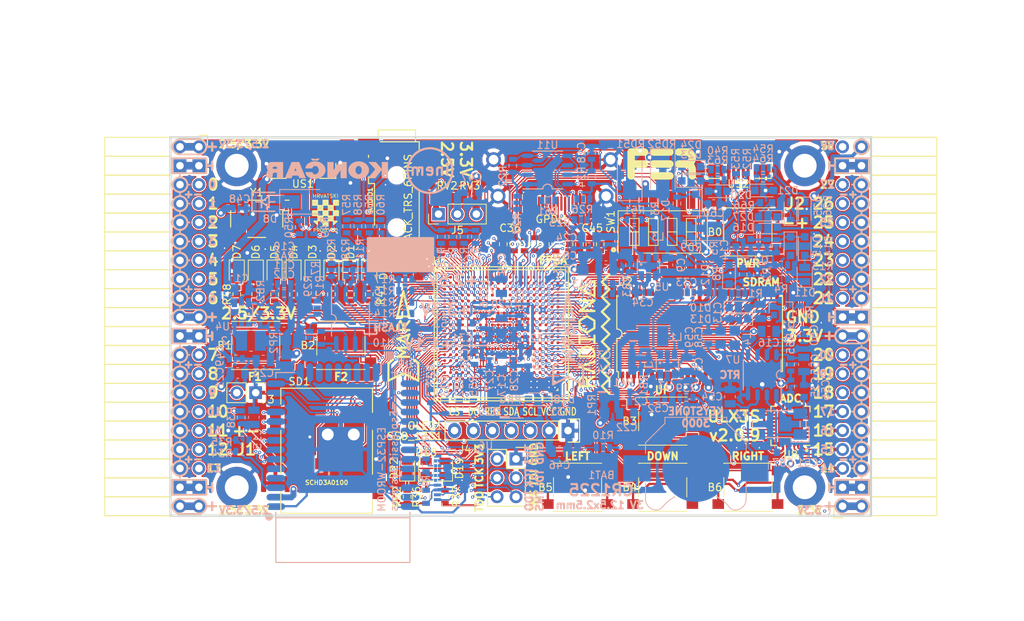
<source format=kicad_pcb>
(kicad_pcb (version 20171130) (host pcbnew 5.0.0+dfsg1-1)

  (general
    (thickness 1.6)
    (drawings 504)
    (tracks 5308)
    (zones 0)
    (modules 220)
    (nets 319)
  )

  (page A4)
  (layers
    (0 F.Cu signal)
    (1 In1.Cu signal)
    (2 In2.Cu signal)
    (31 B.Cu signal)
    (32 B.Adhes user)
    (33 F.Adhes user)
    (34 B.Paste user)
    (35 F.Paste user)
    (36 B.SilkS user)
    (37 F.SilkS user)
    (38 B.Mask user)
    (39 F.Mask user)
    (40 Dwgs.User user)
    (41 Cmts.User user)
    (42 Eco1.User user)
    (43 Eco2.User user)
    (44 Edge.Cuts user)
    (45 Margin user)
    (46 B.CrtYd user)
    (47 F.CrtYd user)
    (48 B.Fab user hide)
    (49 F.Fab user)
  )

  (setup
    (last_trace_width 0.3)
    (trace_clearance 0.127)
    (zone_clearance 0.127)
    (zone_45_only no)
    (trace_min 0.127)
    (segment_width 0.2)
    (edge_width 0.2)
    (via_size 0.419)
    (via_drill 0.2)
    (via_min_size 0.419)
    (via_min_drill 0.2)
    (uvia_size 0.3)
    (uvia_drill 0.1)
    (uvias_allowed no)
    (uvia_min_size 0.2)
    (uvia_min_drill 0.1)
    (pcb_text_width 0.3)
    (pcb_text_size 1.5 1.5)
    (mod_edge_width 0.15)
    (mod_text_size 1 1)
    (mod_text_width 0.15)
    (pad_size 0.4 0.4)
    (pad_drill 0)
    (pad_to_mask_clearance 0.05)
    (aux_axis_origin 94.1 112.22)
    (grid_origin 143.68 93.8)
    (visible_elements 7FFFF7FF)
    (pcbplotparams
      (layerselection 0x010fc_ffffffff)
      (usegerberextensions true)
      (usegerberattributes false)
      (usegerberadvancedattributes false)
      (creategerberjobfile false)
      (excludeedgelayer true)
      (linewidth 0.100000)
      (plotframeref false)
      (viasonmask false)
      (mode 1)
      (useauxorigin false)
      (hpglpennumber 1)
      (hpglpenspeed 20)
      (hpglpendiameter 15.000000)
      (psnegative false)
      (psa4output false)
      (plotreference true)
      (plotvalue true)
      (plotinvisibletext false)
      (padsonsilk false)
      (subtractmaskfromsilk true)
      (outputformat 1)
      (mirror false)
      (drillshape 0)
      (scaleselection 1)
      (outputdirectory "plot"))
  )

  (net 0 "")
  (net 1 GND)
  (net 2 +5V)
  (net 3 /gpio/IN5V)
  (net 4 /gpio/OUT5V)
  (net 5 +3V3)
  (net 6 BTN_D)
  (net 7 BTN_F1)
  (net 8 BTN_F2)
  (net 9 BTN_L)
  (net 10 BTN_R)
  (net 11 BTN_U)
  (net 12 /power/FB1)
  (net 13 +2V5)
  (net 14 /power/PWREN)
  (net 15 /power/FB3)
  (net 16 /power/FB2)
  (net 17 /power/VBAT)
  (net 18 JTAG_TDI)
  (net 19 JTAG_TCK)
  (net 20 JTAG_TMS)
  (net 21 JTAG_TDO)
  (net 22 /power/WAKEUPn)
  (net 23 /power/WKUP)
  (net 24 /power/SHUT)
  (net 25 /power/WAKE)
  (net 26 /power/HOLD)
  (net 27 /power/WKn)
  (net 28 /power/OSCI_32k)
  (net 29 /power/OSCO_32k)
  (net 30 SHUTDOWN)
  (net 31 GPDI_SDA)
  (net 32 GPDI_SCL)
  (net 33 /gpdi/VREF2)
  (net 34 SD_CMD)
  (net 35 SD_CLK)
  (net 36 SD_D0)
  (net 37 SD_D1)
  (net 38 USB5V)
  (net 39 GPDI_CEC)
  (net 40 nRESET)
  (net 41 FTDI_nDTR)
  (net 42 SDRAM_CKE)
  (net 43 SDRAM_A7)
  (net 44 SDRAM_D15)
  (net 45 SDRAM_BA1)
  (net 46 SDRAM_D7)
  (net 47 SDRAM_A6)
  (net 48 SDRAM_CLK)
  (net 49 SDRAM_D13)
  (net 50 SDRAM_BA0)
  (net 51 SDRAM_D6)
  (net 52 SDRAM_A5)
  (net 53 SDRAM_D14)
  (net 54 SDRAM_A11)
  (net 55 SDRAM_D12)
  (net 56 SDRAM_D5)
  (net 57 SDRAM_A4)
  (net 58 SDRAM_A10)
  (net 59 SDRAM_D11)
  (net 60 SDRAM_A3)
  (net 61 SDRAM_D4)
  (net 62 SDRAM_D10)
  (net 63 SDRAM_D9)
  (net 64 SDRAM_A9)
  (net 65 SDRAM_D3)
  (net 66 SDRAM_D8)
  (net 67 SDRAM_A8)
  (net 68 SDRAM_A2)
  (net 69 SDRAM_A1)
  (net 70 SDRAM_A0)
  (net 71 SDRAM_D2)
  (net 72 SDRAM_D1)
  (net 73 SDRAM_D0)
  (net 74 SDRAM_DQM0)
  (net 75 SDRAM_nCS)
  (net 76 SDRAM_nRAS)
  (net 77 SDRAM_DQM1)
  (net 78 SDRAM_nCAS)
  (net 79 SDRAM_nWE)
  (net 80 /flash/FLASH_nWP)
  (net 81 /flash/FLASH_nHOLD)
  (net 82 /flash/FLASH_MOSI)
  (net 83 /flash/FLASH_MISO)
  (net 84 /flash/FLASH_SCK)
  (net 85 /flash/FLASH_nCS)
  (net 86 /flash/FPGA_PROGRAMN)
  (net 87 /flash/FPGA_DONE)
  (net 88 /flash/FPGA_INITN)
  (net 89 OLED_RES)
  (net 90 OLED_DC)
  (net 91 OLED_CS)
  (net 92 WIFI_EN)
  (net 93 FTDI_nRTS)
  (net 94 FTDI_TXD)
  (net 95 FTDI_RXD)
  (net 96 WIFI_RXD)
  (net 97 WIFI_GPIO0)
  (net 98 WIFI_TXD)
  (net 99 USB_FTDI_D+)
  (net 100 USB_FTDI_D-)
  (net 101 SD_D3)
  (net 102 AUDIO_L3)
  (net 103 AUDIO_L2)
  (net 104 AUDIO_L1)
  (net 105 AUDIO_L0)
  (net 106 AUDIO_R3)
  (net 107 AUDIO_R2)
  (net 108 AUDIO_R1)
  (net 109 AUDIO_R0)
  (net 110 OLED_CLK)
  (net 111 OLED_MOSI)
  (net 112 LED0)
  (net 113 LED1)
  (net 114 LED2)
  (net 115 LED3)
  (net 116 LED4)
  (net 117 LED5)
  (net 118 LED6)
  (net 119 LED7)
  (net 120 BTN_PWRn)
  (net 121 FTDI_nTXLED)
  (net 122 FTDI_nSLEEP)
  (net 123 /blinkey/LED_PWREN)
  (net 124 /blinkey/LED_TXLED)
  (net 125 /sdcard/SD3V3)
  (net 126 SD_D2)
  (net 127 CLK_25MHz)
  (net 128 /blinkey/BTNPUL)
  (net 129 /blinkey/BTNPUR)
  (net 130 USB_FPGA_D+)
  (net 131 /power/FTDI_nSUSPEND)
  (net 132 /blinkey/ALED0)
  (net 133 /blinkey/ALED1)
  (net 134 /blinkey/ALED2)
  (net 135 /blinkey/ALED3)
  (net 136 /blinkey/ALED4)
  (net 137 /blinkey/ALED5)
  (net 138 /blinkey/ALED6)
  (net 139 /blinkey/ALED7)
  (net 140 /usb/FTD-)
  (net 141 /usb/FTD+)
  (net 142 ADC_MISO)
  (net 143 ADC_MOSI)
  (net 144 ADC_CSn)
  (net 145 ADC_SCLK)
  (net 146 SW3)
  (net 147 SW2)
  (net 148 SW1)
  (net 149 USB_FPGA_D-)
  (net 150 /usb/FPD+)
  (net 151 /usb/FPD-)
  (net 152 WIFI_GPIO16)
  (net 153 /usb/ANT_433MHz)
  (net 154 PROG_DONE)
  (net 155 /power/P3V3)
  (net 156 /power/P2V5)
  (net 157 /power/L1)
  (net 158 /power/L3)
  (net 159 /power/L2)
  (net 160 FTDI_TXDEN)
  (net 161 SDRAM_A12)
  (net 162 /analog/AUDIO_V)
  (net 163 AUDIO_V3)
  (net 164 AUDIO_V2)
  (net 165 AUDIO_V1)
  (net 166 AUDIO_V0)
  (net 167 /blinkey/LED_WIFI)
  (net 168 /power/P1V1)
  (net 169 +1V1)
  (net 170 SW4)
  (net 171 /blinkey/SWPU)
  (net 172 /wifi/WIFIEN)
  (net 173 FT2V5)
  (net 174 GN0)
  (net 175 GP0)
  (net 176 GN1)
  (net 177 GP1)
  (net 178 GN2)
  (net 179 GP2)
  (net 180 GN3)
  (net 181 GP3)
  (net 182 GN4)
  (net 183 GP4)
  (net 184 GN5)
  (net 185 GP5)
  (net 186 GN6)
  (net 187 GP6)
  (net 188 GN14)
  (net 189 GP14)
  (net 190 GN15)
  (net 191 GP15)
  (net 192 GN16)
  (net 193 GP16)
  (net 194 GN17)
  (net 195 GP17)
  (net 196 GN18)
  (net 197 GP18)
  (net 198 GN19)
  (net 199 GP19)
  (net 200 GN20)
  (net 201 GP20)
  (net 202 GN21)
  (net 203 GP21)
  (net 204 GN22)
  (net 205 GP22)
  (net 206 GN23)
  (net 207 GP23)
  (net 208 GN24)
  (net 209 GP24)
  (net 210 GN25)
  (net 211 GP25)
  (net 212 GN26)
  (net 213 GP26)
  (net 214 GN27)
  (net 215 GP27)
  (net 216 GN7)
  (net 217 GP7)
  (net 218 GN8)
  (net 219 GP8)
  (net 220 GN9)
  (net 221 GP9)
  (net 222 GN10)
  (net 223 GP10)
  (net 224 GN11)
  (net 225 GP11)
  (net 226 GN12)
  (net 227 GP12)
  (net 228 GN13)
  (net 229 GP13)
  (net 230 WIFI_GPIO5)
  (net 231 WIFI_GPIO17)
  (net 232 USB_FPGA_PULL_D+)
  (net 233 USB_FPGA_PULL_D-)
  (net 234 "Net-(D23-Pad2)")
  (net 235 "Net-(D24-Pad1)")
  (net 236 "Net-(D25-Pad2)")
  (net 237 "Net-(D26-Pad1)")
  (net 238 /gpdi/GPDI_ETH+)
  (net 239 FPDI_ETH+)
  (net 240 /gpdi/GPDI_ETH-)
  (net 241 FPDI_ETH-)
  (net 242 /gpdi/GPDI_D2-)
  (net 243 FPDI_D2-)
  (net 244 /gpdi/GPDI_D1-)
  (net 245 FPDI_D1-)
  (net 246 /gpdi/GPDI_D0-)
  (net 247 FPDI_D0-)
  (net 248 /gpdi/GPDI_CLK-)
  (net 249 FPDI_CLK-)
  (net 250 /gpdi/GPDI_D2+)
  (net 251 FPDI_D2+)
  (net 252 /gpdi/GPDI_D1+)
  (net 253 FPDI_D1+)
  (net 254 /gpdi/GPDI_D0+)
  (net 255 FPDI_D0+)
  (net 256 /gpdi/GPDI_CLK+)
  (net 257 FPDI_CLK+)
  (net 258 FPDI_SDA)
  (net 259 FPDI_SCL)
  (net 260 /gpdi/FPDI_CEC)
  (net 261 2V5_3V3)
  (net 262 "Net-(AUDIO1-Pad5)")
  (net 263 "Net-(AUDIO1-Pad6)")
  (net 264 "Net-(U1-PadA15)")
  (net 265 "Net-(U1-PadC9)")
  (net 266 "Net-(U1-PadD9)")
  (net 267 "Net-(U1-PadD10)")
  (net 268 "Net-(U1-PadD11)")
  (net 269 "Net-(U1-PadD12)")
  (net 270 "Net-(U1-PadE6)")
  (net 271 "Net-(U1-PadE9)")
  (net 272 "Net-(U1-PadE10)")
  (net 273 "Net-(U1-PadE11)")
  (net 274 "Net-(U1-PadJ4)")
  (net 275 "Net-(U1-PadJ5)")
  (net 276 "Net-(U1-PadK5)")
  (net 277 "Net-(U1-PadL5)")
  (net 278 "Net-(U1-PadM5)")
  (net 279 SD_CD)
  (net 280 SD_WP)
  (net 281 "Net-(U1-PadR3)")
  (net 282 "Net-(U1-PadT16)")
  (net 283 "Net-(U1-PadW4)")
  (net 284 "Net-(U1-PadW5)")
  (net 285 "Net-(U1-PadW8)")
  (net 286 "Net-(U1-PadW9)")
  (net 287 "Net-(U1-PadW13)")
  (net 288 "Net-(U1-PadW14)")
  (net 289 "Net-(U1-PadW17)")
  (net 290 "Net-(U1-PadW18)")
  (net 291 FTDI_nRXLED)
  (net 292 "Net-(U8-Pad12)")
  (net 293 "Net-(U8-Pad25)")
  (net 294 "Net-(U9-Pad32)")
  (net 295 "Net-(U9-Pad22)")
  (net 296 "Net-(U9-Pad21)")
  (net 297 "Net-(U9-Pad20)")
  (net 298 "Net-(U9-Pad19)")
  (net 299 "Net-(U9-Pad18)")
  (net 300 "Net-(U9-Pad17)")
  (net 301 "Net-(U9-Pad12)")
  (net 302 "Net-(U9-Pad5)")
  (net 303 "Net-(U9-Pad4)")
  (net 304 "Net-(US1-Pad4)")
  (net 305 "Net-(Y2-Pad3)")
  (net 306 "Net-(Y2-Pad2)")
  (net 307 "Net-(U1-PadK16)")
  (net 308 "Net-(U1-PadK17)")
  (net 309 /usb/US2VBUS)
  (net 310 /power/SHD)
  (net 311 /power/RTCVDD)
  (net 312 "Net-(D27-Pad2)")
  (net 313 US2_ID)
  (net 314 /analog/AUDIO_L)
  (net 315 /analog/AUDIO_R)
  (net 316 /analog/ADC3V3)
  (net 317 PWRBTn)
  (net 318 USER_PROGRAMN)

  (net_class Default "This is the default net class."
    (clearance 0.127)
    (trace_width 0.3)
    (via_dia 0.419)
    (via_drill 0.2)
    (uvia_dia 0.3)
    (uvia_drill 0.1)
    (add_net +5V)
    (add_net /analog/ADC3V3)
    (add_net /analog/AUDIO_L)
    (add_net /analog/AUDIO_R)
    (add_net /analog/AUDIO_V)
    (add_net /blinkey/ALED0)
    (add_net /blinkey/ALED1)
    (add_net /blinkey/ALED2)
    (add_net /blinkey/ALED3)
    (add_net /blinkey/ALED4)
    (add_net /blinkey/ALED5)
    (add_net /blinkey/ALED6)
    (add_net /blinkey/ALED7)
    (add_net /blinkey/BTNPUL)
    (add_net /blinkey/BTNPUR)
    (add_net /blinkey/LED_PWREN)
    (add_net /blinkey/LED_TXLED)
    (add_net /blinkey/LED_WIFI)
    (add_net /blinkey/SWPU)
    (add_net /gpdi/GPDI_CLK+)
    (add_net /gpdi/GPDI_CLK-)
    (add_net /gpdi/GPDI_D0+)
    (add_net /gpdi/GPDI_D0-)
    (add_net /gpdi/GPDI_D1+)
    (add_net /gpdi/GPDI_D1-)
    (add_net /gpdi/GPDI_D2+)
    (add_net /gpdi/GPDI_D2-)
    (add_net /gpdi/GPDI_ETH+)
    (add_net /gpdi/GPDI_ETH-)
    (add_net /gpdi/VREF2)
    (add_net /gpio/IN5V)
    (add_net /gpio/OUT5V)
    (add_net /power/FB1)
    (add_net /power/FB2)
    (add_net /power/FB3)
    (add_net /power/FTDI_nSUSPEND)
    (add_net /power/HOLD)
    (add_net /power/L1)
    (add_net /power/L2)
    (add_net /power/L3)
    (add_net /power/OSCI_32k)
    (add_net /power/OSCO_32k)
    (add_net /power/P1V1)
    (add_net /power/P2V5)
    (add_net /power/P3V3)
    (add_net /power/PWREN)
    (add_net /power/RTCVDD)
    (add_net /power/SHD)
    (add_net /power/SHUT)
    (add_net /power/VBAT)
    (add_net /power/WAKE)
    (add_net /power/WAKEUPn)
    (add_net /power/WKUP)
    (add_net /power/WKn)
    (add_net /sdcard/SD3V3)
    (add_net /usb/ANT_433MHz)
    (add_net /usb/FPD+)
    (add_net /usb/FPD-)
    (add_net /usb/FTD+)
    (add_net /usb/FTD-)
    (add_net /usb/US2VBUS)
    (add_net /wifi/WIFIEN)
    (add_net FT2V5)
    (add_net FTDI_nRXLED)
    (add_net "Net-(AUDIO1-Pad5)")
    (add_net "Net-(AUDIO1-Pad6)")
    (add_net "Net-(D23-Pad2)")
    (add_net "Net-(D24-Pad1)")
    (add_net "Net-(D25-Pad2)")
    (add_net "Net-(D26-Pad1)")
    (add_net "Net-(D27-Pad2)")
    (add_net "Net-(U1-PadA15)")
    (add_net "Net-(U1-PadC9)")
    (add_net "Net-(U1-PadD10)")
    (add_net "Net-(U1-PadD11)")
    (add_net "Net-(U1-PadD12)")
    (add_net "Net-(U1-PadD9)")
    (add_net "Net-(U1-PadE10)")
    (add_net "Net-(U1-PadE11)")
    (add_net "Net-(U1-PadE6)")
    (add_net "Net-(U1-PadE9)")
    (add_net "Net-(U1-PadJ4)")
    (add_net "Net-(U1-PadJ5)")
    (add_net "Net-(U1-PadK16)")
    (add_net "Net-(U1-PadK17)")
    (add_net "Net-(U1-PadK5)")
    (add_net "Net-(U1-PadL5)")
    (add_net "Net-(U1-PadM5)")
    (add_net "Net-(U1-PadR3)")
    (add_net "Net-(U1-PadT16)")
    (add_net "Net-(U1-PadW13)")
    (add_net "Net-(U1-PadW14)")
    (add_net "Net-(U1-PadW17)")
    (add_net "Net-(U1-PadW18)")
    (add_net "Net-(U1-PadW4)")
    (add_net "Net-(U1-PadW5)")
    (add_net "Net-(U1-PadW8)")
    (add_net "Net-(U1-PadW9)")
    (add_net "Net-(U8-Pad12)")
    (add_net "Net-(U8-Pad25)")
    (add_net "Net-(U9-Pad12)")
    (add_net "Net-(U9-Pad17)")
    (add_net "Net-(U9-Pad18)")
    (add_net "Net-(U9-Pad19)")
    (add_net "Net-(U9-Pad20)")
    (add_net "Net-(U9-Pad21)")
    (add_net "Net-(U9-Pad22)")
    (add_net "Net-(U9-Pad32)")
    (add_net "Net-(U9-Pad4)")
    (add_net "Net-(U9-Pad5)")
    (add_net "Net-(US1-Pad4)")
    (add_net "Net-(Y2-Pad2)")
    (add_net "Net-(Y2-Pad3)")
    (add_net PWRBTn)
    (add_net SD_CD)
    (add_net SD_WP)
    (add_net US2_ID)
    (add_net USB5V)
  )

  (net_class BGA ""
    (clearance 0.127)
    (trace_width 0.127)
    (via_dia 0.419)
    (via_drill 0.2)
    (uvia_dia 0.3)
    (uvia_drill 0.1)
    (add_net /flash/FLASH_MISO)
    (add_net /flash/FLASH_MOSI)
    (add_net /flash/FLASH_SCK)
    (add_net /flash/FLASH_nCS)
    (add_net /flash/FLASH_nHOLD)
    (add_net /flash/FLASH_nWP)
    (add_net /flash/FPGA_DONE)
    (add_net /flash/FPGA_INITN)
    (add_net /flash/FPGA_PROGRAMN)
    (add_net /gpdi/FPDI_CEC)
    (add_net ADC_CSn)
    (add_net ADC_MISO)
    (add_net ADC_MOSI)
    (add_net ADC_SCLK)
    (add_net AUDIO_L0)
    (add_net AUDIO_L1)
    (add_net AUDIO_L2)
    (add_net AUDIO_L3)
    (add_net AUDIO_R0)
    (add_net AUDIO_R1)
    (add_net AUDIO_R2)
    (add_net AUDIO_R3)
    (add_net AUDIO_V0)
    (add_net AUDIO_V1)
    (add_net AUDIO_V2)
    (add_net AUDIO_V3)
    (add_net BTN_D)
    (add_net BTN_F1)
    (add_net BTN_F2)
    (add_net BTN_L)
    (add_net BTN_PWRn)
    (add_net BTN_R)
    (add_net BTN_U)
    (add_net CLK_25MHz)
    (add_net FPDI_CLK+)
    (add_net FPDI_CLK-)
    (add_net FPDI_D0+)
    (add_net FPDI_D0-)
    (add_net FPDI_D1+)
    (add_net FPDI_D1-)
    (add_net FPDI_D2+)
    (add_net FPDI_D2-)
    (add_net FPDI_ETH+)
    (add_net FPDI_ETH-)
    (add_net FPDI_SCL)
    (add_net FPDI_SDA)
    (add_net FTDI_RXD)
    (add_net FTDI_TXD)
    (add_net FTDI_TXDEN)
    (add_net FTDI_nDTR)
    (add_net FTDI_nRTS)
    (add_net FTDI_nSLEEP)
    (add_net FTDI_nTXLED)
    (add_net GN0)
    (add_net GN1)
    (add_net GN10)
    (add_net GN11)
    (add_net GN12)
    (add_net GN13)
    (add_net GN14)
    (add_net GN15)
    (add_net GN16)
    (add_net GN17)
    (add_net GN18)
    (add_net GN19)
    (add_net GN2)
    (add_net GN20)
    (add_net GN21)
    (add_net GN22)
    (add_net GN23)
    (add_net GN24)
    (add_net GN25)
    (add_net GN26)
    (add_net GN27)
    (add_net GN3)
    (add_net GN4)
    (add_net GN5)
    (add_net GN6)
    (add_net GN7)
    (add_net GN8)
    (add_net GN9)
    (add_net GND)
    (add_net GP0)
    (add_net GP1)
    (add_net GP10)
    (add_net GP11)
    (add_net GP12)
    (add_net GP13)
    (add_net GP14)
    (add_net GP15)
    (add_net GP16)
    (add_net GP17)
    (add_net GP18)
    (add_net GP19)
    (add_net GP2)
    (add_net GP20)
    (add_net GP21)
    (add_net GP22)
    (add_net GP23)
    (add_net GP24)
    (add_net GP25)
    (add_net GP26)
    (add_net GP27)
    (add_net GP3)
    (add_net GP4)
    (add_net GP5)
    (add_net GP6)
    (add_net GP7)
    (add_net GP8)
    (add_net GP9)
    (add_net GPDI_CEC)
    (add_net GPDI_SCL)
    (add_net GPDI_SDA)
    (add_net JTAG_TCK)
    (add_net JTAG_TDI)
    (add_net JTAG_TDO)
    (add_net JTAG_TMS)
    (add_net LED0)
    (add_net LED1)
    (add_net LED2)
    (add_net LED3)
    (add_net LED4)
    (add_net LED5)
    (add_net LED6)
    (add_net LED7)
    (add_net OLED_CLK)
    (add_net OLED_CS)
    (add_net OLED_DC)
    (add_net OLED_MOSI)
    (add_net OLED_RES)
    (add_net PROG_DONE)
    (add_net SDRAM_A0)
    (add_net SDRAM_A1)
    (add_net SDRAM_A10)
    (add_net SDRAM_A11)
    (add_net SDRAM_A12)
    (add_net SDRAM_A2)
    (add_net SDRAM_A3)
    (add_net SDRAM_A4)
    (add_net SDRAM_A5)
    (add_net SDRAM_A6)
    (add_net SDRAM_A7)
    (add_net SDRAM_A8)
    (add_net SDRAM_A9)
    (add_net SDRAM_BA0)
    (add_net SDRAM_BA1)
    (add_net SDRAM_CKE)
    (add_net SDRAM_CLK)
    (add_net SDRAM_D0)
    (add_net SDRAM_D1)
    (add_net SDRAM_D10)
    (add_net SDRAM_D11)
    (add_net SDRAM_D12)
    (add_net SDRAM_D13)
    (add_net SDRAM_D14)
    (add_net SDRAM_D15)
    (add_net SDRAM_D2)
    (add_net SDRAM_D3)
    (add_net SDRAM_D4)
    (add_net SDRAM_D5)
    (add_net SDRAM_D6)
    (add_net SDRAM_D7)
    (add_net SDRAM_D8)
    (add_net SDRAM_D9)
    (add_net SDRAM_DQM0)
    (add_net SDRAM_DQM1)
    (add_net SDRAM_nCAS)
    (add_net SDRAM_nCS)
    (add_net SDRAM_nRAS)
    (add_net SDRAM_nWE)
    (add_net SD_CLK)
    (add_net SD_CMD)
    (add_net SD_D0)
    (add_net SD_D1)
    (add_net SD_D2)
    (add_net SD_D3)
    (add_net SHUTDOWN)
    (add_net SW1)
    (add_net SW2)
    (add_net SW3)
    (add_net SW4)
    (add_net USB_FPGA_D+)
    (add_net USB_FPGA_D-)
    (add_net USB_FPGA_PULL_D+)
    (add_net USB_FPGA_PULL_D-)
    (add_net USB_FTDI_D+)
    (add_net USB_FTDI_D-)
    (add_net USER_PROGRAMN)
    (add_net WIFI_EN)
    (add_net WIFI_GPIO0)
    (add_net WIFI_GPIO16)
    (add_net WIFI_GPIO17)
    (add_net WIFI_GPIO5)
    (add_net WIFI_RXD)
    (add_net WIFI_TXD)
    (add_net nRESET)
  )

  (net_class Medium ""
    (clearance 0.127)
    (trace_width 0.127)
    (via_dia 0.419)
    (via_drill 0.2)
    (uvia_dia 0.3)
    (uvia_drill 0.1)
    (add_net +1V1)
    (add_net +2V5)
    (add_net +3V3)
    (add_net 2V5_3V3)
  )

  (module lfe5bg381:BGA-381_pitch0.8mm_dia0.4mm (layer F.Cu) (tedit 5B63FB4C) (tstamp 58D8D57E)
    (at 138.48 87.8)
    (path /56AC389C/5A0783C9)
    (attr smd)
    (fp_text reference U1 (at -8.2 -9.8) (layer F.SilkS)
      (effects (font (size 1 1) (thickness 0.15)))
    )
    (fp_text value LFE5U-85F-6BG381C (at 0.07 -11.902) (layer F.Fab)
      (effects (font (size 1 1) (thickness 0.15)))
    )
    (fp_line (start -8.6 -8.6) (end 8.6 -8.6) (layer F.SilkS) (width 0.15))
    (fp_line (start 8.6 -8.6) (end 8.6 8.6) (layer F.SilkS) (width 0.15))
    (fp_line (start 8.6 8.6) (end -8.6 8.6) (layer F.SilkS) (width 0.15))
    (fp_line (start -8.6 8.6) (end -8.6 -8.6) (layer F.SilkS) (width 0.15))
    (fp_line (start -9 -9) (end 9 -9) (layer F.SilkS) (width 0.15))
    (fp_line (start 9 -9) (end 9 9) (layer F.SilkS) (width 0.15))
    (fp_line (start 9 9) (end -9 9) (layer F.SilkS) (width 0.15))
    (fp_line (start -9 9) (end -9 -9) (layer F.SilkS) (width 0.15))
    (fp_line (start -8.2 -9) (end -9 -8.2) (layer F.SilkS) (width 0.15))
    (fp_line (start -7.6 7.4) (end -7.6 7.6) (layer F.SilkS) (width 0.15))
    (fp_line (start -7.6 7.6) (end -7.4 7.6) (layer F.SilkS) (width 0.15))
    (fp_line (start 7.4 7.6) (end 7.6 7.6) (layer F.SilkS) (width 0.15))
    (fp_line (start 7.6 7.6) (end 7.6 7.4) (layer F.SilkS) (width 0.15))
    (fp_line (start 7.4 -7.6) (end 7.6 -7.6) (layer F.SilkS) (width 0.15))
    (fp_line (start 7.6 -7.6) (end 7.6 -7.4) (layer F.SilkS) (width 0.15))
    (fp_line (start -7.6 -7.4) (end -7.6 -7.6) (layer F.SilkS) (width 0.15))
    (fp_line (start -7.6 -7.6) (end -7.4 -7.6) (layer F.SilkS) (width 0.15))
    (pad Y19 smd circle (at 6.8 7.6) (size 0.4 0.35) (layers F.Cu F.Paste F.Mask)
      (net 1 GND) (solder_mask_margin 0.05))
    (pad Y17 smd circle (at 5.2 7.6) (size 0.4 0.35) (layers F.Cu F.Paste F.Mask)
      (net 1 GND) (solder_mask_margin 0.05))
    (pad Y16 smd circle (at 4.4 7.6) (size 0.4 0.35) (layers F.Cu F.Paste F.Mask)
      (net 1 GND) (solder_mask_margin 0.05))
    (pad Y15 smd circle (at 3.6 7.6) (size 0.4 0.35) (layers F.Cu F.Paste F.Mask)
      (net 1 GND) (solder_mask_margin 0.05))
    (pad Y14 smd circle (at 2.8 7.6) (size 0.4 0.35) (layers F.Cu F.Paste F.Mask)
      (net 1 GND) (solder_mask_margin 0.05))
    (pad Y12 smd circle (at 1.2 7.6) (size 0.4 0.35) (layers F.Cu F.Paste F.Mask)
      (net 1 GND) (solder_mask_margin 0.05))
    (pad Y11 smd circle (at 0.4 7.6) (size 0.4 0.35) (layers F.Cu F.Paste F.Mask)
      (net 1 GND) (solder_mask_margin 0.05))
    (pad Y8 smd circle (at -2 7.6) (size 0.4 0.35) (layers F.Cu F.Paste F.Mask)
      (net 1 GND) (solder_mask_margin 0.05))
    (pad Y7 smd circle (at -2.8 7.6) (size 0.4 0.35) (layers F.Cu F.Paste F.Mask)
      (net 1 GND) (solder_mask_margin 0.05))
    (pad Y6 smd circle (at -3.6 7.6) (size 0.4 0.35) (layers F.Cu F.Paste F.Mask)
      (net 1 GND) (solder_mask_margin 0.05))
    (pad Y5 smd circle (at -4.4 7.6) (size 0.4 0.35) (layers F.Cu F.Paste F.Mask)
      (net 1 GND) (solder_mask_margin 0.05))
    (pad Y3 smd circle (at -6 7.6) (size 0.4 0.35) (layers F.Cu F.Paste F.Mask)
      (net 87 /flash/FPGA_DONE) (solder_mask_margin 0.05))
    (pad Y2 smd circle (at -6.8 7.6) (size 0.4 0.35) (layers F.Cu F.Paste F.Mask)
      (net 80 /flash/FLASH_nWP) (solder_mask_margin 0.05))
    (pad W20 smd circle (at 7.6 6.8) (size 0.4 0.35) (layers F.Cu F.Paste F.Mask)
      (net 1 GND) (solder_mask_margin 0.05))
    (pad W19 smd circle (at 6.8 6.8) (size 0.4 0.35) (layers F.Cu F.Paste F.Mask)
      (net 1 GND) (solder_mask_margin 0.05))
    (pad W18 smd circle (at 6 6.8) (size 0.4 0.35) (layers F.Cu F.Paste F.Mask)
      (net 290 "Net-(U1-PadW18)") (solder_mask_margin 0.05))
    (pad W17 smd circle (at 5.2 6.8) (size 0.4 0.35) (layers F.Cu F.Paste F.Mask)
      (net 289 "Net-(U1-PadW17)") (solder_mask_margin 0.05))
    (pad W16 smd circle (at 4.4 6.8) (size 0.4 0.35) (layers F.Cu F.Paste F.Mask)
      (net 1 GND) (solder_mask_margin 0.05))
    (pad W15 smd circle (at 3.6 6.8) (size 0.4 0.35) (layers F.Cu F.Paste F.Mask)
      (net 1 GND) (solder_mask_margin 0.05))
    (pad W14 smd circle (at 2.8 6.8) (size 0.4 0.35) (layers F.Cu F.Paste F.Mask)
      (net 288 "Net-(U1-PadW14)") (solder_mask_margin 0.05))
    (pad W13 smd circle (at 2 6.8) (size 0.4 0.35) (layers F.Cu F.Paste F.Mask)
      (net 287 "Net-(U1-PadW13)") (solder_mask_margin 0.05))
    (pad W12 smd circle (at 1.2 6.8) (size 0.4 0.35) (layers F.Cu F.Paste F.Mask)
      (net 1 GND) (solder_mask_margin 0.05))
    (pad W11 smd circle (at 0.4 6.8) (size 0.4 0.35) (layers F.Cu F.Paste F.Mask)
      (solder_mask_margin 0.05))
    (pad W10 smd circle (at -0.4 6.8) (size 0.4 0.35) (layers F.Cu F.Paste F.Mask)
      (solder_mask_margin 0.05))
    (pad W9 smd circle (at -1.2 6.8) (size 0.4 0.35) (layers F.Cu F.Paste F.Mask)
      (net 286 "Net-(U1-PadW9)") (solder_mask_margin 0.05))
    (pad W8 smd circle (at -2 6.8) (size 0.4 0.35) (layers F.Cu F.Paste F.Mask)
      (net 285 "Net-(U1-PadW8)") (solder_mask_margin 0.05))
    (pad W7 smd circle (at -2.8 6.8) (size 0.4 0.35) (layers F.Cu F.Paste F.Mask)
      (net 1 GND) (solder_mask_margin 0.05))
    (pad W6 smd circle (at -3.6 6.8) (size 0.4 0.35) (layers F.Cu F.Paste F.Mask)
      (net 1 GND) (solder_mask_margin 0.05))
    (pad W5 smd circle (at -4.4 6.8) (size 0.4 0.35) (layers F.Cu F.Paste F.Mask)
      (net 284 "Net-(U1-PadW5)") (solder_mask_margin 0.05))
    (pad W4 smd circle (at -5.2 6.8) (size 0.4 0.35) (layers F.Cu F.Paste F.Mask)
      (net 283 "Net-(U1-PadW4)") (solder_mask_margin 0.05))
    (pad W3 smd circle (at -6 6.8) (size 0.4 0.35) (layers F.Cu F.Paste F.Mask)
      (net 86 /flash/FPGA_PROGRAMN) (solder_mask_margin 0.05))
    (pad W2 smd circle (at -6.8 6.8) (size 0.4 0.35) (layers F.Cu F.Paste F.Mask)
      (net 82 /flash/FLASH_MOSI) (solder_mask_margin 0.05))
    (pad W1 smd circle (at -7.6 6.8) (size 0.4 0.35) (layers F.Cu F.Paste F.Mask)
      (net 81 /flash/FLASH_nHOLD) (solder_mask_margin 0.05))
    (pad V20 smd circle (at 7.6 6) (size 0.4 0.35) (layers F.Cu F.Paste F.Mask)
      (net 1 GND) (solder_mask_margin 0.05))
    (pad V19 smd circle (at 6.8 6) (size 0.4 0.35) (layers F.Cu F.Paste F.Mask)
      (net 1 GND) (solder_mask_margin 0.05))
    (pad V18 smd circle (at 6 6) (size 0.4 0.35) (layers F.Cu F.Paste F.Mask)
      (net 1 GND) (solder_mask_margin 0.05))
    (pad V17 smd circle (at 5.2 6) (size 0.4 0.35) (layers F.Cu F.Paste F.Mask)
      (net 1 GND) (solder_mask_margin 0.05))
    (pad V16 smd circle (at 4.4 6) (size 0.4 0.35) (layers F.Cu F.Paste F.Mask)
      (net 1 GND) (solder_mask_margin 0.05))
    (pad V15 smd circle (at 3.6 6) (size 0.4 0.35) (layers F.Cu F.Paste F.Mask)
      (net 1 GND) (solder_mask_margin 0.05))
    (pad V14 smd circle (at 2.8 6) (size 0.4 0.35) (layers F.Cu F.Paste F.Mask)
      (net 1 GND) (solder_mask_margin 0.05))
    (pad V13 smd circle (at 2 6) (size 0.4 0.35) (layers F.Cu F.Paste F.Mask)
      (net 1 GND) (solder_mask_margin 0.05))
    (pad V12 smd circle (at 1.2 6) (size 0.4 0.35) (layers F.Cu F.Paste F.Mask)
      (net 1 GND) (solder_mask_margin 0.05))
    (pad V11 smd circle (at 0.4 6) (size 0.4 0.35) (layers F.Cu F.Paste F.Mask)
      (net 1 GND) (solder_mask_margin 0.05))
    (pad V10 smd circle (at -0.4 6) (size 0.4 0.35) (layers F.Cu F.Paste F.Mask)
      (net 1 GND) (solder_mask_margin 0.05))
    (pad V9 smd circle (at -1.2 6) (size 0.4 0.35) (layers F.Cu F.Paste F.Mask)
      (net 1 GND) (solder_mask_margin 0.05))
    (pad V8 smd circle (at -2 6) (size 0.4 0.35) (layers F.Cu F.Paste F.Mask)
      (net 1 GND) (solder_mask_margin 0.05))
    (pad V7 smd circle (at -2.8 6) (size 0.4 0.35) (layers F.Cu F.Paste F.Mask)
      (net 1 GND) (solder_mask_margin 0.05))
    (pad V6 smd circle (at -3.6 6) (size 0.4 0.35) (layers F.Cu F.Paste F.Mask)
      (net 1 GND) (solder_mask_margin 0.05))
    (pad V5 smd circle (at -4.4 6) (size 0.4 0.35) (layers F.Cu F.Paste F.Mask)
      (net 1 GND) (solder_mask_margin 0.05))
    (pad V4 smd circle (at -5.2 6) (size 0.4 0.35) (layers F.Cu F.Paste F.Mask)
      (net 21 JTAG_TDO) (solder_mask_margin 0.05))
    (pad V3 smd circle (at -6 6) (size 0.4 0.35) (layers F.Cu F.Paste F.Mask)
      (net 88 /flash/FPGA_INITN) (solder_mask_margin 0.05))
    (pad V2 smd circle (at -6.8 6) (size 0.4 0.35) (layers F.Cu F.Paste F.Mask)
      (net 83 /flash/FLASH_MISO) (solder_mask_margin 0.05))
    (pad V1 smd circle (at -7.6 6) (size 0.4 0.35) (layers F.Cu F.Paste F.Mask)
      (net 6 BTN_D) (solder_mask_margin 0.05))
    (pad U20 smd circle (at 7.6 5.2) (size 0.4 0.35) (layers F.Cu F.Paste F.Mask)
      (net 46 SDRAM_D7) (solder_mask_margin 0.05))
    (pad U19 smd circle (at 6.8 5.2) (size 0.4 0.35) (layers F.Cu F.Paste F.Mask)
      (net 74 SDRAM_DQM0) (solder_mask_margin 0.05))
    (pad U18 smd circle (at 6 5.2) (size 0.4 0.35) (layers F.Cu F.Paste F.Mask)
      (net 189 GP14) (solder_mask_margin 0.05))
    (pad U17 smd circle (at 5.2 5.2) (size 0.4 0.35) (layers F.Cu F.Paste F.Mask)
      (net 188 GN14) (solder_mask_margin 0.05))
    (pad U16 smd circle (at 4.4 5.2) (size 0.4 0.35) (layers F.Cu F.Paste F.Mask)
      (net 142 ADC_MISO) (solder_mask_margin 0.05))
    (pad U15 smd circle (at 3.6 5.2) (size 0.4 0.35) (layers F.Cu F.Paste F.Mask)
      (net 1 GND) (solder_mask_margin 0.05))
    (pad U14 smd circle (at 2.8 5.2) (size 0.4 0.35) (layers F.Cu F.Paste F.Mask)
      (net 1 GND) (solder_mask_margin 0.05))
    (pad U13 smd circle (at 2 5.2) (size 0.4 0.35) (layers F.Cu F.Paste F.Mask)
      (net 1 GND) (solder_mask_margin 0.05))
    (pad U12 smd circle (at 1.2 5.2) (size 0.4 0.35) (layers F.Cu F.Paste F.Mask)
      (net 1 GND) (solder_mask_margin 0.05))
    (pad U11 smd circle (at 0.4 5.2) (size 0.4 0.35) (layers F.Cu F.Paste F.Mask)
      (net 1 GND) (solder_mask_margin 0.05))
    (pad U10 smd circle (at -0.4 5.2) (size 0.4 0.35) (layers F.Cu F.Paste F.Mask)
      (net 1 GND) (solder_mask_margin 0.05))
    (pad U9 smd circle (at -1.2 5.2) (size 0.4 0.35) (layers F.Cu F.Paste F.Mask)
      (net 1 GND) (solder_mask_margin 0.05))
    (pad U8 smd circle (at -2 5.2) (size 0.4 0.35) (layers F.Cu F.Paste F.Mask)
      (net 1 GND) (solder_mask_margin 0.05))
    (pad U7 smd circle (at -2.8 5.2) (size 0.4 0.35) (layers F.Cu F.Paste F.Mask)
      (net 1 GND) (solder_mask_margin 0.05))
    (pad U6 smd circle (at -3.6 5.2) (size 0.4 0.35) (layers F.Cu F.Paste F.Mask)
      (net 1 GND) (solder_mask_margin 0.05))
    (pad U5 smd circle (at -4.4 5.2) (size 0.4 0.35) (layers F.Cu F.Paste F.Mask)
      (net 20 JTAG_TMS) (solder_mask_margin 0.05))
    (pad U4 smd circle (at -5.2 5.2) (size 0.4 0.35) (layers F.Cu F.Paste F.Mask)
      (net 1 GND) (solder_mask_margin 0.05))
    (pad U3 smd circle (at -6 5.2) (size 0.4 0.35) (layers F.Cu F.Paste F.Mask)
      (net 84 /flash/FLASH_SCK) (solder_mask_margin 0.05))
    (pad U2 smd circle (at -6.8 5.2) (size 0.4 0.35) (layers F.Cu F.Paste F.Mask)
      (net 5 +3V3) (solder_mask_margin 0.05))
    (pad U1 smd circle (at -7.6 5.2) (size 0.4 0.35) (layers F.Cu F.Paste F.Mask)
      (net 9 BTN_L) (solder_mask_margin 0.05))
    (pad T20 smd circle (at 7.6 4.4) (size 0.4 0.35) (layers F.Cu F.Paste F.Mask)
      (net 79 SDRAM_nWE) (solder_mask_margin 0.05))
    (pad T19 smd circle (at 6.8 4.4) (size 0.4 0.35) (layers F.Cu F.Paste F.Mask)
      (net 78 SDRAM_nCAS) (solder_mask_margin 0.05))
    (pad T18 smd circle (at 6 4.4) (size 0.4 0.35) (layers F.Cu F.Paste F.Mask)
      (net 56 SDRAM_D5) (solder_mask_margin 0.05))
    (pad T17 smd circle (at 5.2 4.4) (size 0.4 0.35) (layers F.Cu F.Paste F.Mask)
      (net 51 SDRAM_D6) (solder_mask_margin 0.05))
    (pad T16 smd circle (at 4.4 4.4) (size 0.4 0.35) (layers F.Cu F.Paste F.Mask)
      (net 282 "Net-(U1-PadT16)") (solder_mask_margin 0.05))
    (pad T15 smd circle (at 3.6 4.4) (size 0.4 0.35) (layers F.Cu F.Paste F.Mask)
      (net 1 GND) (solder_mask_margin 0.05))
    (pad T14 smd circle (at 2.8 4.4) (size 0.4 0.35) (layers F.Cu F.Paste F.Mask)
      (net 1 GND) (solder_mask_margin 0.05))
    (pad T13 smd circle (at 2 4.4) (size 0.4 0.35) (layers F.Cu F.Paste F.Mask)
      (net 1 GND) (solder_mask_margin 0.05))
    (pad T12 smd circle (at 1.2 4.4) (size 0.4 0.35) (layers F.Cu F.Paste F.Mask)
      (net 1 GND) (solder_mask_margin 0.05))
    (pad T11 smd circle (at 0.4 4.4) (size 0.4 0.35) (layers F.Cu F.Paste F.Mask)
      (net 1 GND) (solder_mask_margin 0.05))
    (pad T10 smd circle (at -0.4 4.4) (size 0.4 0.35) (layers F.Cu F.Paste F.Mask)
      (net 1 GND) (solder_mask_margin 0.05))
    (pad T9 smd circle (at -1.2 4.4) (size 0.4 0.35) (layers F.Cu F.Paste F.Mask)
      (net 1 GND) (solder_mask_margin 0.05))
    (pad T8 smd circle (at -2 4.4) (size 0.4 0.35) (layers F.Cu F.Paste F.Mask)
      (net 1 GND) (solder_mask_margin 0.05))
    (pad T7 smd circle (at -2.8 4.4) (size 0.4 0.35) (layers F.Cu F.Paste F.Mask)
      (net 1 GND) (solder_mask_margin 0.05))
    (pad T6 smd circle (at -3.6 4.4) (size 0.4 0.35) (layers F.Cu F.Paste F.Mask)
      (net 1 GND) (solder_mask_margin 0.05))
    (pad T5 smd circle (at -4.4 4.4) (size 0.4 0.35) (layers F.Cu F.Paste F.Mask)
      (net 19 JTAG_TCK) (solder_mask_margin 0.05))
    (pad T4 smd circle (at -5.2 4.4) (size 0.4 0.35) (layers F.Cu F.Paste F.Mask)
      (net 5 +3V3) (solder_mask_margin 0.05))
    (pad T3 smd circle (at -6 4.4) (size 0.4 0.35) (layers F.Cu F.Paste F.Mask)
      (net 5 +3V3) (solder_mask_margin 0.05))
    (pad T2 smd circle (at -6.8 4.4) (size 0.4 0.35) (layers F.Cu F.Paste F.Mask)
      (net 5 +3V3) (solder_mask_margin 0.05))
    (pad T1 smd circle (at -7.6 4.4) (size 0.4 0.35) (layers F.Cu F.Paste F.Mask)
      (net 8 BTN_F2) (solder_mask_margin 0.05))
    (pad R20 smd circle (at 7.6 3.6) (size 0.4 0.35) (layers F.Cu F.Paste F.Mask)
      (net 76 SDRAM_nRAS) (solder_mask_margin 0.05))
    (pad R19 smd circle (at 6.8 3.6) (size 0.4 0.35) (layers F.Cu F.Paste F.Mask)
      (net 1 GND) (solder_mask_margin 0.05))
    (pad R18 smd circle (at 6 3.6) (size 0.4 0.35) (layers F.Cu F.Paste F.Mask)
      (net 11 BTN_U) (solder_mask_margin 0.05))
    (pad R17 smd circle (at 5.2 3.6) (size 0.4 0.35) (layers F.Cu F.Paste F.Mask)
      (net 144 ADC_CSn) (solder_mask_margin 0.05))
    (pad R16 smd circle (at 4.4 3.6) (size 0.4 0.35) (layers F.Cu F.Paste F.Mask)
      (net 143 ADC_MOSI) (solder_mask_margin 0.05))
    (pad R5 smd circle (at -4.4 3.6) (size 0.4 0.35) (layers F.Cu F.Paste F.Mask)
      (net 18 JTAG_TDI) (solder_mask_margin 0.05))
    (pad R4 smd circle (at -5.2 3.6) (size 0.4 0.35) (layers F.Cu F.Paste F.Mask)
      (net 1 GND) (solder_mask_margin 0.05))
    (pad R3 smd circle (at -6 3.6) (size 0.4 0.35) (layers F.Cu F.Paste F.Mask)
      (net 281 "Net-(U1-PadR3)") (solder_mask_margin 0.05))
    (pad R2 smd circle (at -6.8 3.6) (size 0.4 0.35) (layers F.Cu F.Paste F.Mask)
      (net 85 /flash/FLASH_nCS) (solder_mask_margin 0.05))
    (pad R1 smd circle (at -7.6 3.6) (size 0.4 0.35) (layers F.Cu F.Paste F.Mask)
      (net 7 BTN_F1) (solder_mask_margin 0.05))
    (pad P20 smd circle (at 7.6 2.8) (size 0.4 0.35) (layers F.Cu F.Paste F.Mask)
      (net 75 SDRAM_nCS) (solder_mask_margin 0.05))
    (pad P19 smd circle (at 6.8 2.8) (size 0.4 0.35) (layers F.Cu F.Paste F.Mask)
      (net 50 SDRAM_BA0) (solder_mask_margin 0.05))
    (pad P18 smd circle (at 6 2.8) (size 0.4 0.35) (layers F.Cu F.Paste F.Mask)
      (net 61 SDRAM_D4) (solder_mask_margin 0.05))
    (pad P17 smd circle (at 5.2 2.8) (size 0.4 0.35) (layers F.Cu F.Paste F.Mask)
      (net 145 ADC_SCLK) (solder_mask_margin 0.05))
    (pad P16 smd circle (at 4.4 2.8) (size 0.4 0.35) (layers F.Cu F.Paste F.Mask)
      (net 190 GN15) (solder_mask_margin 0.05))
    (pad P15 smd circle (at 3.6 2.8) (size 0.4 0.35) (layers F.Cu F.Paste F.Mask)
      (net 13 +2V5) (solder_mask_margin 0.05))
    (pad P14 smd circle (at 2.8 2.8) (size 0.4 0.35) (layers F.Cu F.Paste F.Mask)
      (net 1 GND) (solder_mask_margin 0.05))
    (pad P13 smd circle (at 2 2.8) (size 0.4 0.35) (layers F.Cu F.Paste F.Mask)
      (net 1 GND) (solder_mask_margin 0.05))
    (pad P12 smd circle (at 1.2 2.8) (size 0.4 0.35) (layers F.Cu F.Paste F.Mask)
      (net 1 GND) (solder_mask_margin 0.05))
    (pad P11 smd circle (at 0.4 2.8) (size 0.4 0.35) (layers F.Cu F.Paste F.Mask)
      (net 1 GND) (solder_mask_margin 0.05))
    (pad P10 smd circle (at -0.4 2.8) (size 0.4 0.35) (layers F.Cu F.Paste F.Mask)
      (net 5 +3V3) (solder_mask_margin 0.05))
    (pad P9 smd circle (at -1.2 2.8) (size 0.4 0.35) (layers F.Cu F.Paste F.Mask)
      (net 5 +3V3) (solder_mask_margin 0.05))
    (pad P8 smd circle (at -2 2.8) (size 0.4 0.35) (layers F.Cu F.Paste F.Mask)
      (net 1 GND) (solder_mask_margin 0.05))
    (pad P7 smd circle (at -2.8 2.8) (size 0.4 0.35) (layers F.Cu F.Paste F.Mask)
      (net 1 GND) (solder_mask_margin 0.05))
    (pad P6 smd circle (at -3.6 2.8) (size 0.4 0.35) (layers F.Cu F.Paste F.Mask)
      (net 13 +2V5) (solder_mask_margin 0.05))
    (pad P5 smd circle (at -4.4 2.8) (size 0.4 0.35) (layers F.Cu F.Paste F.Mask)
      (net 280 SD_WP) (solder_mask_margin 0.05))
    (pad P4 smd circle (at -5.2 2.8) (size 0.4 0.35) (layers F.Cu F.Paste F.Mask)
      (net 110 OLED_CLK) (solder_mask_margin 0.05))
    (pad P3 smd circle (at -6 2.8) (size 0.4 0.35) (layers F.Cu F.Paste F.Mask)
      (net 111 OLED_MOSI) (solder_mask_margin 0.05))
    (pad P2 smd circle (at -6.8 2.8) (size 0.4 0.35) (layers F.Cu F.Paste F.Mask)
      (net 89 OLED_RES) (solder_mask_margin 0.05))
    (pad P1 smd circle (at -7.6 2.8) (size 0.4 0.35) (layers F.Cu F.Paste F.Mask)
      (net 90 OLED_DC) (solder_mask_margin 0.05))
    (pad N20 smd circle (at 7.6 2) (size 0.4 0.35) (layers F.Cu F.Paste F.Mask)
      (net 45 SDRAM_BA1) (solder_mask_margin 0.05))
    (pad N19 smd circle (at 6.8 2) (size 0.4 0.35) (layers F.Cu F.Paste F.Mask)
      (net 58 SDRAM_A10) (solder_mask_margin 0.05))
    (pad N18 smd circle (at 6 2) (size 0.4 0.35) (layers F.Cu F.Paste F.Mask)
      (net 65 SDRAM_D3) (solder_mask_margin 0.05))
    (pad N17 smd circle (at 5.2 2) (size 0.4 0.35) (layers F.Cu F.Paste F.Mask)
      (net 191 GP15) (solder_mask_margin 0.05))
    (pad N16 smd circle (at 4.4 2) (size 0.4 0.35) (layers F.Cu F.Paste F.Mask)
      (net 193 GP16) (solder_mask_margin 0.05))
    (pad N15 smd circle (at 3.6 2) (size 0.4 0.35) (layers F.Cu F.Paste F.Mask)
      (net 1 GND) (solder_mask_margin 0.05))
    (pad N14 smd circle (at 2.8 2) (size 0.4 0.35) (layers F.Cu F.Paste F.Mask)
      (net 1 GND) (solder_mask_margin 0.05))
    (pad N13 smd circle (at 2 2) (size 0.4 0.35) (layers F.Cu F.Paste F.Mask)
      (net 169 +1V1) (solder_mask_margin 0.05))
    (pad N12 smd circle (at 1.2 2) (size 0.4 0.35) (layers F.Cu F.Paste F.Mask)
      (net 169 +1V1) (solder_mask_margin 0.05))
    (pad N11 smd circle (at 0.4 2) (size 0.4 0.35) (layers F.Cu F.Paste F.Mask)
      (net 169 +1V1) (solder_mask_margin 0.05))
    (pad N10 smd circle (at -0.4 2) (size 0.4 0.35) (layers F.Cu F.Paste F.Mask)
      (net 169 +1V1) (solder_mask_margin 0.05))
    (pad N9 smd circle (at -1.2 2) (size 0.4 0.35) (layers F.Cu F.Paste F.Mask)
      (net 169 +1V1) (solder_mask_margin 0.05))
    (pad N8 smd circle (at -2 2) (size 0.4 0.35) (layers F.Cu F.Paste F.Mask)
      (net 169 +1V1) (solder_mask_margin 0.05))
    (pad N7 smd circle (at -2.8 2) (size 0.4 0.35) (layers F.Cu F.Paste F.Mask)
      (net 1 GND) (solder_mask_margin 0.05))
    (pad N6 smd circle (at -3.6 2) (size 0.4 0.35) (layers F.Cu F.Paste F.Mask)
      (net 1 GND) (solder_mask_margin 0.05))
    (pad N5 smd circle (at -4.4 2) (size 0.4 0.35) (layers F.Cu F.Paste F.Mask)
      (net 279 SD_CD) (solder_mask_margin 0.05))
    (pad N4 smd circle (at -5.2 2) (size 0.4 0.35) (layers F.Cu F.Paste F.Mask)
      (net 230 WIFI_GPIO5) (solder_mask_margin 0.05))
    (pad N3 smd circle (at -6 2) (size 0.4 0.35) (layers F.Cu F.Paste F.Mask)
      (net 231 WIFI_GPIO17) (solder_mask_margin 0.05))
    (pad N2 smd circle (at -6.8 2) (size 0.4 0.35) (layers F.Cu F.Paste F.Mask)
      (net 91 OLED_CS) (solder_mask_margin 0.05))
    (pad N1 smd circle (at -7.6 2) (size 0.4 0.35) (layers F.Cu F.Paste F.Mask)
      (net 41 FTDI_nDTR) (solder_mask_margin 0.05))
    (pad M20 smd circle (at 7.6 1.2) (size 0.4 0.35) (layers F.Cu F.Paste F.Mask)
      (net 70 SDRAM_A0) (solder_mask_margin 0.05))
    (pad M19 smd circle (at 6.8 1.2) (size 0.4 0.35) (layers F.Cu F.Paste F.Mask)
      (net 69 SDRAM_A1) (solder_mask_margin 0.05))
    (pad M18 smd circle (at 6 1.2) (size 0.4 0.35) (layers F.Cu F.Paste F.Mask)
      (net 71 SDRAM_D2) (solder_mask_margin 0.05))
    (pad M17 smd circle (at 5.2 1.2) (size 0.4 0.35) (layers F.Cu F.Paste F.Mask)
      (net 192 GN16) (solder_mask_margin 0.05))
    (pad M16 smd circle (at 4.4 1.2) (size 0.4 0.35) (layers F.Cu F.Paste F.Mask)
      (net 1 GND) (solder_mask_margin 0.05))
    (pad M15 smd circle (at 3.6 1.2) (size 0.4 0.35) (layers F.Cu F.Paste F.Mask)
      (net 5 +3V3) (solder_mask_margin 0.05))
    (pad M14 smd circle (at 2.8 1.2) (size 0.4 0.35) (layers F.Cu F.Paste F.Mask)
      (net 1 GND) (solder_mask_margin 0.05))
    (pad M13 smd circle (at 2 1.2) (size 0.4 0.35) (layers F.Cu F.Paste F.Mask)
      (net 169 +1V1) (solder_mask_margin 0.05))
    (pad M12 smd circle (at 1.2 1.2) (size 0.4 0.35) (layers F.Cu F.Paste F.Mask)
      (net 1 GND) (solder_mask_margin 0.05))
    (pad M11 smd circle (at 0.4 1.2) (size 0.4 0.35) (layers F.Cu F.Paste F.Mask)
      (net 1 GND) (solder_mask_margin 0.05))
    (pad M10 smd circle (at -0.4 1.2) (size 0.4 0.35) (layers F.Cu F.Paste F.Mask)
      (net 1 GND) (solder_mask_margin 0.05))
    (pad M9 smd circle (at -1.2 1.2) (size 0.4 0.35) (layers F.Cu F.Paste F.Mask)
      (net 1 GND) (solder_mask_margin 0.05))
    (pad M8 smd circle (at -2 1.2) (size 0.4 0.35) (layers F.Cu F.Paste F.Mask)
      (net 169 +1V1) (solder_mask_margin 0.05))
    (pad M7 smd circle (at -2.8 1.2) (size 0.4 0.35) (layers F.Cu F.Paste F.Mask)
      (net 1 GND) (solder_mask_margin 0.05))
    (pad M6 smd circle (at -3.6 1.2) (size 0.4 0.35) (layers F.Cu F.Paste F.Mask)
      (net 5 +3V3) (solder_mask_margin 0.05))
    (pad M5 smd circle (at -4.4 1.2) (size 0.4 0.35) (layers F.Cu F.Paste F.Mask)
      (net 278 "Net-(U1-PadM5)") (solder_mask_margin 0.05))
    (pad M4 smd circle (at -5.2 1.2) (size 0.4 0.35) (layers F.Cu F.Paste F.Mask)
      (net 318 USER_PROGRAMN) (solder_mask_margin 0.05))
    (pad M3 smd circle (at -6 1.2) (size 0.4 0.35) (layers F.Cu F.Paste F.Mask)
      (net 93 FTDI_nRTS) (solder_mask_margin 0.05))
    (pad M2 smd circle (at -6.8 1.2) (size 0.4 0.35) (layers F.Cu F.Paste F.Mask)
      (net 1 GND) (solder_mask_margin 0.05))
    (pad M1 smd circle (at -7.6 1.2) (size 0.4 0.35) (layers F.Cu F.Paste F.Mask)
      (net 94 FTDI_TXD) (solder_mask_margin 0.05))
    (pad L20 smd circle (at 7.6 0.4) (size 0.4 0.35) (layers F.Cu F.Paste F.Mask)
      (net 68 SDRAM_A2) (solder_mask_margin 0.05))
    (pad L19 smd circle (at 6.8 0.4) (size 0.4 0.35) (layers F.Cu F.Paste F.Mask)
      (net 60 SDRAM_A3) (solder_mask_margin 0.05))
    (pad L18 smd circle (at 6 0.4) (size 0.4 0.35) (layers F.Cu F.Paste F.Mask)
      (net 72 SDRAM_D1) (solder_mask_margin 0.05))
    (pad L17 smd circle (at 5.2 0.4) (size 0.4 0.35) (layers F.Cu F.Paste F.Mask)
      (net 194 GN17) (solder_mask_margin 0.05))
    (pad L16 smd circle (at 4.4 0.4) (size 0.4 0.35) (layers F.Cu F.Paste F.Mask)
      (net 195 GP17) (solder_mask_margin 0.05))
    (pad L15 smd circle (at 3.6 0.4) (size 0.4 0.35) (layers F.Cu F.Paste F.Mask)
      (net 5 +3V3) (solder_mask_margin 0.05))
    (pad L14 smd circle (at 2.8 0.4) (size 0.4 0.35) (layers F.Cu F.Paste F.Mask)
      (net 5 +3V3) (solder_mask_margin 0.05))
    (pad L13 smd circle (at 2 0.4) (size 0.4 0.35) (layers F.Cu F.Paste F.Mask)
      (net 169 +1V1) (solder_mask_margin 0.05))
    (pad L12 smd circle (at 1.2 0.4) (size 0.4 0.35) (layers F.Cu F.Paste F.Mask)
      (net 1 GND) (solder_mask_margin 0.05))
    (pad L11 smd circle (at 0.4 0.4) (size 0.4 0.35) (layers F.Cu F.Paste F.Mask)
      (net 1 GND) (solder_mask_margin 0.05))
    (pad L10 smd circle (at -0.4 0.4) (size 0.4 0.35) (layers F.Cu F.Paste F.Mask)
      (net 1 GND) (solder_mask_margin 0.05))
    (pad L9 smd circle (at -1.2 0.4) (size 0.4 0.35) (layers F.Cu F.Paste F.Mask)
      (net 1 GND) (solder_mask_margin 0.05))
    (pad L8 smd circle (at -2 0.4) (size 0.4 0.35) (layers F.Cu F.Paste F.Mask)
      (net 169 +1V1) (solder_mask_margin 0.05))
    (pad L7 smd circle (at -2.8 0.4) (size 0.4 0.35) (layers F.Cu F.Paste F.Mask)
      (net 5 +3V3) (solder_mask_margin 0.05))
    (pad L6 smd circle (at -3.6 0.4) (size 0.4 0.35) (layers F.Cu F.Paste F.Mask)
      (net 5 +3V3) (solder_mask_margin 0.05))
    (pad L5 smd circle (at -4.4 0.4) (size 0.4 0.35) (layers F.Cu F.Paste F.Mask)
      (net 277 "Net-(U1-PadL5)") (solder_mask_margin 0.05))
    (pad L4 smd circle (at -5.2 0.4) (size 0.4 0.35) (layers F.Cu F.Paste F.Mask)
      (net 95 FTDI_RXD) (solder_mask_margin 0.05))
    (pad L3 smd circle (at -6 0.4) (size 0.4 0.35) (layers F.Cu F.Paste F.Mask)
      (net 160 FTDI_TXDEN) (solder_mask_margin 0.05))
    (pad L2 smd circle (at -6.8 0.4) (size 0.4 0.35) (layers F.Cu F.Paste F.Mask)
      (net 97 WIFI_GPIO0) (solder_mask_margin 0.05))
    (pad L1 smd circle (at -7.6 0.4) (size 0.4 0.35) (layers F.Cu F.Paste F.Mask)
      (net 152 WIFI_GPIO16) (solder_mask_margin 0.05))
    (pad K20 smd circle (at 7.6 -0.4) (size 0.4 0.35) (layers F.Cu F.Paste F.Mask)
      (net 57 SDRAM_A4) (solder_mask_margin 0.05))
    (pad K19 smd circle (at 6.8 -0.4) (size 0.4 0.35) (layers F.Cu F.Paste F.Mask)
      (net 52 SDRAM_A5) (solder_mask_margin 0.05))
    (pad K18 smd circle (at 6 -0.4) (size 0.4 0.35) (layers F.Cu F.Paste F.Mask)
      (net 47 SDRAM_A6) (solder_mask_margin 0.05))
    (pad K17 smd circle (at 5.2 -0.4) (size 0.4 0.35) (layers F.Cu F.Paste F.Mask)
      (net 308 "Net-(U1-PadK17)") (solder_mask_margin 0.05))
    (pad K16 smd circle (at 4.4 -0.4) (size 0.4 0.35) (layers F.Cu F.Paste F.Mask)
      (net 307 "Net-(U1-PadK16)") (solder_mask_margin 0.05))
    (pad K15 smd circle (at 3.6 -0.4) (size 0.4 0.35) (layers F.Cu F.Paste F.Mask)
      (net 1 GND) (solder_mask_margin 0.05))
    (pad K14 smd circle (at 2.8 -0.4) (size 0.4 0.35) (layers F.Cu F.Paste F.Mask)
      (net 1 GND) (solder_mask_margin 0.05))
    (pad K13 smd circle (at 2 -0.4) (size 0.4 0.35) (layers F.Cu F.Paste F.Mask)
      (net 169 +1V1) (solder_mask_margin 0.05))
    (pad K12 smd circle (at 1.2 -0.4) (size 0.4 0.35) (layers F.Cu F.Paste F.Mask)
      (net 1 GND) (solder_mask_margin 0.05))
    (pad K11 smd circle (at 0.4 -0.4) (size 0.4 0.35) (layers F.Cu F.Paste F.Mask)
      (net 1 GND) (solder_mask_margin 0.05))
    (pad K10 smd circle (at -0.4 -0.4) (size 0.4 0.35) (layers F.Cu F.Paste F.Mask)
      (net 1 GND) (solder_mask_margin 0.05))
    (pad K9 smd circle (at -1.2 -0.4) (size 0.4 0.35) (layers F.Cu F.Paste F.Mask)
      (net 1 GND) (solder_mask_margin 0.05))
    (pad K8 smd circle (at -2 -0.4) (size 0.4 0.35) (layers F.Cu F.Paste F.Mask)
      (net 169 +1V1) (solder_mask_margin 0.05))
    (pad K7 smd circle (at -2.8 -0.4) (size 0.4 0.35) (layers F.Cu F.Paste F.Mask)
      (net 1 GND) (solder_mask_margin 0.05))
    (pad K6 smd circle (at -3.6 -0.4) (size 0.4 0.35) (layers F.Cu F.Paste F.Mask)
      (net 1 GND) (solder_mask_margin 0.05))
    (pad K5 smd circle (at -4.4 -0.4) (size 0.4 0.35) (layers F.Cu F.Paste F.Mask)
      (net 276 "Net-(U1-PadK5)") (solder_mask_margin 0.05))
    (pad K4 smd circle (at -5.2 -0.4) (size 0.4 0.35) (layers F.Cu F.Paste F.Mask)
      (net 98 WIFI_TXD) (solder_mask_margin 0.05))
    (pad K3 smd circle (at -6 -0.4) (size 0.4 0.35) (layers F.Cu F.Paste F.Mask)
      (net 96 WIFI_RXD) (solder_mask_margin 0.05))
    (pad K2 smd circle (at -6.8 -0.4) (size 0.4 0.35) (layers F.Cu F.Paste F.Mask)
      (net 101 SD_D3) (solder_mask_margin 0.05))
    (pad K1 smd circle (at -7.6 -0.4) (size 0.4 0.35) (layers F.Cu F.Paste F.Mask)
      (net 126 SD_D2) (solder_mask_margin 0.05))
    (pad J20 smd circle (at 7.6 -1.2) (size 0.4 0.35) (layers F.Cu F.Paste F.Mask)
      (net 43 SDRAM_A7) (solder_mask_margin 0.05))
    (pad J19 smd circle (at 6.8 -1.2) (size 0.4 0.35) (layers F.Cu F.Paste F.Mask)
      (net 67 SDRAM_A8) (solder_mask_margin 0.05))
    (pad J18 smd circle (at 6 -1.2) (size 0.4 0.35) (layers F.Cu F.Paste F.Mask)
      (net 53 SDRAM_D14) (solder_mask_margin 0.05))
    (pad J17 smd circle (at 5.2 -1.2) (size 0.4 0.35) (layers F.Cu F.Paste F.Mask)
      (net 44 SDRAM_D15) (solder_mask_margin 0.05))
    (pad J16 smd circle (at 4.4 -1.2) (size 0.4 0.35) (layers F.Cu F.Paste F.Mask)
      (net 73 SDRAM_D0) (solder_mask_margin 0.05))
    (pad J15 smd circle (at 3.6 -1.2) (size 0.4 0.35) (layers F.Cu F.Paste F.Mask)
      (net 5 +3V3) (solder_mask_margin 0.05))
    (pad J14 smd circle (at 2.8 -1.2) (size 0.4 0.35) (layers F.Cu F.Paste F.Mask)
      (net 1 GND) (solder_mask_margin 0.05))
    (pad J13 smd circle (at 2 -1.2) (size 0.4 0.35) (layers F.Cu F.Paste F.Mask)
      (net 169 +1V1) (solder_mask_margin 0.05))
    (pad J12 smd circle (at 1.2 -1.2) (size 0.4 0.35) (layers F.Cu F.Paste F.Mask)
      (net 1 GND) (solder_mask_margin 0.05))
    (pad J11 smd circle (at 0.4 -1.2) (size 0.4 0.35) (layers F.Cu F.Paste F.Mask)
      (net 1 GND) (solder_mask_margin 0.05))
    (pad J10 smd circle (at -0.4 -1.2) (size 0.4 0.35) (layers F.Cu F.Paste F.Mask)
      (net 1 GND) (solder_mask_margin 0.05))
    (pad J9 smd circle (at -1.2 -1.2) (size 0.4 0.35) (layers F.Cu F.Paste F.Mask)
      (net 1 GND) (solder_mask_margin 0.05))
    (pad J8 smd circle (at -2 -1.2) (size 0.4 0.35) (layers F.Cu F.Paste F.Mask)
      (net 169 +1V1) (solder_mask_margin 0.05))
    (pad J7 smd circle (at -2.8 -1.2) (size 0.4 0.35) (layers F.Cu F.Paste F.Mask)
      (net 1 GND) (solder_mask_margin 0.05))
    (pad J6 smd circle (at -3.6 -1.2) (size 0.4 0.35) (layers F.Cu F.Paste F.Mask)
      (net 261 2V5_3V3) (solder_mask_margin 0.05))
    (pad J5 smd circle (at -4.4 -1.2) (size 0.4 0.35) (layers F.Cu F.Paste F.Mask)
      (net 275 "Net-(U1-PadJ5)") (solder_mask_margin 0.05))
    (pad J4 smd circle (at -5.2 -1.2) (size 0.4 0.35) (layers F.Cu F.Paste F.Mask)
      (net 274 "Net-(U1-PadJ4)") (solder_mask_margin 0.05))
    (pad J3 smd circle (at -6 -1.2) (size 0.4 0.35) (layers F.Cu F.Paste F.Mask)
      (net 36 SD_D0) (solder_mask_margin 0.05))
    (pad J2 smd circle (at -6.8 -1.2) (size 0.4 0.35) (layers F.Cu F.Paste F.Mask)
      (net 1 GND) (solder_mask_margin 0.05))
    (pad J1 smd circle (at -7.6 -1.2) (size 0.4 0.35) (layers F.Cu F.Paste F.Mask)
      (net 34 SD_CMD) (solder_mask_margin 0.05))
    (pad H20 smd circle (at 7.6 -2) (size 0.4 0.35) (layers F.Cu F.Paste F.Mask)
      (net 64 SDRAM_A9) (solder_mask_margin 0.05))
    (pad H19 smd circle (at 6.8 -2) (size 0.4 0.35) (layers F.Cu F.Paste F.Mask)
      (net 1 GND) (solder_mask_margin 0.05))
    (pad H18 smd circle (at 6 -2) (size 0.4 0.35) (layers F.Cu F.Paste F.Mask)
      (net 197 GP18) (solder_mask_margin 0.05))
    (pad H17 smd circle (at 5.2 -2) (size 0.4 0.35) (layers F.Cu F.Paste F.Mask)
      (net 196 GN18) (solder_mask_margin 0.05))
    (pad H16 smd circle (at 4.4 -2) (size 0.4 0.35) (layers F.Cu F.Paste F.Mask)
      (net 10 BTN_R) (solder_mask_margin 0.05))
    (pad H15 smd circle (at 3.6 -2) (size 0.4 0.35) (layers F.Cu F.Paste F.Mask)
      (net 5 +3V3) (solder_mask_margin 0.05))
    (pad H14 smd circle (at 2.8 -2) (size 0.4 0.35) (layers F.Cu F.Paste F.Mask)
      (net 5 +3V3) (solder_mask_margin 0.05))
    (pad H13 smd circle (at 2 -2) (size 0.4 0.35) (layers F.Cu F.Paste F.Mask)
      (net 169 +1V1) (solder_mask_margin 0.05))
    (pad H12 smd circle (at 1.2 -2) (size 0.4 0.35) (layers F.Cu F.Paste F.Mask)
      (net 169 +1V1) (solder_mask_margin 0.05))
    (pad H11 smd circle (at 0.4 -2) (size 0.4 0.35) (layers F.Cu F.Paste F.Mask)
      (net 169 +1V1) (solder_mask_margin 0.05))
    (pad H10 smd circle (at -0.4 -2) (size 0.4 0.35) (layers F.Cu F.Paste F.Mask)
      (net 169 +1V1) (solder_mask_margin 0.05))
    (pad H9 smd circle (at -1.2 -2) (size 0.4 0.35) (layers F.Cu F.Paste F.Mask)
      (net 169 +1V1) (solder_mask_margin 0.05))
    (pad H8 smd circle (at -2 -2) (size 0.4 0.35) (layers F.Cu F.Paste F.Mask)
      (net 169 +1V1) (solder_mask_margin 0.05))
    (pad H7 smd circle (at -2.8 -2) (size 0.4 0.35) (layers F.Cu F.Paste F.Mask)
      (net 261 2V5_3V3) (solder_mask_margin 0.05))
    (pad H6 smd circle (at -3.6 -2) (size 0.4 0.35) (layers F.Cu F.Paste F.Mask)
      (net 261 2V5_3V3) (solder_mask_margin 0.05))
    (pad H5 smd circle (at -4.4 -2) (size 0.4 0.35) (layers F.Cu F.Paste F.Mask)
      (net 166 AUDIO_V0) (solder_mask_margin 0.05))
    (pad H4 smd circle (at -5.2 -2) (size 0.4 0.35) (layers F.Cu F.Paste F.Mask)
      (net 229 GP13) (solder_mask_margin 0.05))
    (pad H3 smd circle (at -6 -2) (size 0.4 0.35) (layers F.Cu F.Paste F.Mask)
      (net 119 LED7) (solder_mask_margin 0.05))
    (pad H2 smd circle (at -6.8 -2) (size 0.4 0.35) (layers F.Cu F.Paste F.Mask)
      (net 35 SD_CLK) (solder_mask_margin 0.05))
    (pad H1 smd circle (at -7.6 -2) (size 0.4 0.35) (layers F.Cu F.Paste F.Mask)
      (net 37 SD_D1) (solder_mask_margin 0.05))
    (pad G20 smd circle (at 7.6 -2.8) (size 0.4 0.35) (layers F.Cu F.Paste F.Mask)
      (net 54 SDRAM_A11) (solder_mask_margin 0.05))
    (pad G19 smd circle (at 6.8 -2.8) (size 0.4 0.35) (layers F.Cu F.Paste F.Mask)
      (net 161 SDRAM_A12) (solder_mask_margin 0.05))
    (pad G18 smd circle (at 6 -2.8) (size 0.4 0.35) (layers F.Cu F.Paste F.Mask)
      (net 198 GN19) (solder_mask_margin 0.05))
    (pad G17 smd circle (at 5.2 -2.8) (size 0.4 0.35) (layers F.Cu F.Paste F.Mask)
      (net 1 GND) (solder_mask_margin 0.05))
    (pad G16 smd circle (at 4.4 -2.8) (size 0.4 0.35) (layers F.Cu F.Paste F.Mask)
      (net 30 SHUTDOWN) (solder_mask_margin 0.05))
    (pad G15 smd circle (at 3.6 -2.8) (size 0.4 0.35) (layers F.Cu F.Paste F.Mask)
      (net 1 GND) (solder_mask_margin 0.05))
    (pad G14 smd circle (at 2.8 -2.8) (size 0.4 0.35) (layers F.Cu F.Paste F.Mask)
      (net 1 GND) (solder_mask_margin 0.05))
    (pad G13 smd circle (at 2 -2.8) (size 0.4 0.35) (layers F.Cu F.Paste F.Mask)
      (net 1 GND) (solder_mask_margin 0.05))
    (pad G12 smd circle (at 1.2 -2.8) (size 0.4 0.35) (layers F.Cu F.Paste F.Mask)
      (net 1 GND) (solder_mask_margin 0.05))
    (pad G11 smd circle (at 0.4 -2.8) (size 0.4 0.35) (layers F.Cu F.Paste F.Mask)
      (net 1 GND) (solder_mask_margin 0.05))
    (pad G10 smd circle (at -0.4 -2.8) (size 0.4 0.35) (layers F.Cu F.Paste F.Mask)
      (net 1 GND) (solder_mask_margin 0.05))
    (pad G9 smd circle (at -1.2 -2.8) (size 0.4 0.35) (layers F.Cu F.Paste F.Mask)
      (net 1 GND) (solder_mask_margin 0.05))
    (pad G8 smd circle (at -2 -2.8) (size 0.4 0.35) (layers F.Cu F.Paste F.Mask)
      (net 1 GND) (solder_mask_margin 0.05))
    (pad G7 smd circle (at -2.8 -2.8) (size 0.4 0.35) (layers F.Cu F.Paste F.Mask)
      (net 1 GND) (solder_mask_margin 0.05))
    (pad G6 smd circle (at -3.6 -2.8) (size 0.4 0.35) (layers F.Cu F.Paste F.Mask)
      (net 1 GND) (solder_mask_margin 0.05))
    (pad G5 smd circle (at -4.4 -2.8) (size 0.4 0.35) (layers F.Cu F.Paste F.Mask)
      (net 228 GN13) (solder_mask_margin 0.05))
    (pad G4 smd circle (at -5.2 -2.8) (size 0.4 0.35) (layers F.Cu F.Paste F.Mask)
      (net 1 GND) (solder_mask_margin 0.05))
    (pad G3 smd circle (at -6 -2.8) (size 0.4 0.35) (layers F.Cu F.Paste F.Mask)
      (net 227 GP12) (solder_mask_margin 0.05))
    (pad G2 smd circle (at -6.8 -2.8) (size 0.4 0.35) (layers F.Cu F.Paste F.Mask)
      (net 127 CLK_25MHz) (solder_mask_margin 0.05))
    (pad G1 smd circle (at -7.6 -2.8) (size 0.4 0.35) (layers F.Cu F.Paste F.Mask)
      (net 153 /usb/ANT_433MHz) (solder_mask_margin 0.05))
    (pad F20 smd circle (at 7.6 -3.6) (size 0.4 0.35) (layers F.Cu F.Paste F.Mask)
      (net 42 SDRAM_CKE) (solder_mask_margin 0.05))
    (pad F19 smd circle (at 6.8 -3.6) (size 0.4 0.35) (layers F.Cu F.Paste F.Mask)
      (net 48 SDRAM_CLK) (solder_mask_margin 0.05))
    (pad F18 smd circle (at 6 -3.6) (size 0.4 0.35) (layers F.Cu F.Paste F.Mask)
      (net 49 SDRAM_D13) (solder_mask_margin 0.05))
    (pad F17 smd circle (at 5.2 -3.6) (size 0.4 0.35) (layers F.Cu F.Paste F.Mask)
      (net 199 GP19) (solder_mask_margin 0.05))
    (pad F16 smd circle (at 4.4 -3.6) (size 0.4 0.35) (layers F.Cu F.Paste F.Mask)
      (net 149 USB_FPGA_D-) (solder_mask_margin 0.05))
    (pad F15 smd circle (at 3.6 -3.6) (size 0.4 0.35) (layers F.Cu F.Paste F.Mask)
      (net 13 +2V5) (solder_mask_margin 0.05))
    (pad F14 smd circle (at 2.8 -3.6) (size 0.4 0.35) (layers F.Cu F.Paste F.Mask)
      (net 1 GND) (solder_mask_margin 0.05))
    (pad F13 smd circle (at 2 -3.6) (size 0.4 0.35) (layers F.Cu F.Paste F.Mask)
      (net 1 GND) (solder_mask_margin 0.05))
    (pad F12 smd circle (at 1.2 -3.6) (size 0.4 0.35) (layers F.Cu F.Paste F.Mask)
      (net 5 +3V3) (solder_mask_margin 0.05))
    (pad F11 smd circle (at 0.4 -3.6) (size 0.4 0.35) (layers F.Cu F.Paste F.Mask)
      (net 5 +3V3) (solder_mask_margin 0.05))
    (pad F10 smd circle (at -0.4 -3.6) (size 0.4 0.35) (layers F.Cu F.Paste F.Mask)
      (net 261 2V5_3V3) (solder_mask_margin 0.05))
    (pad F9 smd circle (at -1.2 -3.6) (size 0.4 0.35) (layers F.Cu F.Paste F.Mask)
      (net 261 2V5_3V3) (solder_mask_margin 0.05))
    (pad F8 smd circle (at -2 -3.6) (size 0.4 0.35) (layers F.Cu F.Paste F.Mask)
      (net 1 GND) (solder_mask_margin 0.05))
    (pad F7 smd circle (at -2.8 -3.6) (size 0.4 0.35) (layers F.Cu F.Paste F.Mask)
      (net 1 GND) (solder_mask_margin 0.05))
    (pad F6 smd circle (at -3.6 -3.6) (size 0.4 0.35) (layers F.Cu F.Paste F.Mask)
      (net 13 +2V5) (solder_mask_margin 0.05))
    (pad F5 smd circle (at -4.4 -3.6) (size 0.4 0.35) (layers F.Cu F.Paste F.Mask)
      (net 164 AUDIO_V2) (solder_mask_margin 0.05))
    (pad F4 smd circle (at -5.2 -3.6) (size 0.4 0.35) (layers F.Cu F.Paste F.Mask)
      (net 225 GP11) (solder_mask_margin 0.05))
    (pad F3 smd circle (at -6 -3.6) (size 0.4 0.4) (layers F.Cu F.Paste F.Mask)
      (net 226 GN12))
    (pad F2 smd circle (at -6.8 -3.6) (size 0.4 0.4) (layers F.Cu F.Paste F.Mask)
      (net 165 AUDIO_V1))
    (pad F1 smd circle (at -7.6 -3.6) (size 0.4 0.35) (layers F.Cu F.Paste F.Mask)
      (net 92 WIFI_EN) (solder_mask_margin 0.05))
    (pad E20 smd circle (at 7.6 -4.4) (size 0.4 0.35) (layers F.Cu F.Paste F.Mask)
      (net 77 SDRAM_DQM1) (solder_mask_margin 0.05))
    (pad E19 smd circle (at 6.8 -4.4) (size 0.4 0.35) (layers F.Cu F.Paste F.Mask)
      (net 66 SDRAM_D8) (solder_mask_margin 0.05))
    (pad E18 smd circle (at 6 -4.4) (size 0.4 0.35) (layers F.Cu F.Paste F.Mask)
      (net 55 SDRAM_D12) (solder_mask_margin 0.05))
    (pad E17 smd circle (at 5.2 -4.4) (size 0.4 0.35) (layers F.Cu F.Paste F.Mask)
      (net 200 GN20) (solder_mask_margin 0.05))
    (pad E16 smd circle (at 4.4 -4.4) (size 0.4 0.35) (layers F.Cu F.Paste F.Mask)
      (net 130 USB_FPGA_D+) (solder_mask_margin 0.05))
    (pad E15 smd circle (at 3.6 -4.4) (size 0.4 0.35) (layers F.Cu F.Paste F.Mask)
      (net 149 USB_FPGA_D-) (solder_mask_margin 0.05))
    (pad E14 smd circle (at 2.8 -4.4) (size 0.4 0.35) (layers F.Cu F.Paste F.Mask)
      (net 210 GN25) (solder_mask_margin 0.05))
    (pad E13 smd circle (at 2 -4.4) (size 0.4 0.35) (layers F.Cu F.Paste F.Mask)
      (net 214 GN27) (solder_mask_margin 0.05))
    (pad E12 smd circle (at 1.2 -4.4) (size 0.4 0.35) (layers F.Cu F.Paste F.Mask)
      (net 259 FPDI_SCL) (solder_mask_margin 0.05))
    (pad E11 smd circle (at 0.4 -4.4) (size 0.4 0.35) (layers F.Cu F.Paste F.Mask)
      (net 273 "Net-(U1-PadE11)") (solder_mask_margin 0.05))
    (pad E10 smd circle (at -0.4 -4.4) (size 0.4 0.35) (layers F.Cu F.Paste F.Mask)
      (net 272 "Net-(U1-PadE10)") (solder_mask_margin 0.05))
    (pad E9 smd circle (at -1.2 -4.4) (size 0.4 0.35) (layers F.Cu F.Paste F.Mask)
      (net 271 "Net-(U1-PadE9)") (solder_mask_margin 0.05))
    (pad E8 smd circle (at -2 -4.4) (size 0.4 0.35) (layers F.Cu F.Paste F.Mask)
      (net 148 SW1) (solder_mask_margin 0.05))
    (pad E7 smd circle (at -2.8 -4.4) (size 0.4 0.35) (layers F.Cu F.Paste F.Mask)
      (net 170 SW4) (solder_mask_margin 0.05))
    (pad E6 smd circle (at -3.6 -4.4) (size 0.4 0.35) (layers F.Cu F.Paste F.Mask)
      (net 270 "Net-(U1-PadE6)") (solder_mask_margin 0.05))
    (pad E5 smd circle (at -4.4 -4.4) (size 0.4 0.35) (layers F.Cu F.Paste F.Mask)
      (net 163 AUDIO_V3) (solder_mask_margin 0.05))
    (pad E4 smd circle (at -5.2 -4.4) (size 0.4 0.35) (layers F.Cu F.Paste F.Mask)
      (net 105 AUDIO_L0) (solder_mask_margin 0.05))
    (pad E3 smd circle (at -6 -4.4) (size 0.4 0.4) (layers F.Cu F.Paste F.Mask)
      (net 224 GN11))
    (pad E2 smd circle (at -6.8 -4.4) (size 0.4 0.35) (layers F.Cu F.Paste F.Mask)
      (net 117 LED5) (solder_mask_margin 0.05))
    (pad E1 smd circle (at -7.6 -4.4) (size 0.4 0.35) (layers F.Cu F.Paste F.Mask)
      (net 118 LED6) (solder_mask_margin 0.05))
    (pad D20 smd circle (at 7.6 -5.2) (size 0.4 0.35) (layers F.Cu F.Paste F.Mask)
      (net 63 SDRAM_D9) (solder_mask_margin 0.05))
    (pad D19 smd circle (at 6.8 -5.2) (size 0.4 0.35) (layers F.Cu F.Paste F.Mask)
      (net 62 SDRAM_D10) (solder_mask_margin 0.05))
    (pad D18 smd circle (at 6 -5.2) (size 0.4 0.35) (layers F.Cu F.Paste F.Mask)
      (net 201 GP20) (solder_mask_margin 0.05))
    (pad D17 smd circle (at 5.2 -5.2) (size 0.4 0.35) (layers F.Cu F.Paste F.Mask)
      (net 202 GN21) (solder_mask_margin 0.05))
    (pad D16 smd circle (at 4.4 -5.2) (size 0.4 0.35) (layers F.Cu F.Paste F.Mask)
      (net 208 GN24) (solder_mask_margin 0.05))
    (pad D15 smd circle (at 3.6 -5.2) (size 0.4 0.35) (layers F.Cu F.Paste F.Mask)
      (net 130 USB_FPGA_D+) (solder_mask_margin 0.05))
    (pad D14 smd circle (at 2.8 -5.2) (size 0.4 0.35) (layers F.Cu F.Paste F.Mask)
      (net 211 GP25) (solder_mask_margin 0.05))
    (pad D13 smd circle (at 2 -5.2) (size 0.4 0.35) (layers F.Cu F.Paste F.Mask)
      (net 215 GP27) (solder_mask_margin 0.05))
    (pad D12 smd circle (at 1.2 -5.2) (size 0.4 0.35) (layers F.Cu F.Paste F.Mask)
      (net 269 "Net-(U1-PadD12)") (solder_mask_margin 0.05))
    (pad D11 smd circle (at 0.4 -5.2) (size 0.4 0.35) (layers F.Cu F.Paste F.Mask)
      (net 268 "Net-(U1-PadD11)") (solder_mask_margin 0.05))
    (pad D10 smd circle (at -0.4 -5.2) (size 0.4 0.35) (layers F.Cu F.Paste F.Mask)
      (net 267 "Net-(U1-PadD10)") (solder_mask_margin 0.05))
    (pad D9 smd circle (at -1.2 -5.2) (size 0.4 0.35) (layers F.Cu F.Paste F.Mask)
      (net 266 "Net-(U1-PadD9)") (solder_mask_margin 0.05))
    (pad D8 smd circle (at -2 -5.2) (size 0.4 0.35) (layers F.Cu F.Paste F.Mask)
      (net 147 SW2) (solder_mask_margin 0.05))
    (pad D7 smd circle (at -2.8 -5.2) (size 0.4 0.35) (layers F.Cu F.Paste F.Mask)
      (net 146 SW3) (solder_mask_margin 0.05))
    (pad D6 smd circle (at -3.6 -5.2) (size 0.4 0.35) (layers F.Cu F.Paste F.Mask)
      (net 120 BTN_PWRn) (solder_mask_margin 0.05))
    (pad D5 smd circle (at -4.4 -5.2) (size 0.4 0.35) (layers F.Cu F.Paste F.Mask)
      (net 107 AUDIO_R2) (solder_mask_margin 0.05))
    (pad D4 smd circle (at -5.2 -5.2) (size 0.4 0.35) (layers F.Cu F.Paste F.Mask)
      (net 1 GND) (solder_mask_margin 0.05))
    (pad D3 smd circle (at -6 -5.2) (size 0.4 0.35) (layers F.Cu F.Paste F.Mask)
      (net 104 AUDIO_L1) (solder_mask_margin 0.05))
    (pad D2 smd circle (at -6.8 -5.2) (size 0.4 0.35) (layers F.Cu F.Paste F.Mask)
      (net 115 LED3) (solder_mask_margin 0.05))
    (pad D1 smd circle (at -7.6 -5.2) (size 0.4 0.35) (layers F.Cu F.Paste F.Mask)
      (net 116 LED4) (solder_mask_margin 0.05))
    (pad C20 smd circle (at 7.6 -6) (size 0.4 0.35) (layers F.Cu F.Paste F.Mask)
      (net 59 SDRAM_D11) (solder_mask_margin 0.05))
    (pad C19 smd circle (at 6.8 -6) (size 0.4 0.35) (layers F.Cu F.Paste F.Mask)
      (net 1 GND) (solder_mask_margin 0.05))
    (pad C18 smd circle (at 6 -6) (size 0.4 0.35) (layers F.Cu F.Paste F.Mask)
      (net 203 GP21) (solder_mask_margin 0.05))
    (pad C17 smd circle (at 5.2 -6) (size 0.4 0.35) (layers F.Cu F.Paste F.Mask)
      (net 206 GN23) (solder_mask_margin 0.05))
    (pad C16 smd circle (at 4.4 -6) (size 0.4 0.35) (layers F.Cu F.Paste F.Mask)
      (net 209 GP24) (solder_mask_margin 0.05))
    (pad C15 smd circle (at 3.6 -6) (size 0.4 0.35) (layers F.Cu F.Paste F.Mask)
      (net 204 GN22) (solder_mask_margin 0.05))
    (pad C14 smd circle (at 2.8 -6) (size 0.4 0.35) (layers F.Cu F.Paste F.Mask)
      (net 245 FPDI_D1-) (solder_mask_margin 0.05))
    (pad C13 smd circle (at 2 -6) (size 0.4 0.35) (layers F.Cu F.Paste F.Mask)
      (net 212 GN26) (solder_mask_margin 0.05))
    (pad C12 smd circle (at 1.2 -6) (size 0.4 0.35) (layers F.Cu F.Paste F.Mask)
      (net 233 USB_FPGA_PULL_D-) (solder_mask_margin 0.05))
    (pad C11 smd circle (at 0.4 -6) (size 0.4 0.35) (layers F.Cu F.Paste F.Mask)
      (net 174 GN0) (solder_mask_margin 0.05))
    (pad C10 smd circle (at -0.4 -6) (size 0.4 0.35) (layers F.Cu F.Paste F.Mask)
      (net 180 GN3) (solder_mask_margin 0.05))
    (pad C9 smd circle (at -1.2 -6) (size 0.4 0.35) (layers F.Cu F.Paste F.Mask)
      (net 265 "Net-(U1-PadC9)") (solder_mask_margin 0.05))
    (pad C8 smd circle (at -2 -6) (size 0.4 0.35) (layers F.Cu F.Paste F.Mask)
      (net 185 GP5) (solder_mask_margin 0.05))
    (pad C7 smd circle (at -2.8 -6) (size 0.4 0.35) (layers F.Cu F.Paste F.Mask)
      (net 186 GN6) (solder_mask_margin 0.05))
    (pad C6 smd circle (at -3.6 -6) (size 0.4 0.35) (layers F.Cu F.Paste F.Mask)
      (net 187 GP6) (solder_mask_margin 0.05))
    (pad C5 smd circle (at -4.4 -6) (size 0.4 0.35) (layers F.Cu F.Paste F.Mask)
      (net 106 AUDIO_R3) (solder_mask_margin 0.05))
    (pad C4 smd circle (at -5.2 -6) (size 0.4 0.35) (layers F.Cu F.Paste F.Mask)
      (net 223 GP10) (solder_mask_margin 0.05))
    (pad C3 smd circle (at -6 -6) (size 0.4 0.35) (layers F.Cu F.Paste F.Mask)
      (net 103 AUDIO_L2) (solder_mask_margin 0.05))
    (pad C2 smd circle (at -6.8 -6) (size 0.4 0.35) (layers F.Cu F.Paste F.Mask)
      (net 113 LED1) (solder_mask_margin 0.05))
    (pad C1 smd circle (at -7.6 -6) (size 0.4 0.35) (layers F.Cu F.Paste F.Mask)
      (net 114 LED2) (solder_mask_margin 0.05))
    (pad B20 smd circle (at 7.6 -6.8) (size 0.4 0.35) (layers F.Cu F.Paste F.Mask)
      (net 241 FPDI_ETH-) (solder_mask_margin 0.05))
    (pad B19 smd circle (at 6.8 -6.8) (size 0.4 0.35) (layers F.Cu F.Paste F.Mask)
      (net 258 FPDI_SDA) (solder_mask_margin 0.05))
    (pad B18 smd circle (at 6 -6.8) (size 0.4 0.35) (layers F.Cu F.Paste F.Mask)
      (net 249 FPDI_CLK-) (solder_mask_margin 0.05))
    (pad B17 smd circle (at 5.2 -6.8) (size 0.4 0.35) (layers F.Cu F.Paste F.Mask)
      (net 207 GP23) (solder_mask_margin 0.05))
    (pad B16 smd circle (at 4.4 -6.8) (size 0.4 0.35) (layers F.Cu F.Paste F.Mask)
      (net 247 FPDI_D0-) (solder_mask_margin 0.05))
    (pad B15 smd circle (at 3.6 -6.8) (size 0.4 0.35) (layers F.Cu F.Paste F.Mask)
      (net 205 GP22) (solder_mask_margin 0.05))
    (pad B14 smd circle (at 2.8 -6.8) (size 0.4 0.35) (layers F.Cu F.Paste F.Mask)
      (net 1 GND) (solder_mask_margin 0.05))
    (pad B13 smd circle (at 2 -6.8) (size 0.4 0.35) (layers F.Cu F.Paste F.Mask)
      (net 213 GP26) (solder_mask_margin 0.05))
    (pad B12 smd circle (at 1.2 -6.8) (size 0.4 0.35) (layers F.Cu F.Paste F.Mask)
      (net 232 USB_FPGA_PULL_D+) (solder_mask_margin 0.05))
    (pad B11 smd circle (at 0.4 -6.8) (size 0.4 0.35) (layers F.Cu F.Paste F.Mask)
      (net 175 GP0) (solder_mask_margin 0.05))
    (pad B10 smd circle (at -0.4 -6.8) (size 0.4 0.35) (layers F.Cu F.Paste F.Mask)
      (net 178 GN2) (solder_mask_margin 0.05))
    (pad B9 smd circle (at -1.2 -6.8) (size 0.4 0.35) (layers F.Cu F.Paste F.Mask)
      (net 181 GP3) (solder_mask_margin 0.05))
    (pad B8 smd circle (at -2 -6.8) (size 0.4 0.35) (layers F.Cu F.Paste F.Mask)
      (net 184 GN5) (solder_mask_margin 0.05))
    (pad B7 smd circle (at -2.8 -6.8) (size 0.4 0.35) (layers F.Cu F.Paste F.Mask)
      (net 1 GND) (solder_mask_margin 0.05))
    (pad B6 smd circle (at -3.6 -6.8) (size 0.4 0.35) (layers F.Cu F.Paste F.Mask)
      (net 216 GN7) (solder_mask_margin 0.05))
    (pad B5 smd circle (at -4.4 -6.8) (size 0.4 0.35) (layers F.Cu F.Paste F.Mask)
      (net 108 AUDIO_R1) (solder_mask_margin 0.05))
    (pad B4 smd circle (at -5.2 -6.8) (size 0.4 0.35) (layers F.Cu F.Paste F.Mask)
      (net 222 GN10) (solder_mask_margin 0.05))
    (pad B3 smd circle (at -6 -6.8) (size 0.4 0.35) (layers F.Cu F.Paste F.Mask)
      (net 102 AUDIO_L3) (solder_mask_margin 0.05))
    (pad B2 smd circle (at -6.8 -6.8) (size 0.4 0.35) (layers F.Cu F.Paste F.Mask)
      (net 112 LED0) (solder_mask_margin 0.05))
    (pad B1 smd circle (at -7.6 -6.8) (size 0.4 0.35) (layers F.Cu F.Paste F.Mask)
      (net 220 GN9) (solder_mask_margin 0.05))
    (pad A19 smd circle (at 6.8 -7.6) (size 0.4 0.35) (layers F.Cu F.Paste F.Mask)
      (net 239 FPDI_ETH+) (solder_mask_margin 0.05))
    (pad A18 smd circle (at 6 -7.6) (size 0.4 0.35) (layers F.Cu F.Paste F.Mask)
      (net 260 /gpdi/FPDI_CEC) (solder_mask_margin 0.05))
    (pad A17 smd circle (at 5.2 -7.6) (size 0.4 0.35) (layers F.Cu F.Paste F.Mask)
      (net 257 FPDI_CLK+) (solder_mask_margin 0.05))
    (pad A16 smd circle (at 4.4 -7.6) (size 0.4 0.35) (layers F.Cu F.Paste F.Mask)
      (net 255 FPDI_D0+) (solder_mask_margin 0.05))
    (pad A15 smd circle (at 3.6 -7.6) (size 0.4 0.35) (layers F.Cu F.Paste F.Mask)
      (net 264 "Net-(U1-PadA15)") (solder_mask_margin 0.05))
    (pad A14 smd circle (at 2.8 -7.6) (size 0.4 0.35) (layers F.Cu F.Paste F.Mask)
      (net 253 FPDI_D1+) (solder_mask_margin 0.05))
    (pad A13 smd circle (at 2 -7.6) (size 0.4 0.35) (layers F.Cu F.Paste F.Mask)
      (net 243 FPDI_D2-) (solder_mask_margin 0.05))
    (pad A12 smd circle (at 1.2 -7.6) (size 0.4 0.35) (layers F.Cu F.Paste F.Mask)
      (net 251 FPDI_D2+) (solder_mask_margin 0.05))
    (pad A11 smd circle (at 0.4 -7.6) (size 0.4 0.35) (layers F.Cu F.Paste F.Mask)
      (net 176 GN1) (solder_mask_margin 0.05))
    (pad A10 smd circle (at -0.4 -7.6) (size 0.4 0.35) (layers F.Cu F.Paste F.Mask)
      (net 177 GP1) (solder_mask_margin 0.05))
    (pad A9 smd circle (at -1.2 -7.6) (size 0.4 0.35) (layers F.Cu F.Paste F.Mask)
      (net 179 GP2) (solder_mask_margin 0.05))
    (pad A8 smd circle (at -2 -7.6) (size 0.4 0.35) (layers F.Cu F.Paste F.Mask)
      (net 182 GN4) (solder_mask_margin 0.05))
    (pad A7 smd circle (at -2.8 -7.6) (size 0.4 0.35) (layers F.Cu F.Paste F.Mask)
      (net 183 GP4) (solder_mask_margin 0.05))
    (pad A6 smd circle (at -3.6 -7.6) (size 0.4 0.35) (layers F.Cu F.Paste F.Mask)
      (net 217 GP7) (solder_mask_margin 0.05))
    (pad A5 smd circle (at -4.4 -7.6) (size 0.4 0.35) (layers F.Cu F.Paste F.Mask)
      (net 218 GN8) (solder_mask_margin 0.05))
    (pad A4 smd circle (at -5.2 -7.6) (size 0.4 0.35) (layers F.Cu F.Paste F.Mask)
      (net 219 GP8) (solder_mask_margin 0.05))
    (pad A3 smd circle (at -6 -7.6) (size 0.4 0.35) (layers F.Cu F.Paste F.Mask)
      (net 109 AUDIO_R0) (solder_mask_margin 0.05))
    (pad A2 smd circle (at -6.8 -7.6) (size 0.4 0.35) (layers F.Cu F.Paste F.Mask)
      (net 221 GP9) (solder_mask_margin 0.05))
    (model ${KISYS3DMOD}/Package_BGA.3dshapes/BGA-256_17.0x17.0mm_Layout16x16_P1.0mm_Ball0.5mm_Pad0.4mm_NSMD.wrl
      (at (xyz 0 0 0))
      (scale (xyz 1 1 1))
      (rotate (xyz 0 0 0))
    )
  )

  (module conn-fci:CONN-10029449-111RLF (layer F.Cu) (tedit 5B407082) (tstamp 5AFABAC2)
    (at 145.296 69.312 180)
    (path /58D686D9/58D69067)
    (attr smd)
    (fp_text reference GPDI1 (at 0 -3.1115 180) (layer F.SilkS)
      (effects (font (size 1 1) (thickness 0.15)))
    )
    (fp_text value GPDI-D (at 0 0 180) (layer F.Fab)
      (effects (font (size 1 1) (thickness 0.15)))
    )
    (fp_line (start -9.1 7.5) (end -9.1 -2.2) (layer F.CrtYd) (width 0.35))
    (fp_line (start -9.1 -2.2) (end 9.1 -2.2) (layer F.CrtYd) (width 0.35))
    (fp_line (start 9.1 -2.2) (end 9.1 7.5) (layer F.CrtYd) (width 0.35))
    (fp_line (start 9.1 7.5) (end -9.1 7.5) (layer F.CrtYd) (width 0.35))
    (pad 19 smd rect (at -4.25 -1 180) (size 0.3 1.9) (layers F.Cu F.Paste F.Mask)
      (net 240 /gpdi/GPDI_ETH-))
    (pad 18 smd rect (at -3.75 -1 180) (size 0.3 1.9) (layers F.Cu F.Paste F.Mask)
      (net 2 +5V))
    (pad 17 smd rect (at -3.25 -1 180) (size 0.3 1.9) (layers F.Cu F.Paste F.Mask)
      (net 1 GND))
    (pad 16 smd rect (at -2.75 -1 180) (size 0.3 1.9) (layers F.Cu F.Paste F.Mask)
      (net 31 GPDI_SDA))
    (pad 15 smd rect (at -2.25 -1 180) (size 0.3 1.9) (layers F.Cu F.Paste F.Mask)
      (net 32 GPDI_SCL))
    (pad 14 smd rect (at -1.75 -1 180) (size 0.3 1.9) (layers F.Cu F.Paste F.Mask)
      (net 238 /gpdi/GPDI_ETH+))
    (pad 13 smd rect (at -1.25 -1 180) (size 0.3 1.9) (layers F.Cu F.Paste F.Mask)
      (net 39 GPDI_CEC))
    (pad 12 smd rect (at -0.75 -1 180) (size 0.3 1.9) (layers F.Cu F.Paste F.Mask)
      (net 248 /gpdi/GPDI_CLK-))
    (pad 11 smd rect (at -0.25 -1 180) (size 0.3 1.9) (layers F.Cu F.Paste F.Mask)
      (net 1 GND))
    (pad 10 smd rect (at 0.25 -1 180) (size 0.3 1.9) (layers F.Cu F.Paste F.Mask)
      (net 256 /gpdi/GPDI_CLK+))
    (pad 9 smd rect (at 0.75 -1 180) (size 0.3 1.9) (layers F.Cu F.Paste F.Mask)
      (net 246 /gpdi/GPDI_D0-))
    (pad 8 smd rect (at 1.25 -1 180) (size 0.3 1.9) (layers F.Cu F.Paste F.Mask)
      (net 1 GND))
    (pad 7 smd rect (at 1.75 -1 180) (size 0.3 1.9) (layers F.Cu F.Paste F.Mask)
      (net 254 /gpdi/GPDI_D0+))
    (pad 6 smd rect (at 2.25 -1 180) (size 0.3 1.9) (layers F.Cu F.Paste F.Mask)
      (net 244 /gpdi/GPDI_D1-))
    (pad 5 smd rect (at 2.75 -1 180) (size 0.3 1.9) (layers F.Cu F.Paste F.Mask)
      (net 1 GND))
    (pad 4 smd rect (at 3.25 -1 180) (size 0.3 1.9) (layers F.Cu F.Paste F.Mask)
      (net 252 /gpdi/GPDI_D1+))
    (pad 3 smd rect (at 3.75 -1 180) (size 0.3 1.9) (layers F.Cu F.Paste F.Mask)
      (net 242 /gpdi/GPDI_D2-))
    (pad 2 smd rect (at 4.25 -1 180) (size 0.3 1.9) (layers F.Cu F.Paste F.Mask)
      (net 1 GND))
    (pad 1 smd rect (at 4.75 -1 180) (size 0.3 1.9) (layers F.Cu F.Paste F.Mask)
      (net 250 /gpdi/GPDI_D2+))
    (pad 0 thru_hole circle (at -7.25 0 180) (size 2 2) (drill 1.3) (layers *.Cu *.Mask F.Paste)
      (net 1 GND))
    (pad 0 thru_hole circle (at 7.25 0 180) (size 2 2) (drill 1.3) (layers *.Cu *.Mask F.Paste)
      (net 1 GND))
    (pad 0 thru_hole circle (at -7.85 4.9 180) (size 2 2) (drill 1.3) (layers *.Cu *.Mask F.Paste)
      (net 1 GND))
    (pad 0 thru_hole circle (at 7.85 4.9 180) (size 2 2) (drill 1.3) (layers *.Cu *.Mask F.Paste)
      (net 1 GND))
    (model ${KIPRJMOD}/footprints/hdmi-d/hdmi-d.3dshapes/10029449-111RLF.wrl
      (offset (xyz 0 -1.6 3.3))
      (scale (xyz 0.3937 0.3937 0.3937))
      (rotate (xyz 180 0 0))
    )
  )

  (module ESP32:ESP32-WROOM (layer B.Cu) (tedit 5B406615) (tstamp 5A111CE5)
    (at 117.23 105.75 180)
    (path /58D6D447/58E5662B)
    (attr smd)
    (fp_text reference U9 (at -8.366 13.85 180) (layer B.SilkS)
      (effects (font (size 1 1) (thickness 0.15)) (justify mirror))
    )
    (fp_text value ESP-WROOM32 (at 5.715 -14.224 180) (layer B.Fab)
      (effects (font (size 1 1) (thickness 0.15)) (justify mirror))
    )
    (fp_text user "Espressif Systems" (at -6.858 0.889 90) (layer B.SilkS)
      (effects (font (size 1 1) (thickness 0.15)) (justify mirror))
    )
    (fp_circle (center 9.906 -6.604) (end 10.033 -6.858) (layer B.SilkS) (width 0.5))
    (fp_text user ESP32-WROOM (at -5.207 -0.254 90) (layer B.SilkS)
      (effects (font (size 1 1) (thickness 0.15)) (justify mirror))
    )
    (fp_line (start -9 -6.75) (end 9 -6.75) (layer B.SilkS) (width 0.15))
    (fp_line (start 9 -12.75) (end 9 -6) (layer B.SilkS) (width 0.15))
    (fp_line (start -9 -12.75) (end -9 -6) (layer B.SilkS) (width 0.15))
    (fp_line (start -9 -12.75) (end 9 -12.75) (layer B.SilkS) (width 0.15))
    (fp_line (start -9 12) (end -9 12.75) (layer B.SilkS) (width 0.15))
    (fp_line (start -9 12.75) (end -6.5 12.75) (layer B.SilkS) (width 0.15))
    (fp_line (start 6.5 12.75) (end 9 12.75) (layer B.SilkS) (width 0.15))
    (fp_line (start 9 12.75) (end 9 12) (layer B.SilkS) (width 0.15))
    (pad 38 smd oval (at -9 -5.25 180) (size 2.5 0.9) (layers B.Cu B.Mask)
      (net 1 GND))
    (pad 37 smd oval (at -9 -3.98 180) (size 2.5 0.9) (layers B.Cu B.Mask)
      (net 18 JTAG_TDI))
    (pad 36 smd oval (at -9 -2.71 180) (size 2.5 0.9) (layers B.Cu B.Mask)
      (net 154 PROG_DONE))
    (pad 35 smd oval (at -9 -1.44 180) (size 2.5 0.9) (layers B.Cu B.Mask)
      (net 98 WIFI_TXD))
    (pad 34 smd oval (at -9 -0.17 180) (size 2.5 0.9) (layers B.Cu B.Mask)
      (net 96 WIFI_RXD))
    (pad 33 smd oval (at -9 1.1 180) (size 2.5 0.9) (layers B.Cu B.Mask)
      (net 20 JTAG_TMS))
    (pad 32 smd oval (at -9 2.37 180) (size 2.5 0.9) (layers B.Cu B.Mask)
      (net 294 "Net-(U9-Pad32)"))
    (pad 31 smd oval (at -9 3.64 180) (size 2.5 0.9) (layers B.Cu B.Mask)
      (net 21 JTAG_TDO))
    (pad 30 smd oval (at -9 4.91 180) (size 2.5 0.9) (layers B.Cu B.Mask)
      (net 19 JTAG_TCK))
    (pad 29 smd oval (at -9 6.18 180) (size 2.5 0.9) (layers B.Cu B.Mask)
      (net 230 WIFI_GPIO5))
    (pad 28 smd oval (at -9 7.45 180) (size 2.5 0.9) (layers B.Cu B.Mask)
      (net 231 WIFI_GPIO17))
    (pad 27 smd oval (at -9 8.72 180) (size 2.5 0.9) (layers B.Cu B.Mask)
      (net 152 WIFI_GPIO16))
    (pad 26 smd oval (at -9 9.99 180) (size 2.5 0.9) (layers B.Cu B.Mask)
      (net 37 SD_D1))
    (pad 25 smd oval (at -9 11.26 180) (size 2.5 0.9) (layers B.Cu B.Mask)
      (net 97 WIFI_GPIO0))
    (pad 24 smd oval (at -5.715 12.75 180) (size 0.9 2.5) (layers B.Cu B.Mask)
      (net 36 SD_D0))
    (pad 23 smd oval (at -4.445 12.75 180) (size 0.9 2.5) (layers B.Cu B.Mask)
      (net 34 SD_CMD))
    (pad 22 smd oval (at -3.175 12.75 180) (size 0.9 2.5) (layers B.Cu B.Mask)
      (net 295 "Net-(U9-Pad22)"))
    (pad 21 smd oval (at -1.905 12.75 180) (size 0.9 2.5) (layers B.Cu B.Mask)
      (net 296 "Net-(U9-Pad21)"))
    (pad 20 smd oval (at -0.635 12.75 180) (size 0.9 2.5) (layers B.Cu B.Mask)
      (net 297 "Net-(U9-Pad20)"))
    (pad 19 smd oval (at 0.635 12.75 180) (size 0.9 2.5) (layers B.Cu B.Mask)
      (net 298 "Net-(U9-Pad19)"))
    (pad 18 smd oval (at 1.905 12.75 180) (size 0.9 2.5) (layers B.Cu B.Mask)
      (net 299 "Net-(U9-Pad18)"))
    (pad 17 smd oval (at 3.175 12.75 180) (size 0.9 2.5) (layers B.Cu B.Mask)
      (net 300 "Net-(U9-Pad17)"))
    (pad 16 smd oval (at 4.445 12.75 180) (size 0.9 2.5) (layers B.Cu B.Mask)
      (net 101 SD_D3))
    (pad 15 smd oval (at 5.715 12.75 180) (size 0.9 2.5) (layers B.Cu B.Mask)
      (net 1 GND))
    (pad 14 smd oval (at 9 11.26 180) (size 2.5 0.9) (layers B.Cu B.Mask)
      (net 126 SD_D2))
    (pad 13 smd oval (at 9 9.99 180) (size 2.5 0.9) (layers B.Cu B.Mask)
      (net 35 SD_CLK))
    (pad 12 smd oval (at 9 8.72 180) (size 2.5 0.9) (layers B.Cu B.Mask)
      (net 301 "Net-(U9-Pad12)"))
    (pad 11 smd oval (at 9 7.45 180) (size 2.5 0.9) (layers B.Cu B.Mask)
      (net 225 GP11))
    (pad 10 smd oval (at 9 6.18 180) (size 2.5 0.9) (layers B.Cu B.Mask)
      (net 224 GN11))
    (pad 9 smd oval (at 9 4.91 180) (size 2.5 0.9) (layers B.Cu B.Mask)
      (net 227 GP12))
    (pad 8 smd oval (at 9 3.64 180) (size 2.5 0.9) (layers B.Cu B.Mask)
      (net 226 GN12))
    (pad 7 smd oval (at 9 2.37 180) (size 2.5 0.9) (layers B.Cu B.Mask)
      (net 229 GP13))
    (pad 6 smd oval (at 9 1.1 180) (size 2.5 0.9) (layers B.Cu B.Mask)
      (net 228 GN13))
    (pad 5 smd oval (at 9 -0.17 180) (size 2.5 0.9) (layers B.Cu B.Mask)
      (net 302 "Net-(U9-Pad5)"))
    (pad 4 smd oval (at 9 -1.44 180) (size 2.5 0.9) (layers B.Cu B.Mask)
      (net 303 "Net-(U9-Pad4)"))
    (pad 3 smd oval (at 9 -2.71 180) (size 2.5 0.9) (layers B.Cu B.Mask)
      (net 172 /wifi/WIFIEN))
    (pad 2 smd oval (at 9 -3.98 180) (size 2.5 0.9) (layers B.Cu B.Mask)
      (net 5 +3V3))
    (pad 1 smd oval (at 9 -5.25 180) (size 2.5 0.9) (layers B.Cu B.Mask)
      (net 1 GND))
    (pad 39 smd rect (at 0.3 2.45 180) (size 6 6) (layers B.Cu B.Mask)
      (net 1 GND))
    (model ./footprints/esp32/ESP32.3dshapes/KiCAD-ESP-WROOM-32.wrl
      (at (xyz 0 0 0))
      (scale (xyz 1 1 1))
      (rotate (xyz 0 0 0))
    )
  )

  (module Capacitor_SMD:C_0603_1608Metric (layer B.Cu) (tedit 59FE48B8) (tstamp 5AF6F5BB)
    (at 102.863 91.156)
    (descr "Capacitor SMD 0603 (1608 Metric), square (rectangular) end terminal, IPC_7351 nominal, (Body size source: http://www.tortai-tech.com/upload/download/2011102023233369053.pdf), generated with kicad-footprint-generator")
    (tags capacitor)
    (path /58D51CAD/5ABCECF1)
    (attr smd)
    (fp_text reference C49 (at -2.159 -0.399 90) (layer B.SilkS)
      (effects (font (size 1 1) (thickness 0.15)) (justify mirror))
    )
    (fp_text value 22nF (at 0 -1.65) (layer B.Fab)
      (effects (font (size 1 1) (thickness 0.15)) (justify mirror))
    )
    (fp_text user %R (at 0 0) (layer B.Fab)
      (effects (font (size 0.5 0.5) (thickness 0.08)) (justify mirror))
    )
    (fp_line (start 1.46 -0.75) (end -1.46 -0.75) (layer B.CrtYd) (width 0.05))
    (fp_line (start 1.46 0.75) (end 1.46 -0.75) (layer B.CrtYd) (width 0.05))
    (fp_line (start -1.46 0.75) (end 1.46 0.75) (layer B.CrtYd) (width 0.05))
    (fp_line (start -1.46 -0.75) (end -1.46 0.75) (layer B.CrtYd) (width 0.05))
    (fp_line (start -0.22 -0.51) (end 0.22 -0.51) (layer B.SilkS) (width 0.12))
    (fp_line (start -0.22 0.51) (end 0.22 0.51) (layer B.SilkS) (width 0.12))
    (fp_line (start 0.8 -0.4) (end -0.8 -0.4) (layer B.Fab) (width 0.1))
    (fp_line (start 0.8 0.4) (end 0.8 -0.4) (layer B.Fab) (width 0.1))
    (fp_line (start -0.8 0.4) (end 0.8 0.4) (layer B.Fab) (width 0.1))
    (fp_line (start -0.8 -0.4) (end -0.8 0.4) (layer B.Fab) (width 0.1))
    (pad 2 smd rect (at 0.875 0) (size 0.67 1) (layers B.Cu B.Paste B.Mask)
      (net 1 GND))
    (pad 1 smd rect (at -0.875 0) (size 0.67 1) (layers B.Cu B.Paste B.Mask)
      (net 261 2V5_3V3))
    (model ${KISYS3DMOD}/Capacitor_SMD.3dshapes/C_0603_1608Metric.wrl
      (at (xyz 0 0 0))
      (scale (xyz 1 1 1))
      (rotate (xyz 0 0 0))
    )
  )

  (module jumper:R_0805_2012Metric_Pad1.29x1.40mm_HandSolder_Jumper_NC (layer B.Cu) (tedit 5B3F4516) (tstamp 5B550CF3)
    (at 149.472 78.311 270)
    (descr "Resistor SMD 0805 (2012 Metric), square (rectangular) end terminal, IPC_7351 nominal with elongated pad for handsoldering. (Body size source: http://www.tortai-tech.com/upload/download/2011102023233369053.pdf), generated with kicad-footprint-generator")
    (tags "resistor handsolder")
    (path /58D51CAD/59DFBF34)
    (attr virtual)
    (fp_text reference RP3 (at 0 3.414 270) (layer B.SilkS)
      (effects (font (size 1 1) (thickness 0.15)) (justify mirror))
    )
    (fp_text value 0 (at 0 -1.65 270) (layer B.Fab)
      (effects (font (size 1 1) (thickness 0.15)) (justify mirror))
    )
    (fp_line (start -1 0) (end 1 0) (layer B.Mask) (width 1.2))
    (fp_line (start -1 0) (end 1 0) (layer B.Cu) (width 1))
    (fp_text user %R (at 0 1.6 270) (layer B.Fab)
      (effects (font (size 0.5 0.5) (thickness 0.08)) (justify mirror))
    )
    (fp_line (start 1.86 -0.95) (end -1.86 -0.95) (layer B.CrtYd) (width 0.05))
    (fp_line (start 1.86 0.95) (end 1.86 -0.95) (layer B.CrtYd) (width 0.05))
    (fp_line (start -1.86 0.95) (end 1.86 0.95) (layer B.CrtYd) (width 0.05))
    (fp_line (start -1.86 -0.95) (end -1.86 0.95) (layer B.CrtYd) (width 0.05))
    (fp_line (start 1 -0.6) (end -1 -0.6) (layer B.Fab) (width 0.1))
    (fp_line (start 1 0.6) (end 1 -0.6) (layer B.Fab) (width 0.1))
    (fp_line (start -1 0.6) (end 1 0.6) (layer B.Fab) (width 0.1))
    (fp_line (start -1 -0.6) (end -1 0.6) (layer B.Fab) (width 0.1))
    (pad 2 smd rect (at 0.9675 0 270) (size 1.295 1.4) (layers B.Cu B.Mask)
      (net 5 +3V3))
    (pad 1 smd rect (at -0.9675 0 270) (size 1.295 1.4) (layers B.Cu B.Mask)
      (net 155 /power/P3V3))
    (model ${KISYS3DMOD}/Resistor_SMD.3dshapes/R_0805_2012Metric.wrl_disabled
      (at (xyz 0 0 0))
      (scale (xyz 1 1 1))
      (rotate (xyz 0 0 0))
    )
  )

  (module jumper:R_0805_2012Metric_Pad1.29x1.40mm_HandSolder_Jumper_NC (layer B.Cu) (tedit 5B3F4516) (tstamp 5B552FE6)
    (at 109.609 89.632 270)
    (descr "Resistor SMD 0805 (2012 Metric), square (rectangular) end terminal, IPC_7351 nominal with elongated pad for handsoldering. (Body size source: http://www.tortai-tech.com/upload/download/2011102023233369053.pdf), generated with kicad-footprint-generator")
    (tags "resistor handsolder")
    (path /58D51CAD/59DFB617)
    (attr virtual)
    (fp_text reference RP2 (at -0.635 1.651 270) (layer B.SilkS)
      (effects (font (size 1 1) (thickness 0.15)) (justify mirror))
    )
    (fp_text value 0 (at 0 -1.65 270) (layer B.Fab)
      (effects (font (size 1 1) (thickness 0.15)) (justify mirror))
    )
    (fp_line (start -1 0) (end 1 0) (layer B.Mask) (width 1.2))
    (fp_line (start -1 0) (end 1 0) (layer B.Cu) (width 1))
    (fp_text user %R (at 0 1.6 270) (layer B.Fab)
      (effects (font (size 0.5 0.5) (thickness 0.08)) (justify mirror))
    )
    (fp_line (start 1.86 -0.95) (end -1.86 -0.95) (layer B.CrtYd) (width 0.05))
    (fp_line (start 1.86 0.95) (end 1.86 -0.95) (layer B.CrtYd) (width 0.05))
    (fp_line (start -1.86 0.95) (end 1.86 0.95) (layer B.CrtYd) (width 0.05))
    (fp_line (start -1.86 -0.95) (end -1.86 0.95) (layer B.CrtYd) (width 0.05))
    (fp_line (start 1 -0.6) (end -1 -0.6) (layer B.Fab) (width 0.1))
    (fp_line (start 1 0.6) (end 1 -0.6) (layer B.Fab) (width 0.1))
    (fp_line (start -1 0.6) (end 1 0.6) (layer B.Fab) (width 0.1))
    (fp_line (start -1 -0.6) (end -1 0.6) (layer B.Fab) (width 0.1))
    (pad 2 smd rect (at 0.9675 0 270) (size 1.295 1.4) (layers B.Cu B.Mask)
      (net 13 +2V5))
    (pad 1 smd rect (at -0.9675 0 270) (size 1.295 1.4) (layers B.Cu B.Mask)
      (net 156 /power/P2V5))
    (model ${KISYS3DMOD}/Resistor_SMD.3dshapes/R_0805_2012Metric.wrl_disabled
      (at (xyz 0 0 0))
      (scale (xyz 1 1 1))
      (rotate (xyz 0 0 0))
    )
  )

  (module jumper:R_0805_2012Metric_Pad1.29x1.40mm_HandSolder_Jumper_NC (layer B.Cu) (tedit 5B3F4516) (tstamp 5B550CE2)
    (at 152.281 97.361 270)
    (descr "Resistor SMD 0805 (2012 Metric), square (rectangular) end terminal, IPC_7351 nominal with elongated pad for handsoldering. (Body size source: http://www.tortai-tech.com/upload/download/2011102023233369053.pdf), generated with kicad-footprint-generator")
    (tags "resistor handsolder")
    (path /58D51CAD/59DFB08A)
    (attr virtual)
    (fp_text reference RP1 (at 0 1.65 270) (layer B.SilkS)
      (effects (font (size 1 1) (thickness 0.15)) (justify mirror))
    )
    (fp_text value 0 (at 0 -1.65 270) (layer B.Fab)
      (effects (font (size 1 1) (thickness 0.15)) (justify mirror))
    )
    (fp_line (start -1 0) (end 1 0) (layer B.Mask) (width 1.2))
    (fp_line (start -1 0) (end 1 0) (layer B.Cu) (width 1))
    (fp_text user %R (at 0 1.6 270) (layer B.Fab)
      (effects (font (size 0.5 0.5) (thickness 0.08)) (justify mirror))
    )
    (fp_line (start 1.86 -0.95) (end -1.86 -0.95) (layer B.CrtYd) (width 0.05))
    (fp_line (start 1.86 0.95) (end 1.86 -0.95) (layer B.CrtYd) (width 0.05))
    (fp_line (start -1.86 0.95) (end 1.86 0.95) (layer B.CrtYd) (width 0.05))
    (fp_line (start -1.86 -0.95) (end -1.86 0.95) (layer B.CrtYd) (width 0.05))
    (fp_line (start 1 -0.6) (end -1 -0.6) (layer B.Fab) (width 0.1))
    (fp_line (start 1 0.6) (end 1 -0.6) (layer B.Fab) (width 0.1))
    (fp_line (start -1 0.6) (end 1 0.6) (layer B.Fab) (width 0.1))
    (fp_line (start -1 -0.6) (end -1 0.6) (layer B.Fab) (width 0.1))
    (pad 2 smd rect (at 0.9675 0 270) (size 1.295 1.4) (layers B.Cu B.Mask)
      (net 169 +1V1))
    (pad 1 smd rect (at -0.9675 0 270) (size 1.295 1.4) (layers B.Cu B.Mask)
      (net 168 /power/P1V1))
    (model ${KISYS3DMOD}/Resistor_SMD.3dshapes/R_0805_2012Metric.wrl_disabled
      (at (xyz 0 0 0))
      (scale (xyz 1 1 1))
      (rotate (xyz 0 0 0))
    )
  )

  (module jumper:D_SMA_Jumper_NC (layer B.Cu) (tedit 5B3F4472) (tstamp 5B5FA61D)
    (at 164.854 73.63 180)
    (descr "Diode SMA (DO-214AC)")
    (tags "Diode SMA (DO-214AC)")
    (path /58D6BF46/58D6C83C)
    (attr virtual)
    (fp_text reference RD9 (at 0.889 -2.54 180) (layer B.SilkS)
      (effects (font (size 1 1) (thickness 0.15)) (justify mirror))
    )
    (fp_text value 0 (at 0 -2.6 180) (layer B.Fab)
      (effects (font (size 1 1) (thickness 0.15)) (justify mirror))
    )
    (fp_line (start -2 0) (end 2 0) (layer B.Mask) (width 1.2))
    (fp_line (start -2 0) (end 2 0) (layer B.Cu) (width 1))
    (fp_line (start -3.4 1.65) (end 2 1.65) (layer B.SilkS) (width 0.12))
    (fp_line (start -3.4 -1.65) (end 2 -1.65) (layer B.SilkS) (width 0.12))
    (fp_line (start -0.64944 -0.00102) (end 0.50118 0.79908) (layer B.Fab) (width 0.1))
    (fp_line (start -0.64944 -0.00102) (end 0.50118 -0.75032) (layer B.Fab) (width 0.1))
    (fp_line (start 0.50118 -0.75032) (end 0.50118 0.79908) (layer B.Fab) (width 0.1))
    (fp_line (start -0.64944 0.79908) (end -0.64944 -0.80112) (layer B.Fab) (width 0.1))
    (fp_line (start 0.50118 -0.00102) (end 1.4994 -0.00102) (layer B.Fab) (width 0.1))
    (fp_line (start -0.64944 -0.00102) (end -1.55114 -0.00102) (layer B.Fab) (width 0.1))
    (fp_line (start -3.5 -1.75) (end -3.5 1.75) (layer B.CrtYd) (width 0.05))
    (fp_line (start 3.5 -1.75) (end -3.5 -1.75) (layer B.CrtYd) (width 0.05))
    (fp_line (start 3.5 1.75) (end 3.5 -1.75) (layer B.CrtYd) (width 0.05))
    (fp_line (start -3.5 1.75) (end 3.5 1.75) (layer B.CrtYd) (width 0.05))
    (fp_line (start 2.3 1.5) (end -2.3 1.5) (layer B.Fab) (width 0.1))
    (fp_line (start 2.3 1.5) (end 2.3 -1.5) (layer B.Fab) (width 0.1))
    (fp_line (start -2.3 -1.5) (end -2.3 1.5) (layer B.Fab) (width 0.1))
    (fp_line (start 2.3 -1.5) (end -2.3 -1.5) (layer B.Fab) (width 0.1))
    (fp_line (start -3.4 1.65) (end -3.4 -1.65) (layer B.SilkS) (width 0.12))
    (fp_text user %R (at 0 2.5 180) (layer B.Fab)
      (effects (font (size 1 1) (thickness 0.15)) (justify mirror))
    )
    (pad 2 smd rect (at 2 0 180) (size 2.5 1.8) (layers B.Cu B.Mask)
      (net 2 +5V))
    (pad 1 smd rect (at -2 0 180) (size 2.5 1.8) (layers B.Cu B.Mask)
      (net 309 /usb/US2VBUS))
    (model ${KISYS3DMOD}/Diode_SMD.3dshapes/D_SMA.wrl_disabled
      (at (xyz 0 0 0))
      (scale (xyz 1 1 1))
      (rotate (xyz 0 0 0))
    )
  )

  (module jumper:D_SMA_Jumper_NC (layer B.Cu) (tedit 5B3F4472) (tstamp 5B5FA651)
    (at 160.155 66.391 270)
    (descr "Diode SMA (DO-214AC)")
    (tags "Diode SMA (DO-214AC)")
    (path /56AC389C/56AC4846)
    (attr virtual)
    (fp_text reference RD52 (at -4.064 0.127) (layer B.SilkS)
      (effects (font (size 1 1) (thickness 0.15)) (justify mirror))
    )
    (fp_text value 0 (at 0 -2.6 270) (layer B.Fab)
      (effects (font (size 1 1) (thickness 0.15)) (justify mirror))
    )
    (fp_line (start -2 0) (end 2 0) (layer B.Mask) (width 1.2))
    (fp_line (start -2 0) (end 2 0) (layer B.Cu) (width 1))
    (fp_line (start -3.4 1.65) (end 2 1.65) (layer B.SilkS) (width 0.12))
    (fp_line (start -3.4 -1.65) (end 2 -1.65) (layer B.SilkS) (width 0.12))
    (fp_line (start -0.64944 -0.00102) (end 0.50118 0.79908) (layer B.Fab) (width 0.1))
    (fp_line (start -0.64944 -0.00102) (end 0.50118 -0.75032) (layer B.Fab) (width 0.1))
    (fp_line (start 0.50118 -0.75032) (end 0.50118 0.79908) (layer B.Fab) (width 0.1))
    (fp_line (start -0.64944 0.79908) (end -0.64944 -0.80112) (layer B.Fab) (width 0.1))
    (fp_line (start 0.50118 -0.00102) (end 1.4994 -0.00102) (layer B.Fab) (width 0.1))
    (fp_line (start -0.64944 -0.00102) (end -1.55114 -0.00102) (layer B.Fab) (width 0.1))
    (fp_line (start -3.5 -1.75) (end -3.5 1.75) (layer B.CrtYd) (width 0.05))
    (fp_line (start 3.5 -1.75) (end -3.5 -1.75) (layer B.CrtYd) (width 0.05))
    (fp_line (start 3.5 1.75) (end 3.5 -1.75) (layer B.CrtYd) (width 0.05))
    (fp_line (start -3.5 1.75) (end 3.5 1.75) (layer B.CrtYd) (width 0.05))
    (fp_line (start 2.3 1.5) (end -2.3 1.5) (layer B.Fab) (width 0.1))
    (fp_line (start 2.3 1.5) (end 2.3 -1.5) (layer B.Fab) (width 0.1))
    (fp_line (start -2.3 -1.5) (end -2.3 1.5) (layer B.Fab) (width 0.1))
    (fp_line (start 2.3 -1.5) (end -2.3 -1.5) (layer B.Fab) (width 0.1))
    (fp_line (start -3.4 1.65) (end -3.4 -1.65) (layer B.SilkS) (width 0.12))
    (fp_text user %R (at 0 2.5 270) (layer B.Fab)
      (effects (font (size 1 1) (thickness 0.15)) (justify mirror))
    )
    (pad 2 smd rect (at 2 0 270) (size 2.5 1.8) (layers B.Cu B.Mask)
      (net 2 +5V))
    (pad 1 smd rect (at -2 0 270) (size 2.5 1.8) (layers B.Cu B.Mask)
      (net 4 /gpio/OUT5V))
    (model ${KISYS3DMOD}/Diode_SMD.3dshapes/D_SMA.wrl_disabled
      (at (xyz 0 0 0))
      (scale (xyz 1 1 1))
      (rotate (xyz 0 0 0))
    )
  )

  (module jumper:D_SMA_Jumper_NC (layer B.Cu) (tedit 5B3F4472) (tstamp 5B5FA637)
    (at 155.71 66.518 90)
    (descr "Diode SMA (DO-214AC)")
    (tags "Diode SMA (DO-214AC)")
    (path /56AC389C/56AC483B)
    (attr virtual)
    (fp_text reference RD51 (at 4.191 0.127 180) (layer B.SilkS)
      (effects (font (size 1 1) (thickness 0.15)) (justify mirror))
    )
    (fp_text value 0 (at 0 -2.6 90) (layer B.Fab)
      (effects (font (size 1 1) (thickness 0.15)) (justify mirror))
    )
    (fp_line (start -2 0) (end 2 0) (layer B.Mask) (width 1.2))
    (fp_line (start -2 0) (end 2 0) (layer B.Cu) (width 1))
    (fp_line (start -3.4 1.65) (end 2 1.65) (layer B.SilkS) (width 0.12))
    (fp_line (start -3.4 -1.65) (end 2 -1.65) (layer B.SilkS) (width 0.12))
    (fp_line (start -0.64944 -0.00102) (end 0.50118 0.79908) (layer B.Fab) (width 0.1))
    (fp_line (start -0.64944 -0.00102) (end 0.50118 -0.75032) (layer B.Fab) (width 0.1))
    (fp_line (start 0.50118 -0.75032) (end 0.50118 0.79908) (layer B.Fab) (width 0.1))
    (fp_line (start -0.64944 0.79908) (end -0.64944 -0.80112) (layer B.Fab) (width 0.1))
    (fp_line (start 0.50118 -0.00102) (end 1.4994 -0.00102) (layer B.Fab) (width 0.1))
    (fp_line (start -0.64944 -0.00102) (end -1.55114 -0.00102) (layer B.Fab) (width 0.1))
    (fp_line (start -3.5 -1.75) (end -3.5 1.75) (layer B.CrtYd) (width 0.05))
    (fp_line (start 3.5 -1.75) (end -3.5 -1.75) (layer B.CrtYd) (width 0.05))
    (fp_line (start 3.5 1.75) (end 3.5 -1.75) (layer B.CrtYd) (width 0.05))
    (fp_line (start -3.5 1.75) (end 3.5 1.75) (layer B.CrtYd) (width 0.05))
    (fp_line (start 2.3 1.5) (end -2.3 1.5) (layer B.Fab) (width 0.1))
    (fp_line (start 2.3 1.5) (end 2.3 -1.5) (layer B.Fab) (width 0.1))
    (fp_line (start -2.3 -1.5) (end -2.3 1.5) (layer B.Fab) (width 0.1))
    (fp_line (start 2.3 -1.5) (end -2.3 -1.5) (layer B.Fab) (width 0.1))
    (fp_line (start -3.4 1.65) (end -3.4 -1.65) (layer B.SilkS) (width 0.12))
    (fp_text user %R (at 0 2.5 90) (layer B.Fab)
      (effects (font (size 1 1) (thickness 0.15)) (justify mirror))
    )
    (pad 2 smd rect (at 2 0 90) (size 2.5 1.8) (layers B.Cu B.Mask)
      (net 3 /gpio/IN5V))
    (pad 1 smd rect (at -2 0 90) (size 2.5 1.8) (layers B.Cu B.Mask)
      (net 2 +5V))
    (model ${KISYS3DMOD}/Diode_SMD.3dshapes/D_SMA.wrl_disabled
      (at (xyz 0 0 0))
      (scale (xyz 1 1 1))
      (rotate (xyz 0 0 0))
    )
  )

  (module dipswitch:SW_DIP_x4_W8.61mm_Slide_LowProfile (layer F.Cu) (tedit 5B3E112F) (tstamp 5B542784)
    (at 160.14 74.12 90)
    (descr "4x-dip-switch, Slide, row spacing 8.61 mm (338 mils), SMD, LowProfile")
    (tags "DIP Switch Slide 8.61mm 338mil SMD LowProfile")
    (path /58D6547C/5B1DD3B8)
    (attr smd)
    (fp_text reference SW1 (at 1.379 -6.97 90) (layer F.SilkS)
      (effects (font (size 1 1) (thickness 0.15)))
    )
    (fp_text value SW_DIP_x04 (at 0 6.98 90) (layer F.Fab)
      (effects (font (size 1 1) (thickness 0.15)))
    )
    (fp_line (start 5.8 -6.3) (end -5.8 -6.3) (layer F.CrtYd) (width 0.05))
    (fp_line (start 5.8 6.3) (end 5.8 -6.3) (layer F.CrtYd) (width 0.05))
    (fp_line (start -5.8 6.3) (end 5.8 6.3) (layer F.CrtYd) (width 0.05))
    (fp_line (start -5.8 -6.3) (end -5.8 6.3) (layer F.CrtYd) (width 0.05))
    (fp_line (start 0 3.175) (end 0 4.445) (layer F.SilkS) (width 0.12))
    (fp_line (start 1.81 3.175) (end -1.81 3.175) (layer F.SilkS) (width 0.12))
    (fp_line (start 1.81 4.445) (end 1.81 3.175) (layer F.SilkS) (width 0.12))
    (fp_line (start -1.81 4.445) (end 1.81 4.445) (layer F.SilkS) (width 0.12))
    (fp_line (start -1.81 3.175) (end -1.81 4.445) (layer F.SilkS) (width 0.12))
    (fp_line (start 0 0.635) (end 0 1.905) (layer F.SilkS) (width 0.12))
    (fp_line (start 1.81 0.635) (end -1.81 0.635) (layer F.SilkS) (width 0.12))
    (fp_line (start 1.81 1.905) (end 1.81 0.635) (layer F.SilkS) (width 0.12))
    (fp_line (start -1.81 1.905) (end 1.81 1.905) (layer F.SilkS) (width 0.12))
    (fp_line (start -1.81 0.635) (end -1.81 1.905) (layer F.SilkS) (width 0.12))
    (fp_line (start 0 -1.905) (end 0 -0.635) (layer F.SilkS) (width 0.12))
    (fp_line (start 1.81 -1.905) (end -1.81 -1.905) (layer F.SilkS) (width 0.12))
    (fp_line (start 1.81 -0.635) (end 1.81 -1.905) (layer F.SilkS) (width 0.12))
    (fp_line (start -1.81 -0.635) (end 1.81 -0.635) (layer F.SilkS) (width 0.12))
    (fp_line (start -1.81 -1.905) (end -1.81 -0.635) (layer F.SilkS) (width 0.12))
    (fp_line (start 0 -4.445) (end 0 -3.175) (layer F.SilkS) (width 0.12))
    (fp_line (start 1.81 -4.445) (end -1.81 -4.445) (layer F.SilkS) (width 0.12))
    (fp_line (start 1.81 -3.175) (end 1.81 -4.445) (layer F.SilkS) (width 0.12))
    (fp_line (start -1.81 -3.175) (end 1.81 -3.175) (layer F.SilkS) (width 0.12))
    (fp_line (start -1.81 -4.445) (end -1.81 -3.175) (layer F.SilkS) (width 0.12))
    (fp_line (start -2.845 5.98) (end -2.845 -2.54) (layer F.SilkS) (width 0.12))
    (fp_line (start 2.845 5.98) (end -2.845 5.98) (layer F.SilkS) (width 0.12))
    (fp_line (start 2.845 -5.98) (end 2.845 5.98) (layer F.SilkS) (width 0.12))
    (fp_line (start -2.845 -5.98) (end 2.845 -5.98) (layer F.SilkS) (width 0.12))
    (fp_line (start 0 3.175) (end 0 4.445) (layer F.Fab) (width 0.1))
    (fp_line (start 1.81 3.175) (end -1.81 3.175) (layer F.Fab) (width 0.1))
    (fp_line (start 1.81 4.445) (end 1.81 3.175) (layer F.Fab) (width 0.1))
    (fp_line (start -1.81 4.445) (end 1.81 4.445) (layer F.Fab) (width 0.1))
    (fp_line (start -1.81 3.175) (end -1.81 4.445) (layer F.Fab) (width 0.1))
    (fp_line (start 0 0.635) (end 0 1.905) (layer F.Fab) (width 0.1))
    (fp_line (start 1.81 0.635) (end -1.81 0.635) (layer F.Fab) (width 0.1))
    (fp_line (start 1.81 1.905) (end 1.81 0.635) (layer F.Fab) (width 0.1))
    (fp_line (start -1.81 1.905) (end 1.81 1.905) (layer F.Fab) (width 0.1))
    (fp_line (start -1.81 0.635) (end -1.81 1.905) (layer F.Fab) (width 0.1))
    (fp_line (start 0 -1.905) (end 0 -0.635) (layer F.Fab) (width 0.1))
    (fp_line (start 1.81 -1.905) (end -1.81 -1.905) (layer F.Fab) (width 0.1))
    (fp_line (start 1.81 -0.635) (end 1.81 -1.905) (layer F.Fab) (width 0.1))
    (fp_line (start -1.81 -0.635) (end 1.81 -0.635) (layer F.Fab) (width 0.1))
    (fp_line (start -1.81 -1.905) (end -1.81 -0.635) (layer F.Fab) (width 0.1))
    (fp_line (start 0 -4.445) (end 0 -3.175) (layer F.Fab) (width 0.1))
    (fp_line (start 1.81 -4.445) (end -1.81 -4.445) (layer F.Fab) (width 0.1))
    (fp_line (start 1.81 -3.175) (end 1.81 -4.445) (layer F.Fab) (width 0.1))
    (fp_line (start -1.81 -3.175) (end 1.81 -3.175) (layer F.Fab) (width 0.1))
    (fp_line (start -1.81 -4.445) (end -1.81 -3.175) (layer F.Fab) (width 0.1))
    (fp_line (start -3.34 -4.86) (end -2.34 -5.86) (layer F.Fab) (width 0.1))
    (fp_line (start -3.34 5.86) (end -3.34 -4.86) (layer F.Fab) (width 0.1))
    (fp_line (start 3.34 5.86) (end -3.34 5.86) (layer F.Fab) (width 0.1))
    (fp_line (start 3.34 -5.86) (end 3.34 5.86) (layer F.Fab) (width 0.1))
    (fp_line (start -2.34 -5.86) (end 3.34 -5.86) (layer F.Fab) (width 0.1))
    (fp_circle (center -2.4 -6.6) (end -2.2 -6.6) (layer F.SilkS) (width 0.3))
    (pad 8 smd rect (at 4.305 -3.81 90) (size 2.44 1.12) (layers F.Cu F.Paste F.Mask)
      (net 148 SW1))
    (pad 4 smd rect (at -4.305 3.81 90) (size 2.44 1.12) (layers F.Cu F.Paste F.Mask)
      (net 171 /blinkey/SWPU))
    (pad 7 smd rect (at 4.305 -1.27 90) (size 2.44 1.12) (layers F.Cu F.Paste F.Mask)
      (net 147 SW2))
    (pad 3 smd rect (at -4.305 1.27 90) (size 2.44 1.12) (layers F.Cu F.Paste F.Mask)
      (net 171 /blinkey/SWPU))
    (pad 6 smd rect (at 4.305 1.27 90) (size 2.44 1.12) (layers F.Cu F.Paste F.Mask)
      (net 146 SW3))
    (pad 2 smd rect (at -4.305 -1.27 90) (size 2.44 1.12) (layers F.Cu F.Paste F.Mask)
      (net 171 /blinkey/SWPU))
    (pad 5 smd rect (at 4.305 3.81 90) (size 2.44 1.12) (layers F.Cu F.Paste F.Mask)
      (net 170 SW4))
    (pad 1 smd rect (at -4.305 -3.81 90) (size 2.44 1.12) (layers F.Cu F.Paste F.Mask)
      (net 171 /blinkey/SWPU))
    (model ./footprints/dipswitch/dipswitch_smd.3dshapes/dipswitch_smd.wrl
      (at (xyz 0 0 0))
      (scale (xyz 0.3937 0.3937 0.3937))
      (rotate (xyz 0 0 90))
    )
    (model ${KISYS3DMOD}/Button_Switch_SMD.3dshapes/SW_DIP_x4_W8.61mm_Slide_LowProfile.wrl_disabled
      (at (xyz 0 0 0))
      (scale (xyz 1 1 1))
      (rotate (xyz 0 0 0))
    )
  )

  (module Keystone_3000_1x12mm-CoinCell:Keystone_3000_1x12mm-CoinCell (layer B.Cu) (tedit 5B3B36A9) (tstamp 58D7ADD9)
    (at 164.585 105.87 90)
    (descr http://www.keyelco.com/product-pdf.cfm?p=777)
    (tags "Keystone type 3000 coin cell retainer")
    (path /58D51CAD/58D72202)
    (attr smd)
    (fp_text reference BAT1 (at -0.907 -12.685 180) (layer B.SilkS)
      (effects (font (size 1 1) (thickness 0.15)) (justify mirror))
    )
    (fp_text value CR1225 (at 0 -7.5 90) (layer B.Fab)
      (effects (font (size 1 1) (thickness 0.15)) (justify mirror))
    )
    (fp_arc (start -8.9 0) (end -3.8 -2.8) (angle -21.8) (layer B.SilkS) (width 0.12))
    (fp_arc (start -8.9 0) (end -5.2 4.5) (angle -22.6) (layer B.SilkS) (width 0.12))
    (fp_arc (start 0 0) (end -6.75 0) (angle -36.6) (layer B.CrtYd) (width 0.05))
    (fp_arc (start -9.15 -0.11) (end -5.65 -4.22) (angle 3.1) (layer B.CrtYd) (width 0.05))
    (fp_arc (start -9.15 -0.11) (end -5.65 4.22) (angle -3.1) (layer B.CrtYd) (width 0.05))
    (fp_arc (start 0 0) (end -6.75 0) (angle 36.6) (layer B.CrtYd) (width 0.05))
    (fp_arc (start -4.1 -5.25) (end -6.1 -5.3) (angle 90) (layer B.CrtYd) (width 0.05))
    (fp_arc (start -4.6 -5.29) (end -5.65 -4.22) (angle 54.1) (layer B.CrtYd) (width 0.05))
    (fp_arc (start -4.6 5.29) (end -5.65 4.22) (angle -54.1) (layer B.CrtYd) (width 0.05))
    (fp_circle (center 0 0) (end -6.25 0) (layer B.Fab) (width 0.15))
    (fp_arc (start -4.6 -5.29) (end -5.2 -4.5) (angle 60) (layer B.SilkS) (width 0.12))
    (fp_arc (start -4.6 5.29) (end -5.2 4.5) (angle -60) (layer B.SilkS) (width 0.12))
    (fp_arc (start -4.6 -5.29) (end -5.1 -4.6) (angle 60) (layer B.Fab) (width 0.1))
    (fp_arc (start -4.6 5.29) (end -5.1 4.6) (angle -60) (layer B.Fab) (width 0.1))
    (fp_arc (start -8.9 0) (end -5.1 4.6) (angle -101) (layer B.Fab) (width 0.1))
    (fp_arc (start -4.1 5.25) (end -6.1 5.3) (angle -90) (layer B.CrtYd) (width 0.05))
    (fp_arc (start -4.1 -5.25) (end -5.6 -5.3) (angle 90) (layer B.SilkS) (width 0.12))
    (fp_arc (start -4.1 5.25) (end -5.6 5.3) (angle -90) (layer B.SilkS) (width 0.12))
    (fp_line (start -2.15 7.25) (end -4.1 7.25) (layer B.CrtYd) (width 0.05))
    (fp_line (start -2.15 -7.25) (end -4.1 -7.25) (layer B.CrtYd) (width 0.05))
    (fp_line (start -2 -6.75) (end -4.1 -6.75) (layer B.SilkS) (width 0.12))
    (fp_line (start -2 6.75) (end -4.1 6.75) (layer B.SilkS) (width 0.12))
    (fp_arc (start -4.1 -5.25) (end -5.45 -5.3) (angle 90) (layer B.Fab) (width 0.1))
    (fp_line (start 2.15 -7.25) (end 3.8 -7.25) (layer B.CrtYd) (width 0.05))
    (fp_line (start 3.8 -7.25) (end 6.4 -4.65) (layer B.CrtYd) (width 0.05))
    (fp_line (start 6.4 -4.65) (end 7.35 -4.65) (layer B.CrtYd) (width 0.05))
    (fp_line (start 7.35 4.65) (end 7.35 -4.65) (layer B.CrtYd) (width 0.05))
    (fp_line (start 6.4 4.65) (end 7.35 4.65) (layer B.CrtYd) (width 0.05))
    (fp_line (start 3.8 7.25) (end 6.4 4.65) (layer B.CrtYd) (width 0.05))
    (fp_line (start 2.15 7.25) (end 3.8 7.25) (layer B.CrtYd) (width 0.05))
    (fp_line (start 2 6.75) (end 3.45 6.75) (layer B.SilkS) (width 0.12))
    (fp_line (start 3.45 6.75) (end 6.05 4.15) (layer B.SilkS) (width 0.12))
    (fp_line (start 6.05 4.15) (end 6.85 4.15) (layer B.SilkS) (width 0.12))
    (fp_line (start 6.85 4.15) (end 6.85 -4.15) (layer B.SilkS) (width 0.12))
    (fp_line (start 6.85 -4.15) (end 6.05 -4.15) (layer B.SilkS) (width 0.12))
    (fp_line (start 6.05 -4.15) (end 3.45 -6.75) (layer B.SilkS) (width 0.12))
    (fp_line (start 3.45 -6.75) (end 2 -6.75) (layer B.SilkS) (width 0.12))
    (fp_line (start 2.15 7.25) (end 2.15 10.15) (layer B.CrtYd) (width 0.05))
    (fp_line (start 2.15 10.15) (end -2.15 10.15) (layer B.CrtYd) (width 0.05))
    (fp_line (start -2.15 10.15) (end -2.15 7.25) (layer B.CrtYd) (width 0.05))
    (fp_line (start 2.15 -7.25) (end 2.15 -10.15) (layer B.CrtYd) (width 0.05))
    (fp_line (start 2.15 -10.15) (end -2.15 -10.15) (layer B.CrtYd) (width 0.05))
    (fp_line (start -2.15 -10.15) (end -2.15 -7.25) (layer B.CrtYd) (width 0.05))
    (fp_arc (start -4.1 5.25) (end -5.45 5.3) (angle -90) (layer B.Fab) (width 0.1))
    (fp_line (start 3.4 -6.6) (end -4.1 -6.6) (layer B.Fab) (width 0.1))
    (fp_line (start 3.4 6.6) (end -4.1 6.6) (layer B.Fab) (width 0.1))
    (fp_line (start 6 -4) (end 3.4 -6.6) (layer B.Fab) (width 0.1))
    (fp_line (start 6 4) (end 3.4 6.6) (layer B.Fab) (width 0.1))
    (fp_line (start 6.7 -4) (end 6 -4) (layer B.Fab) (width 0.1))
    (fp_line (start 6.7 4) (end 6 4) (layer B.Fab) (width 0.1))
    (fp_line (start 6.7 4) (end 6.7 -4) (layer B.Fab) (width 0.1))
    (pad 1 smd rect (at 0 7.9 180) (size 3.7 3.5) (layers B.Cu B.Paste B.Mask)
      (net 17 /power/VBAT) (clearance 0.7))
    (pad 1 smd rect (at 0 -7.9 180) (size 3.7 3.5) (layers B.Cu B.Paste B.Mask)
      (net 17 /power/VBAT) (clearance 0.7))
    (pad 2 smd circle (at 0 0 180) (size 9 9) (layers B.Cu B.Mask)
      (net 1 GND))
    (model ${KIPRJMOD}/footprints/battery/keystone3000tr.3dshapes/keystone3000tr.wrl
      (offset (xyz 0 0 3))
      (scale (xyz 0.3931 0.3931 0.3931))
      (rotate (xyz -90 0 -90))
    )
  )

  (module SM8:SM8 (layer B.Cu) (tedit 5B1AB739) (tstamp 5B17ED8A)
    (at 144.68 65.8015 90)
    (descr "TI SM8 SOIC-8 150 mil")
    (tags "SOIC-8 1.27 150 mil SOT96-1")
    (path /58D686D9/5B01C6B5)
    (attr smd)
    (fp_text reference U11 (at 3.3475 -0.019 -180) (layer B.SilkS)
      (effects (font (size 1 1) (thickness 0.15)) (justify mirror))
    )
    (fp_text value PCA9306D (at 4.318 -5.588 -180) (layer B.Fab)
      (effects (font (size 1 1) (thickness 0.15)) (justify mirror))
    )
    (fp_line (start -2.45 1.95) (end 2.45 1.95) (layer B.Fab) (width 0.15))
    (fp_line (start 2.45 1.95) (end 2.45 -1.95) (layer B.Fab) (width 0.15))
    (fp_line (start 2.45 -1.95) (end -1.45 -1.95) (layer B.Fab) (width 0.15))
    (fp_line (start -1.45 -1.95) (end -2.45 -0.95) (layer B.Fab) (width 0.15))
    (fp_line (start -2.75 -3.75) (end 2.75 -3.75) (layer B.CrtYd) (width 0.05))
    (fp_line (start -2.75 3.75) (end 2.75 3.75) (layer B.CrtYd) (width 0.05))
    (fp_line (start -2.75 -3.75) (end -2.75 3.75) (layer B.CrtYd) (width 0.05))
    (fp_line (start 2.75 -3.75) (end 2.75 3.75) (layer B.CrtYd) (width 0.05))
    (fp_line (start -2.54 -0.635) (end -2.54 -3.302) (layer B.SilkS) (width 0.15))
    (fp_line (start -2.54 0.635) (end -2.54 2.032) (layer B.SilkS) (width 0.15))
    (fp_line (start 2.54 2.032) (end 2.54 -2.032) (layer B.SilkS) (width 0.15))
    (fp_arc (start -2.54 0) (end -2.54 -0.635) (angle 180) (layer B.SilkS) (width 0.15))
    (pad 1 smd rect (at -1.905 -2.7) (size 1.55 0.6) (layers B.Cu B.Paste B.Mask)
      (net 1 GND))
    (pad 2 smd oval (at -0.635 -2.7) (size 1.55 0.6) (layers B.Cu B.Paste B.Mask)
      (net 13 +2V5))
    (pad 3 smd oval (at 0.635 -2.7) (size 1.55 0.6) (layers B.Cu B.Paste B.Mask)
      (net 259 FPDI_SCL))
    (pad 4 smd oval (at 1.905 -2.7) (size 1.55 0.6) (layers B.Cu B.Paste B.Mask)
      (net 258 FPDI_SDA))
    (pad 5 smd oval (at 1.905 2.7) (size 1.55 0.6) (layers B.Cu B.Paste B.Mask)
      (net 31 GPDI_SDA))
    (pad 6 smd oval (at 0.635 2.7) (size 1.55 0.6) (layers B.Cu B.Paste B.Mask)
      (net 32 GPDI_SCL))
    (pad 7 smd oval (at -0.635 2.7) (size 1.55 0.6) (layers B.Cu B.Paste B.Mask)
      (net 33 /gpdi/VREF2))
    (pad 8 smd oval (at -1.905 2.7) (size 1.55 0.6) (layers B.Cu B.Paste B.Mask)
      (net 5 +3V3))
    (model ${KISYS3DMOD}/Package_SO.3dshapes/SOIC-8_3.9x4.9mm_P1.27mm.wrl
      (at (xyz 0 0 0))
      (scale (xyz 1 1 1))
      (rotate (xyz 0 0 -90))
    )
  )

  (module TSOP54:TSOP54 (layer F.Cu) (tedit 5B1ADE42) (tstamp 5A111CAC)
    (at 165.093 87.8 90)
    (descr "TSOPII-54: Plastic Thin Small Outline Package; 54 leads; body width 10.16mm; (see 128m-as4c4m32s-tsopii.pdf and http://www.infineon.com/cms/packages/SMD_-_Surface_Mounted_Devices/P-PG-TSOPII/P-TSOPII-54-1.html)")
    (tags "TSOPII 0.8")
    (path /58D6D507/5A04F49A)
    (attr smd)
    (fp_text reference U2 (at 6.98 -9.993 180) (layer F.SilkS)
      (effects (font (size 1 1) (thickness 0.15)))
    )
    (fp_text value MT48LC16M16A2TG (at 0 12 90) (layer F.Fab)
      (effects (font (size 1 1) (thickness 0.15)))
    )
    (fp_line (start -5.08 11.1) (end -5.08 10.9) (layer F.SilkS) (width 0.15))
    (fp_line (start 5.08 11.1) (end 5.08 10.9) (layer F.SilkS) (width 0.15))
    (fp_line (start -5.08 -10.9) (end -5.9 -10.9) (layer F.SilkS) (width 0.15))
    (fp_line (start -5.08 -11.1) (end -5.08 -10.9) (layer F.SilkS) (width 0.15))
    (fp_line (start 5.08 -11.1) (end 5.08 -10.9) (layer F.SilkS) (width 0.15))
    (fp_line (start 5.08 11.11) (end -5.08 11.11) (layer F.SilkS) (width 0.15))
    (fp_line (start -5.08 -11.11) (end -0.635 -11.11) (layer F.SilkS) (width 0.15))
    (fp_arc (start 0 -11.049) (end -0.635 -11.049) (angle -180) (layer F.SilkS) (width 0.15))
    (fp_line (start 0.635 -11.11) (end 5.08 -11.11) (layer F.SilkS) (width 0.15))
    (pad 28 smd rect (at 5.53 10.4 90) (size 0.9 0.56) (layers F.Cu F.Paste F.Mask)
      (net 1 GND))
    (pad 1 smd rect (at -5.53 -10.4 90) (size 0.9 0.56) (layers F.Cu F.Paste F.Mask)
      (net 5 +3V3))
    (pad 2 smd rect (at -5.53 -9.6 90) (size 0.9 0.56) (layers F.Cu F.Paste F.Mask)
      (net 73 SDRAM_D0))
    (pad 3 smd rect (at -5.53 -8.8 90) (size 0.9 0.56) (layers F.Cu F.Paste F.Mask)
      (net 5 +3V3))
    (pad 4 smd rect (at -5.53 -8 90) (size 0.9 0.56) (layers F.Cu F.Paste F.Mask)
      (net 72 SDRAM_D1))
    (pad 5 smd rect (at -5.53 -7.2 90) (size 0.9 0.56) (layers F.Cu F.Paste F.Mask)
      (net 71 SDRAM_D2))
    (pad 6 smd rect (at -5.53 -6.4 90) (size 0.9 0.56) (layers F.Cu F.Paste F.Mask)
      (net 1 GND))
    (pad 7 smd rect (at -5.53 -5.6 90) (size 0.9 0.56) (layers F.Cu F.Paste F.Mask)
      (net 65 SDRAM_D3))
    (pad 8 smd rect (at -5.53 -4.8 90) (size 0.9 0.56) (layers F.Cu F.Paste F.Mask)
      (net 61 SDRAM_D4))
    (pad 9 smd rect (at -5.53 -4 90) (size 0.9 0.56) (layers F.Cu F.Paste F.Mask)
      (net 5 +3V3))
    (pad 10 smd rect (at -5.53 -3.2 90) (size 0.9 0.56) (layers F.Cu F.Paste F.Mask)
      (net 56 SDRAM_D5))
    (pad 11 smd rect (at -5.53 -2.4 90) (size 0.9 0.56) (layers F.Cu F.Paste F.Mask)
      (net 51 SDRAM_D6))
    (pad 12 smd rect (at -5.53 -1.6 90) (size 0.9 0.56) (layers F.Cu F.Paste F.Mask)
      (net 1 GND))
    (pad 13 smd rect (at -5.53 -0.8 90) (size 0.9 0.56) (layers F.Cu F.Paste F.Mask)
      (net 46 SDRAM_D7))
    (pad 14 smd rect (at -5.53 0 90) (size 0.9 0.56) (layers F.Cu F.Paste F.Mask)
      (net 5 +3V3))
    (pad 15 smd rect (at -5.53 0.8 90) (size 0.9 0.56) (layers F.Cu F.Paste F.Mask)
      (net 74 SDRAM_DQM0))
    (pad 16 smd rect (at -5.53 1.6 90) (size 0.9 0.56) (layers F.Cu F.Paste F.Mask)
      (net 79 SDRAM_nWE))
    (pad 17 smd rect (at -5.53 2.4 90) (size 0.9 0.56) (layers F.Cu F.Paste F.Mask)
      (net 78 SDRAM_nCAS))
    (pad 18 smd rect (at -5.53 3.2 90) (size 0.9 0.56) (layers F.Cu F.Paste F.Mask)
      (net 76 SDRAM_nRAS))
    (pad 19 smd rect (at -5.53 4 90) (size 0.9 0.56) (layers F.Cu F.Paste F.Mask)
      (net 75 SDRAM_nCS))
    (pad 20 smd rect (at -5.53 4.8 90) (size 0.9 0.56) (layers F.Cu F.Paste F.Mask)
      (net 50 SDRAM_BA0))
    (pad 21 smd rect (at -5.53 5.6 90) (size 0.9 0.56) (layers F.Cu F.Paste F.Mask)
      (net 45 SDRAM_BA1))
    (pad 22 smd rect (at -5.53 6.4 90) (size 0.9 0.56) (layers F.Cu F.Paste F.Mask)
      (net 58 SDRAM_A10))
    (pad 23 smd rect (at -5.53 7.2 90) (size 0.9 0.56) (layers F.Cu F.Paste F.Mask)
      (net 70 SDRAM_A0))
    (pad 24 smd rect (at -5.53 8 90) (size 0.9 0.56) (layers F.Cu F.Paste F.Mask)
      (net 69 SDRAM_A1))
    (pad 25 smd rect (at -5.53 8.8 90) (size 0.9 0.56) (layers F.Cu F.Paste F.Mask)
      (net 68 SDRAM_A2))
    (pad 26 smd rect (at -5.53 9.6 90) (size 0.9 0.56) (layers F.Cu F.Paste F.Mask)
      (net 60 SDRAM_A3))
    (pad 27 smd rect (at -5.53 10.4 90) (size 0.9 0.56) (layers F.Cu F.Paste F.Mask)
      (net 5 +3V3))
    (pad 29 smd rect (at 5.53 9.6 90) (size 0.9 0.56) (layers F.Cu F.Paste F.Mask)
      (net 57 SDRAM_A4))
    (pad 30 smd rect (at 5.53 8.8 90) (size 0.9 0.56) (layers F.Cu F.Paste F.Mask)
      (net 52 SDRAM_A5))
    (pad 31 smd rect (at 5.53 8 90) (size 0.9 0.56) (layers F.Cu F.Paste F.Mask)
      (net 47 SDRAM_A6))
    (pad 32 smd rect (at 5.53 7.2 90) (size 0.9 0.56) (layers F.Cu F.Paste F.Mask)
      (net 43 SDRAM_A7))
    (pad 33 smd rect (at 5.53 6.4 90) (size 0.9 0.56) (layers F.Cu F.Paste F.Mask)
      (net 67 SDRAM_A8))
    (pad 34 smd rect (at 5.53 5.6 90) (size 0.9 0.56) (layers F.Cu F.Paste F.Mask)
      (net 64 SDRAM_A9))
    (pad 35 smd rect (at 5.53 4.8 90) (size 0.9 0.56) (layers F.Cu F.Paste F.Mask)
      (net 54 SDRAM_A11))
    (pad 36 smd rect (at 5.53 4 90) (size 0.9 0.56) (layers F.Cu F.Paste F.Mask)
      (net 161 SDRAM_A12))
    (pad 37 smd rect (at 5.53 3.2 90) (size 0.9 0.56) (layers F.Cu F.Paste F.Mask)
      (net 42 SDRAM_CKE))
    (pad 38 smd rect (at 5.53 2.4 90) (size 0.9 0.56) (layers F.Cu F.Paste F.Mask)
      (net 48 SDRAM_CLK))
    (pad 39 smd rect (at 5.53 1.6 90) (size 0.9 0.56) (layers F.Cu F.Paste F.Mask)
      (net 77 SDRAM_DQM1))
    (pad 40 smd rect (at 5.53 0.8 90) (size 0.9 0.56) (layers F.Cu F.Paste F.Mask))
    (pad 41 smd rect (at 5.53 0 90) (size 0.9 0.56) (layers F.Cu F.Paste F.Mask)
      (net 1 GND))
    (pad 42 smd rect (at 5.53 -0.8 90) (size 0.9 0.56) (layers F.Cu F.Paste F.Mask)
      (net 66 SDRAM_D8))
    (pad 43 smd rect (at 5.53 -1.6 90) (size 0.9 0.56) (layers F.Cu F.Paste F.Mask)
      (net 5 +3V3))
    (pad 44 smd rect (at 5.53 -2.4 90) (size 0.9 0.56) (layers F.Cu F.Paste F.Mask)
      (net 63 SDRAM_D9))
    (pad 45 smd rect (at 5.53 -3.2 90) (size 0.9 0.56) (layers F.Cu F.Paste F.Mask)
      (net 62 SDRAM_D10))
    (pad 46 smd rect (at 5.53 -4 90) (size 0.9 0.56) (layers F.Cu F.Paste F.Mask)
      (net 1 GND))
    (pad 47 smd rect (at 5.53 -4.8 90) (size 0.9 0.56) (layers F.Cu F.Paste F.Mask)
      (net 59 SDRAM_D11))
    (pad 48 smd rect (at 5.53 -5.6 90) (size 0.9 0.56) (layers F.Cu F.Paste F.Mask)
      (net 55 SDRAM_D12))
    (pad 49 smd rect (at 5.53 -6.4 90) (size 0.9 0.56) (layers F.Cu F.Paste F.Mask)
      (net 5 +3V3))
    (pad 50 smd rect (at 5.53 -7.2 90) (size 0.9 0.56) (layers F.Cu F.Paste F.Mask)
      (net 49 SDRAM_D13))
    (pad 51 smd rect (at 5.53 -8 90) (size 0.9 0.56) (layers F.Cu F.Paste F.Mask)
      (net 53 SDRAM_D14))
    (pad 52 smd rect (at 5.53 -8.8 90) (size 0.9 0.56) (layers F.Cu F.Paste F.Mask)
      (net 1 GND))
    (pad 53 smd rect (at 5.53 -9.6 90) (size 0.9 0.56) (layers F.Cu F.Paste F.Mask)
      (net 44 SDRAM_D15))
    (pad 54 smd rect (at 5.53 -10.4 90) (size 0.9 0.56) (layers F.Cu F.Paste F.Mask)
      (net 1 GND))
    (model ./footprints/sdram/TSOP54.3dshapes/TSOP54.wrl
      (at (xyz 0 0 0))
      (scale (xyz 0.3937 0.3937 0.3937))
      (rotate (xyz 0 0 90))
    )
  )

  (module SOA008-150mil:SOA008-150-208mil (layer B.Cu) (tedit 5B1AD4D5) (tstamp 5B3C9488)
    (at 118.245 85.822 270)
    (descr "Cypress SOA008 SOIC-8 150/208 mil")
    (tags "SOA008 SOIC-8 1.27 150 208 mil")
    (path /58D913EC/58D913F5)
    (attr smd)
    (fp_text reference U10 (at 3.175 -4.445) (layer B.SilkS)
      (effects (font (size 1 1) (thickness 0.15)) (justify mirror))
    )
    (fp_text value IS25LP128F-JBLE (at 5.08 0) (layer B.Fab)
      (effects (font (size 1 1) (thickness 0.15)) (justify mirror))
    )
    (fp_line (start -0.95 2.45) (end 1.95 2.45) (layer B.Fab) (width 0.15))
    (fp_line (start 1.95 2.45) (end 1.95 -2.45) (layer B.Fab) (width 0.15))
    (fp_line (start 1.95 -2.45) (end -1.95 -2.45) (layer B.Fab) (width 0.15))
    (fp_line (start -1.95 -2.45) (end -1.95 1.45) (layer B.Fab) (width 0.15))
    (fp_line (start -1.95 1.45) (end -0.95 2.45) (layer B.Fab) (width 0.15))
    (fp_line (start -3.75 2.75) (end -3.75 -2.75) (layer B.CrtYd) (width 0.05))
    (fp_line (start 3.75 2.75) (end 3.75 -2.75) (layer B.CrtYd) (width 0.05))
    (fp_line (start -3.75 2.75) (end 3.75 2.75) (layer B.CrtYd) (width 0.05))
    (fp_line (start -3.75 -2.75) (end 3.75 -2.75) (layer B.CrtYd) (width 0.05))
    (fp_line (start 0.635 2.54) (end 2.286 2.54) (layer B.SilkS) (width 0.15))
    (fp_line (start -0.635 2.54) (end -4.318 2.54) (layer B.SilkS) (width 0.15))
    (fp_line (start 2.286 -2.54) (end -2.286 -2.54) (layer B.SilkS) (width 0.15))
    (fp_arc (start 0 2.54) (end -0.635 2.54) (angle 180) (layer B.SilkS) (width 0.15))
    (pad 1 smd rect (at -3.302 1.905 270) (size 2.1 0.6) (layers B.Cu B.Paste B.Mask)
      (net 85 /flash/FLASH_nCS))
    (pad 2 smd oval (at -3.302 0.635 270) (size 2.1 0.6) (layers B.Cu B.Paste B.Mask)
      (net 83 /flash/FLASH_MISO))
    (pad 3 smd oval (at -3.302 -0.635 270) (size 2.1 0.6) (layers B.Cu B.Paste B.Mask)
      (net 80 /flash/FLASH_nWP))
    (pad 4 smd oval (at -3.302 -1.905 270) (size 2.1 0.6) (layers B.Cu B.Paste B.Mask)
      (net 1 GND))
    (pad 5 smd oval (at 3.302 -1.905 270) (size 2.1 0.6) (layers B.Cu B.Paste B.Mask)
      (net 82 /flash/FLASH_MOSI))
    (pad 6 smd oval (at 3.302 -0.635 270) (size 2.1 0.6) (layers B.Cu B.Paste B.Mask)
      (net 84 /flash/FLASH_SCK))
    (pad 7 smd oval (at 3.302 0.635 270) (size 2.1 0.6) (layers B.Cu B.Paste B.Mask)
      (net 81 /flash/FLASH_nHOLD))
    (pad 8 smd oval (at 3.302 1.905 270) (size 2.1 0.6) (layers B.Cu B.Paste B.Mask)
      (net 5 +3V3))
    (model ${KISYS3DMOD}/Package_SO.3dshapes/SOIC-8-1EP_3.9x4.9mm_P1.27mm_EP2.35x2.35mm.step
      (at (xyz 0 0 0))
      (scale (xyz 1 1 1))
      (rotate (xyz 0 0 0))
    )
    (model ${KISYS3DMOD}/Package_SO.3dshapes/SOIJ-8_5.3x5.3mm_P1.27mm.wrl_disabled
      (at (xyz 0 0 0))
      (scale (xyz 1 1 1))
      (rotate (xyz 0 0 0))
    )
  )

  (module SOT96-1:SOT96-1 (layer B.Cu) (tedit 5B1AD492) (tstamp 5A0BABF2)
    (at 173.49 93.315 90)
    (descr "NXP SOT96-1 SOIC-8 150 mil")
    (tags "SOIC-8 1.27 150 mil SOT96-1")
    (path /58D51CAD/58D70684)
    (attr smd)
    (fp_text reference U7 (at 2.032 -3.937 180) (layer B.SilkS)
      (effects (font (size 1 1) (thickness 0.15)) (justify mirror))
    )
    (fp_text value MCP7940NT (at 1.27 -6.35 180) (layer B.Fab)
      (effects (font (size 1 1) (thickness 0.15)) (justify mirror))
    )
    (fp_line (start -0.95 2.45) (end 1.95 2.45) (layer B.Fab) (width 0.15))
    (fp_line (start 1.95 2.45) (end 1.95 -2.45) (layer B.Fab) (width 0.15))
    (fp_line (start 1.95 -2.45) (end -1.95 -2.45) (layer B.Fab) (width 0.15))
    (fp_line (start -1.95 -2.45) (end -1.95 1.45) (layer B.Fab) (width 0.15))
    (fp_line (start -1.95 1.45) (end -0.95 2.45) (layer B.Fab) (width 0.15))
    (fp_line (start -3.75 2.75) (end -3.75 -2.75) (layer B.CrtYd) (width 0.05))
    (fp_line (start 3.75 2.75) (end 3.75 -2.75) (layer B.CrtYd) (width 0.05))
    (fp_line (start -3.75 2.75) (end 3.75 2.75) (layer B.CrtYd) (width 0.05))
    (fp_line (start -3.75 -2.75) (end 3.75 -2.75) (layer B.CrtYd) (width 0.05))
    (fp_line (start 0.635 2.54) (end 2.032 2.54) (layer B.SilkS) (width 0.15))
    (fp_line (start -2.032 -2.54) (end 2.032 -2.54) (layer B.SilkS) (width 0.15))
    (fp_line (start -0.635 2.54) (end -3.556 2.54) (layer B.SilkS) (width 0.15))
    (fp_arc (start 0 2.54) (end -0.635 2.54) (angle 180) (layer B.SilkS) (width 0.15))
    (pad 1 smd rect (at -2.7 1.905 90) (size 1.55 0.6) (layers B.Cu B.Paste B.Mask)
      (net 28 /power/OSCI_32k))
    (pad 2 smd oval (at -2.7 0.635 90) (size 1.55 0.6) (layers B.Cu B.Paste B.Mask)
      (net 29 /power/OSCO_32k))
    (pad 3 smd oval (at -2.7 -0.635 90) (size 1.55 0.6) (layers B.Cu B.Paste B.Mask)
      (net 17 /power/VBAT))
    (pad 4 smd oval (at -2.7 -1.905 90) (size 1.55 0.6) (layers B.Cu B.Paste B.Mask)
      (net 1 GND))
    (pad 5 smd oval (at 2.7 -1.905 90) (size 1.55 0.6) (layers B.Cu B.Paste B.Mask)
      (net 258 FPDI_SDA))
    (pad 6 smd oval (at 2.7 -0.635 90) (size 1.55 0.6) (layers B.Cu B.Paste B.Mask)
      (net 259 FPDI_SCL))
    (pad 7 smd oval (at 2.7 0.635 90) (size 1.55 0.6) (layers B.Cu B.Paste B.Mask)
      (net 22 /power/WAKEUPn))
    (pad 8 smd oval (at 2.7 1.905 90) (size 1.55 0.6) (layers B.Cu B.Paste B.Mask)
      (net 311 /power/RTCVDD))
    (model ${KISYS3DMOD}/Package_SO.3dshapes/SOIC-8-1EP_3.9x4.9mm_P1.27mm_EP2.35x2.35mm.step
      (at (xyz 0 0 0))
      (scale (xyz 1 1 1))
      (rotate (xyz 0 0 0))
    )
  )

  (module ft231x:FT231X-SSOP-20_4.4x6.5mm_Pitch0.65mm (layer B.Cu) (tedit 5B1AB69B) (tstamp 5B2637EB)
    (at 132.835 107.14 180)
    (descr "FT231X SSOP20: plastic shrink small outline package; 20 leads; body width 4.4 mm; (see NXP SSOP-TSSOP-VSO-REFLOW.pdf and sot266-1_po.pdf)")
    (tags "FT231X SSOP 0.65")
    (path /58D6BF46/58EB61C6)
    (attr smd)
    (fp_text reference U6 (at -3.556 4.318 180) (layer B.SilkS)
      (effects (font (size 1 1) (thickness 0.15)) (justify mirror))
    )
    (fp_text value FT231XS (at 0 -5.334 180) (layer B.Fab)
      (effects (font (size 1 1) (thickness 0.15)) (justify mirror))
    )
    (fp_line (start 2.286 -3.81) (end 2.286 -3.429) (layer B.SilkS) (width 0.15))
    (fp_line (start -2.286 -3.81) (end 2.286 -3.81) (layer B.SilkS) (width 0.15))
    (fp_line (start -2.286 -3.429) (end -2.286 -3.81) (layer B.SilkS) (width 0.15))
    (fp_line (start -2.286 3.429) (end -3.302 3.429) (layer B.SilkS) (width 0.15))
    (fp_line (start -2.286 3.81) (end -2.286 3.429) (layer B.SilkS) (width 0.15))
    (fp_line (start -0.508 3.81) (end -2.286 3.81) (layer B.SilkS) (width 0.15))
    (fp_line (start 2.286 3.81) (end 2.286 3.429) (layer B.SilkS) (width 0.15))
    (fp_line (start 0.508 3.81) (end 2.286 3.81) (layer B.SilkS) (width 0.15))
    (fp_arc (start 0 3.81) (end -0.508 3.81) (angle 180) (layer B.SilkS) (width 0.15))
    (fp_line (start -3.65 -3.55) (end 3.65 -3.55) (layer B.CrtYd) (width 0.05))
    (fp_line (start -3.65 3.55) (end 3.65 3.55) (layer B.CrtYd) (width 0.05))
    (fp_line (start 3.65 3.55) (end 3.65 -3.55) (layer B.CrtYd) (width 0.05))
    (fp_line (start -3.65 3.55) (end -3.65 -3.55) (layer B.CrtYd) (width 0.05))
    (fp_line (start -2.2 2.25) (end -1.2 3.25) (layer B.Fab) (width 0.15))
    (fp_line (start -2.2 -3.25) (end -2.2 2.25) (layer B.Fab) (width 0.15))
    (fp_line (start 2.2 -3.25) (end -2.2 -3.25) (layer B.Fab) (width 0.15))
    (fp_line (start 2.2 3.25) (end 2.2 -3.25) (layer B.Fab) (width 0.15))
    (fp_line (start -1.2 3.25) (end 2.2 3.25) (layer B.Fab) (width 0.15))
    (pad 20 smd rect (at 2.9 2.925 180) (size 1 0.4) (layers B.Cu B.Paste B.Mask)
      (net 94 FTDI_TXD))
    (pad 19 smd rect (at 2.9 2.275 180) (size 1 0.4) (layers B.Cu B.Paste B.Mask)
      (net 122 FTDI_nSLEEP))
    (pad 18 smd rect (at 2.9 1.625 180) (size 1 0.4) (layers B.Cu B.Paste B.Mask)
      (net 160 FTDI_TXDEN))
    (pad 17 smd rect (at 2.9 0.975 180) (size 1 0.4) (layers B.Cu B.Paste B.Mask)
      (net 291 FTDI_nRXLED))
    (pad 16 smd rect (at 2.9 0.325 180) (size 1 0.4) (layers B.Cu B.Paste B.Mask)
      (net 1 GND))
    (pad 15 smd rect (at 2.9 -0.325 180) (size 1 0.4) (layers B.Cu B.Paste B.Mask)
      (net 38 USB5V))
    (pad 14 smd rect (at 2.9 -0.975 180) (size 1 0.4) (layers B.Cu B.Paste B.Mask)
      (net 40 nRESET))
    (pad 13 smd rect (at 2.9 -1.625 180) (size 1 0.4) (layers B.Cu B.Paste B.Mask)
      (net 173 FT2V5))
    (pad 12 smd rect (at 2.9 -2.275 180) (size 1 0.4) (layers B.Cu B.Paste B.Mask)
      (net 100 USB_FTDI_D-))
    (pad 11 smd rect (at 2.9 -2.925 180) (size 1 0.4) (layers B.Cu B.Paste B.Mask)
      (net 99 USB_FTDI_D+))
    (pad 10 smd rect (at -2.9 -2.925 180) (size 1 0.4) (layers B.Cu B.Paste B.Mask)
      (net 121 FTDI_nTXLED))
    (pad 9 smd rect (at -2.9 -2.275 180) (size 1 0.4) (layers B.Cu B.Paste B.Mask)
      (net 21 JTAG_TDO))
    (pad 8 smd rect (at -2.9 -1.625 180) (size 1 0.4) (layers B.Cu B.Paste B.Mask)
      (net 20 JTAG_TMS))
    (pad 7 smd rect (at -2.9 -0.975 180) (size 1 0.4) (layers B.Cu B.Paste B.Mask)
      (net 19 JTAG_TCK))
    (pad 6 smd rect (at -2.9 -0.325 180) (size 1 0.4) (layers B.Cu B.Paste B.Mask)
      (net 1 GND))
    (pad 5 smd rect (at -2.9 0.325 180) (size 1 0.4) (layers B.Cu B.Paste B.Mask)
      (net 18 JTAG_TDI))
    (pad 4 smd rect (at -2.9 0.975 180) (size 1 0.4) (layers B.Cu B.Paste B.Mask)
      (net 95 FTDI_RXD))
    (pad 3 smd rect (at -2.9 1.625 180) (size 1 0.4) (layers B.Cu B.Paste B.Mask)
      (net 173 FT2V5))
    (pad 2 smd rect (at -2.9 2.275 180) (size 1 0.4) (layers B.Cu B.Paste B.Mask)
      (net 93 FTDI_nRTS))
    (pad 1 smd rect (at -2.9 2.925 180) (size 1 0.4) (layers B.Cu B.Paste B.Mask)
      (net 41 FTDI_nDTR))
    (model ${KISYS3DMOD}/Package_SO.3dshapes/SSOP-20_4.4x6.5mm_P0.65mm.wrl
      (at (xyz 0 0 0))
      (scale (xyz 1 1 1))
      (rotate (xyz 0 0 0))
    )
  )

  (module TSOT-25:TSOT-25 (layer B.Cu) (tedit 5B4062FD) (tstamp 58D66E99)
    (at 158.235 78.692)
    (path /58D51CAD/5AFCC283)
    (attr smd)
    (fp_text reference U5 (at 1.793 2.812) (layer B.SilkS)
      (effects (font (size 1 1) (thickness 0.15)) (justify mirror))
    )
    (fp_text value TLV62569DBV (at 0 2.413) (layer B.Fab)
      (effects (font (size 0.4 0.4) (thickness 0.1)) (justify mirror))
    )
    (fp_circle (center -1 -0.2) (end -0.95 -0.3) (layer B.SilkS) (width 0.15))
    (fp_line (start -0.3 0.9) (end 0.3 0.9) (layer B.SilkS) (width 0.15))
    (fp_line (start 1.5 0.9) (end 1.5 -0.9) (layer B.SilkS) (width 0.15))
    (fp_line (start -1.5 -0.9) (end -1.5 0.9) (layer B.SilkS) (width 0.15))
    (pad 1 smd rect (at -0.95 -1.3) (size 0.7 1.2) (layers B.Cu B.Paste B.Mask)
      (net 14 /power/PWREN))
    (pad 2 smd rect (at 0 -1.3) (size 0.7 1.2) (layers B.Cu B.Paste B.Mask)
      (net 1 GND))
    (pad 3 smd rect (at 0.95 -1.3) (size 0.7 1.2) (layers B.Cu B.Paste B.Mask)
      (net 158 /power/L3))
    (pad 4 smd rect (at 0.95 1.3) (size 0.7 1.2) (layers B.Cu B.Paste B.Mask)
      (net 2 +5V))
    (pad 5 smd rect (at -0.95 1.3) (size 0.7 1.2) (layers B.Cu B.Paste B.Mask)
      (net 15 /power/FB3))
    (model ${KISYS3DMOD}/Package_TO_SOT_SMD.3dshapes/SOT-23-5.wrl
      (at (xyz 0 0 0))
      (scale (xyz 1 1 1))
      (rotate (xyz 0 0 -90))
    )
  )

  (module TSOT-25:TSOT-25 (layer B.Cu) (tedit 5B4062E8) (tstamp 58D5976E)
    (at 160.775 91.9)
    (path /58D51CAD/5AF563F3)
    (attr smd)
    (fp_text reference U3 (at -0.295 2.9) (layer B.SilkS)
      (effects (font (size 1 1) (thickness 0.15)) (justify mirror))
    )
    (fp_text value TLV62569DBV (at 0 2.286) (layer B.Fab)
      (effects (font (size 0.4 0.4) (thickness 0.1)) (justify mirror))
    )
    (fp_circle (center -1 -0.2) (end -0.95 -0.3) (layer B.SilkS) (width 0.15))
    (fp_line (start -0.3 0.9) (end 0.3 0.9) (layer B.SilkS) (width 0.15))
    (fp_line (start 1.5 0.9) (end 1.5 -0.9) (layer B.SilkS) (width 0.15))
    (fp_line (start -1.5 -0.9) (end -1.5 0.9) (layer B.SilkS) (width 0.15))
    (pad 1 smd rect (at -0.95 -1.3) (size 0.7 1.2) (layers B.Cu B.Paste B.Mask)
      (net 14 /power/PWREN))
    (pad 2 smd rect (at 0 -1.3) (size 0.7 1.2) (layers B.Cu B.Paste B.Mask)
      (net 1 GND))
    (pad 3 smd rect (at 0.95 -1.3) (size 0.7 1.2) (layers B.Cu B.Paste B.Mask)
      (net 157 /power/L1))
    (pad 4 smd rect (at 0.95 1.3) (size 0.7 1.2) (layers B.Cu B.Paste B.Mask)
      (net 2 +5V))
    (pad 5 smd rect (at -0.95 1.3) (size 0.7 1.2) (layers B.Cu B.Paste B.Mask)
      (net 12 /power/FB1))
    (model ${KISYS3DMOD}/Package_TO_SOT_SMD.3dshapes/SOT-23-5.wrl
      (at (xyz 0 0 0))
      (scale (xyz 1 1 1))
      (rotate (xyz 0 0 -90))
    )
  )

  (module TSOT-25:TSOT-25 (layer B.Cu) (tedit 5B4062D9) (tstamp 58D599CD)
    (at 103.625 84.915 180)
    (path /58D51CAD/5AFCB5C1)
    (attr smd)
    (fp_text reference U4 (at 2.54 -1.905 180) (layer B.SilkS)
      (effects (font (size 1 1) (thickness 0.15)) (justify mirror))
    )
    (fp_text value TLV62569DBV (at 0 2.443 180) (layer B.Fab)
      (effects (font (size 0.4 0.4) (thickness 0.1)) (justify mirror))
    )
    (fp_circle (center -1 -0.2) (end -0.95 -0.3) (layer B.SilkS) (width 0.15))
    (fp_line (start -0.3 0.9) (end 0.3 0.9) (layer B.SilkS) (width 0.15))
    (fp_line (start 1.5 0.9) (end 1.5 -0.9) (layer B.SilkS) (width 0.15))
    (fp_line (start -1.5 -0.9) (end -1.5 0.9) (layer B.SilkS) (width 0.15))
    (pad 1 smd rect (at -0.95 -1.3 180) (size 0.7 1.2) (layers B.Cu B.Paste B.Mask)
      (net 14 /power/PWREN))
    (pad 2 smd rect (at 0 -1.3 180) (size 0.7 1.2) (layers B.Cu B.Paste B.Mask)
      (net 1 GND))
    (pad 3 smd rect (at 0.95 -1.3 180) (size 0.7 1.2) (layers B.Cu B.Paste B.Mask)
      (net 159 /power/L2))
    (pad 4 smd rect (at 0.95 1.3 180) (size 0.7 1.2) (layers B.Cu B.Paste B.Mask)
      (net 2 +5V))
    (pad 5 smd rect (at -0.95 1.3 180) (size 0.7 1.2) (layers B.Cu B.Paste B.Mask)
      (net 16 /power/FB2))
    (model ${KISYS3DMOD}/Package_TO_SOT_SMD.3dshapes/SOT-23-5.wrl
      (at (xyz 0 0 0))
      (scale (xyz 1 1 1))
      (rotate (xyz 0 0 -90))
    )
  )

  (module inem:inem (layer B.Cu) (tedit 5B1A69A8) (tstamp 5B248F4A)
    (at 128.913 65.883)
    (fp_text reference REF** (at 0 -1.6) (layer B.SilkS) hide
      (effects (font (size 1 1) (thickness 0.15)) (justify mirror))
    )
    (fp_text value inem (at 0 1.6) (layer B.Fab) hide
      (effects (font (size 1 1) (thickness 0.15)) (justify mirror))
    )
    (fp_text user inem (at 0 -0.1) (layer B.SilkS)
      (effects (font (size 1.5 1.5) (thickness 0.3)) (justify mirror))
    )
    (fp_circle (center 0 0) (end 3 0) (layer B.SilkS) (width 0.3))
  )

  (module fer:fer4mm6 (layer F.Cu) (tedit 5B1A6576) (tstamp 5B25673B)
    (at 159.901 64.994)
    (descr FER)
    (tags fer)
    (fp_text reference fer (at 0 -3.6) (layer F.SilkS) hide
      (effects (font (size 1.524 1.524) (thickness 0.3048)))
    )
    (fp_text value fer (at 0 3.6) (layer F.SilkS) hide
      (effects (font (size 1.524 1.524) (thickness 0.3048)))
    )
    (fp_line (start 4.2 1) (end 4.2 1.6) (layer F.SilkS) (width 1))
    (fp_arc (start 3.4 0.8) (end 3.4 0) (angle 90) (layer F.SilkS) (width 1))
    (fp_arc (start 3.4 -0.8) (end 3.4 -1.6) (angle 180) (layer F.SilkS) (width 1))
    (fp_line (start 2.4 0) (end 3.4 0) (layer F.SilkS) (width 1))
    (fp_line (start 2.4 -1.6) (end 3.4 -1.6) (layer F.SilkS) (width 1))
    (fp_line (start -4 -1.6) (end -4 1.6) (layer F.SilkS) (width 1))
    (fp_line (start -1 1.6) (end 1.2 1.6) (layer F.SilkS) (width 1))
    (fp_line (start -1 0) (end 1.2 0) (layer F.SilkS) (width 1))
    (fp_line (start -1 -1.6) (end 1.2 -1.6) (layer F.SilkS) (width 1))
    (fp_line (start -4 -1.6) (end -2.2 -1.6) (layer F.SilkS) (width 1))
    (fp_line (start -4 0) (end -2.2 0) (layer F.SilkS) (width 1))
  )

  (module Socket_Strips:Socket_Strip_Angled_2x20 (layer F.Cu) (tedit 5A2B354F) (tstamp 58E6BE3D)
    (at 97.91 62.69 270)
    (descr "Through hole socket strip")
    (tags "socket strip")
    (path /56AC389C/58E6B835)
    (fp_text reference J1 (at 40.64 -6.35) (layer F.SilkS)
      (effects (font (size 1.5 1.5) (thickness 0.3)))
    )
    (fp_text value CONN_02X20 (at 0 -2.6 270) (layer F.Fab) hide
      (effects (font (size 1 1) (thickness 0.15)))
    )
    (fp_line (start -1.75 -1.35) (end -1.75 13.15) (layer F.CrtYd) (width 0.05))
    (fp_line (start 50.05 -1.35) (end 50.05 13.15) (layer F.CrtYd) (width 0.05))
    (fp_line (start -1.75 -1.35) (end 50.05 -1.35) (layer F.CrtYd) (width 0.05))
    (fp_line (start -1.75 13.15) (end 50.05 13.15) (layer F.CrtYd) (width 0.05))
    (fp_line (start 49.53 12.64) (end 49.53 3.81) (layer F.SilkS) (width 0.15))
    (fp_line (start 46.99 12.64) (end 49.53 12.64) (layer F.SilkS) (width 0.15))
    (fp_line (start 46.99 3.81) (end 49.53 3.81) (layer F.SilkS) (width 0.15))
    (fp_line (start 49.53 3.81) (end 49.53 12.64) (layer F.SilkS) (width 0.15))
    (fp_line (start 46.99 3.81) (end 46.99 12.64) (layer F.SilkS) (width 0.15))
    (fp_line (start 44.45 3.81) (end 46.99 3.81) (layer F.SilkS) (width 0.15))
    (fp_line (start 44.45 12.64) (end 46.99 12.64) (layer F.SilkS) (width 0.15))
    (fp_line (start 46.99 12.64) (end 46.99 3.81) (layer F.SilkS) (width 0.15))
    (fp_line (start 29.21 12.64) (end 29.21 3.81) (layer F.SilkS) (width 0.15))
    (fp_line (start 26.67 12.64) (end 29.21 12.64) (layer F.SilkS) (width 0.15))
    (fp_line (start 26.67 3.81) (end 29.21 3.81) (layer F.SilkS) (width 0.15))
    (fp_line (start 29.21 3.81) (end 29.21 12.64) (layer F.SilkS) (width 0.15))
    (fp_line (start 31.75 3.81) (end 31.75 12.64) (layer F.SilkS) (width 0.15))
    (fp_line (start 29.21 3.81) (end 31.75 3.81) (layer F.SilkS) (width 0.15))
    (fp_line (start 29.21 12.64) (end 31.75 12.64) (layer F.SilkS) (width 0.15))
    (fp_line (start 31.75 12.64) (end 31.75 3.81) (layer F.SilkS) (width 0.15))
    (fp_line (start 44.45 12.64) (end 44.45 3.81) (layer F.SilkS) (width 0.15))
    (fp_line (start 41.91 12.64) (end 44.45 12.64) (layer F.SilkS) (width 0.15))
    (fp_line (start 41.91 3.81) (end 44.45 3.81) (layer F.SilkS) (width 0.15))
    (fp_line (start 44.45 3.81) (end 44.45 12.64) (layer F.SilkS) (width 0.15))
    (fp_line (start 41.91 3.81) (end 41.91 12.64) (layer F.SilkS) (width 0.15))
    (fp_line (start 39.37 3.81) (end 41.91 3.81) (layer F.SilkS) (width 0.15))
    (fp_line (start 39.37 12.64) (end 41.91 12.64) (layer F.SilkS) (width 0.15))
    (fp_line (start 41.91 12.64) (end 41.91 3.81) (layer F.SilkS) (width 0.15))
    (fp_line (start 39.37 12.64) (end 39.37 3.81) (layer F.SilkS) (width 0.15))
    (fp_line (start 36.83 12.64) (end 39.37 12.64) (layer F.SilkS) (width 0.15))
    (fp_line (start 36.83 3.81) (end 39.37 3.81) (layer F.SilkS) (width 0.15))
    (fp_line (start 39.37 3.81) (end 39.37 12.64) (layer F.SilkS) (width 0.15))
    (fp_line (start 36.83 3.81) (end 36.83 12.64) (layer F.SilkS) (width 0.15))
    (fp_line (start 34.29 3.81) (end 36.83 3.81) (layer F.SilkS) (width 0.15))
    (fp_line (start 34.29 12.64) (end 36.83 12.64) (layer F.SilkS) (width 0.15))
    (fp_line (start 36.83 12.64) (end 36.83 3.81) (layer F.SilkS) (width 0.15))
    (fp_line (start 34.29 12.64) (end 34.29 3.81) (layer F.SilkS) (width 0.15))
    (fp_line (start 31.75 12.64) (end 34.29 12.64) (layer F.SilkS) (width 0.15))
    (fp_line (start 31.75 3.81) (end 34.29 3.81) (layer F.SilkS) (width 0.15))
    (fp_line (start 34.29 3.81) (end 34.29 12.64) (layer F.SilkS) (width 0.15))
    (fp_line (start 16.51 3.81) (end 16.51 12.64) (layer F.SilkS) (width 0.15))
    (fp_line (start 13.97 3.81) (end 16.51 3.81) (layer F.SilkS) (width 0.15))
    (fp_line (start 13.97 12.64) (end 16.51 12.64) (layer F.SilkS) (width 0.15))
    (fp_line (start 16.51 12.64) (end 16.51 3.81) (layer F.SilkS) (width 0.15))
    (fp_line (start 19.05 12.64) (end 19.05 3.81) (layer F.SilkS) (width 0.15))
    (fp_line (start 16.51 12.64) (end 19.05 12.64) (layer F.SilkS) (width 0.15))
    (fp_line (start 16.51 3.81) (end 19.05 3.81) (layer F.SilkS) (width 0.15))
    (fp_line (start 19.05 3.81) (end 19.05 12.64) (layer F.SilkS) (width 0.15))
    (fp_line (start 21.59 3.81) (end 21.59 12.64) (layer F.SilkS) (width 0.15))
    (fp_line (start 19.05 3.81) (end 21.59 3.81) (layer F.SilkS) (width 0.15))
    (fp_line (start 19.05 12.64) (end 21.59 12.64) (layer F.SilkS) (width 0.15))
    (fp_line (start 21.59 12.64) (end 21.59 3.81) (layer F.SilkS) (width 0.15))
    (fp_line (start 24.13 12.64) (end 24.13 3.81) (layer F.SilkS) (width 0.15))
    (fp_line (start 21.59 12.64) (end 24.13 12.64) (layer F.SilkS) (width 0.15))
    (fp_line (start 21.59 3.81) (end 24.13 3.81) (layer F.SilkS) (width 0.15))
    (fp_line (start 24.13 3.81) (end 24.13 12.64) (layer F.SilkS) (width 0.15))
    (fp_line (start 26.67 3.81) (end 26.67 12.64) (layer F.SilkS) (width 0.15))
    (fp_line (start 24.13 3.81) (end 26.67 3.81) (layer F.SilkS) (width 0.15))
    (fp_line (start 24.13 12.64) (end 26.67 12.64) (layer F.SilkS) (width 0.15))
    (fp_line (start 26.67 12.64) (end 26.67 3.81) (layer F.SilkS) (width 0.15))
    (fp_line (start 13.97 12.64) (end 13.97 3.81) (layer F.SilkS) (width 0.15))
    (fp_line (start 11.43 12.64) (end 13.97 12.64) (layer F.SilkS) (width 0.15))
    (fp_line (start 11.43 3.81) (end 13.97 3.81) (layer F.SilkS) (width 0.15))
    (fp_line (start 13.97 3.81) (end 13.97 12.64) (layer F.SilkS) (width 0.15))
    (fp_line (start 11.43 3.81) (end 11.43 12.64) (layer F.SilkS) (width 0.15))
    (fp_line (start 8.89 3.81) (end 11.43 3.81) (layer F.SilkS) (width 0.15))
    (fp_line (start 8.89 12.64) (end 11.43 12.64) (layer F.SilkS) (width 0.15))
    (fp_line (start 11.43 12.64) (end 11.43 3.81) (layer F.SilkS) (width 0.15))
    (fp_line (start 8.89 12.64) (end 8.89 3.81) (layer F.SilkS) (width 0.15))
    (fp_line (start 6.35 12.64) (end 8.89 12.64) (layer F.SilkS) (width 0.15))
    (fp_line (start 6.35 3.81) (end 8.89 3.81) (layer F.SilkS) (width 0.15))
    (fp_line (start 8.89 3.81) (end 8.89 12.64) (layer F.SilkS) (width 0.15))
    (fp_line (start 6.35 3.81) (end 6.35 12.64) (layer F.SilkS) (width 0.15))
    (fp_line (start 3.81 3.81) (end 6.35 3.81) (layer F.SilkS) (width 0.15))
    (fp_line (start 3.81 12.64) (end 6.35 12.64) (layer F.SilkS) (width 0.15))
    (fp_line (start 6.35 12.64) (end 6.35 3.81) (layer F.SilkS) (width 0.15))
    (fp_line (start 3.81 12.64) (end 3.81 3.81) (layer F.SilkS) (width 0.15))
    (fp_line (start 1.27 12.64) (end 3.81 12.64) (layer F.SilkS) (width 0.15))
    (fp_line (start 1.27 3.81) (end 3.81 3.81) (layer F.SilkS) (width 0.15))
    (fp_line (start 3.81 3.81) (end 3.81 12.64) (layer F.SilkS) (width 0.15))
    (fp_line (start 1.27 3.81) (end 1.27 12.64) (layer F.SilkS) (width 0.15))
    (fp_line (start -1.27 3.81) (end 1.27 3.81) (layer F.SilkS) (width 0.15))
    (fp_line (start 0 -1.15) (end -1.55 -1.15) (layer F.SilkS) (width 0.15))
    (fp_line (start -1.55 -1.15) (end -1.55 0) (layer F.SilkS) (width 0.15))
    (fp_line (start -1.27 3.81) (end -1.27 12.64) (layer F.SilkS) (width 0.15))
    (fp_line (start -1.27 12.64) (end 1.27 12.64) (layer F.SilkS) (width 0.15))
    (fp_line (start 1.27 12.64) (end 1.27 3.81) (layer F.SilkS) (width 0.15))
    (pad 1 thru_hole oval (at 0 0 270) (size 1.7272 1.7272) (drill 1.016) (layers *.Cu *.Mask)
      (net 261 2V5_3V3))
    (pad 2 thru_hole oval (at 0 2.54 270) (size 1.7272 1.7272) (drill 1.016) (layers *.Cu *.Mask)
      (net 261 2V5_3V3))
    (pad 3 thru_hole rect (at 2.54 0 270) (size 1.7272 1.7272) (drill 1.016) (layers *.Cu *.Mask)
      (net 1 GND))
    (pad 4 thru_hole rect (at 2.54 2.54 270) (size 1.7272 1.7272) (drill 1.016) (layers *.Cu *.Mask)
      (net 1 GND))
    (pad 5 thru_hole oval (at 5.08 0 270) (size 1.7272 1.7272) (drill 1.016) (layers *.Cu *.Mask)
      (net 174 GN0))
    (pad 6 thru_hole oval (at 5.08 2.54 270) (size 1.7272 1.7272) (drill 1.016) (layers *.Cu *.Mask)
      (net 175 GP0))
    (pad 7 thru_hole oval (at 7.62 0 270) (size 1.7272 1.7272) (drill 1.016) (layers *.Cu *.Mask)
      (net 176 GN1))
    (pad 8 thru_hole oval (at 7.62 2.54 270) (size 1.7272 1.7272) (drill 1.016) (layers *.Cu *.Mask)
      (net 177 GP1))
    (pad 9 thru_hole oval (at 10.16 0 270) (size 1.7272 1.7272) (drill 1.016) (layers *.Cu *.Mask)
      (net 178 GN2))
    (pad 10 thru_hole oval (at 10.16 2.54 270) (size 1.7272 1.7272) (drill 1.016) (layers *.Cu *.Mask)
      (net 179 GP2))
    (pad 11 thru_hole oval (at 12.7 0 270) (size 1.7272 1.7272) (drill 1.016) (layers *.Cu *.Mask)
      (net 180 GN3))
    (pad 12 thru_hole oval (at 12.7 2.54 270) (size 1.7272 1.7272) (drill 1.016) (layers *.Cu *.Mask)
      (net 181 GP3))
    (pad 13 thru_hole oval (at 15.24 0 270) (size 1.7272 1.7272) (drill 1.016) (layers *.Cu *.Mask)
      (net 182 GN4))
    (pad 14 thru_hole oval (at 15.24 2.54 270) (size 1.7272 1.7272) (drill 1.016) (layers *.Cu *.Mask)
      (net 183 GP4))
    (pad 15 thru_hole oval (at 17.78 0 270) (size 1.7272 1.7272) (drill 1.016) (layers *.Cu *.Mask)
      (net 184 GN5))
    (pad 16 thru_hole oval (at 17.78 2.54 270) (size 1.7272 1.7272) (drill 1.016) (layers *.Cu *.Mask)
      (net 185 GP5))
    (pad 17 thru_hole oval (at 20.32 0 270) (size 1.7272 1.7272) (drill 1.016) (layers *.Cu *.Mask)
      (net 186 GN6))
    (pad 18 thru_hole oval (at 20.32 2.54 270) (size 1.7272 1.7272) (drill 1.016) (layers *.Cu *.Mask)
      (net 187 GP6))
    (pad 19 thru_hole oval (at 22.86 0 270) (size 1.7272 1.7272) (drill 1.016) (layers *.Cu *.Mask)
      (net 261 2V5_3V3))
    (pad 20 thru_hole oval (at 22.86 2.54 270) (size 1.7272 1.7272) (drill 1.016) (layers *.Cu *.Mask)
      (net 261 2V5_3V3))
    (pad 21 thru_hole rect (at 25.4 0 270) (size 1.7272 1.7272) (drill 1.016) (layers *.Cu *.Mask)
      (net 1 GND))
    (pad 22 thru_hole rect (at 25.4 2.54 270) (size 1.7272 1.7272) (drill 1.016) (layers *.Cu *.Mask)
      (net 1 GND))
    (pad 23 thru_hole oval (at 27.94 0 270) (size 1.7272 1.7272) (drill 1.016) (layers *.Cu *.Mask)
      (net 216 GN7))
    (pad 24 thru_hole oval (at 27.94 2.54 270) (size 1.7272 1.7272) (drill 1.016) (layers *.Cu *.Mask)
      (net 217 GP7))
    (pad 25 thru_hole oval (at 30.48 0 270) (size 1.7272 1.7272) (drill 1.016) (layers *.Cu *.Mask)
      (net 218 GN8))
    (pad 26 thru_hole oval (at 30.48 2.54 270) (size 1.7272 1.7272) (drill 1.016) (layers *.Cu *.Mask)
      (net 219 GP8))
    (pad 27 thru_hole oval (at 33.02 0 270) (size 1.7272 1.7272) (drill 1.016) (layers *.Cu *.Mask)
      (net 220 GN9))
    (pad 28 thru_hole oval (at 33.02 2.54 270) (size 1.7272 1.7272) (drill 1.016) (layers *.Cu *.Mask)
      (net 221 GP9))
    (pad 29 thru_hole oval (at 35.56 0 270) (size 1.7272 1.7272) (drill 1.016) (layers *.Cu *.Mask)
      (net 222 GN10))
    (pad 30 thru_hole oval (at 35.56 2.54 270) (size 1.7272 1.7272) (drill 1.016) (layers *.Cu *.Mask)
      (net 223 GP10))
    (pad 31 thru_hole oval (at 38.1 0 270) (size 1.7272 1.7272) (drill 1.016) (layers *.Cu *.Mask)
      (net 224 GN11))
    (pad 32 thru_hole oval (at 38.1 2.54 270) (size 1.7272 1.7272) (drill 1.016) (layers *.Cu *.Mask)
      (net 225 GP11))
    (pad 33 thru_hole oval (at 40.64 0 270) (size 1.7272 1.7272) (drill 1.016) (layers *.Cu *.Mask)
      (net 226 GN12))
    (pad 34 thru_hole oval (at 40.64 2.54 270) (size 1.7272 1.7272) (drill 1.016) (layers *.Cu *.Mask)
      (net 227 GP12))
    (pad 35 thru_hole oval (at 43.18 0 270) (size 1.7272 1.7272) (drill 1.016) (layers *.Cu *.Mask)
      (net 228 GN13))
    (pad 36 thru_hole oval (at 43.18 2.54 270) (size 1.7272 1.7272) (drill 1.016) (layers *.Cu *.Mask)
      (net 229 GP13))
    (pad 37 thru_hole rect (at 45.72 0 270) (size 1.7272 1.7272) (drill 1.016) (layers *.Cu *.Mask)
      (net 1 GND))
    (pad 38 thru_hole rect (at 45.72 2.54 270) (size 1.7272 1.7272) (drill 1.016) (layers *.Cu *.Mask)
      (net 1 GND))
    (pad 39 thru_hole oval (at 48.26 0 270) (size 1.7272 1.7272) (drill 1.016) (layers *.Cu *.Mask)
      (net 261 2V5_3V3))
    (pad 40 thru_hole oval (at 48.26 2.54 270) (size 1.7272 1.7272) (drill 1.016) (layers *.Cu *.Mask)
      (net 261 2V5_3V3))
    (model ${KISYS3DMOD}/Connector_IDC.3dshapes/IDC-Header_2x20_P2.54mm_Vertical.wrl_disabled
      (offset (xyz 0 -2.54 0))
      (scale (xyz 1 1 1))
      (rotate (xyz 0 0 -90))
    )
  )

  (module Socket_Strips:Socket_Strip_Angled_2x20 (layer F.Cu) (tedit 5A2B35BD) (tstamp 58E6BE69)
    (at 184.27 110.95 90)
    (descr "Through hole socket strip")
    (tags "socket strip")
    (path /56AC389C/58E6B7F6)
    (fp_text reference J2 (at 40.64 -6.35 180) (layer F.SilkS)
      (effects (font (size 1.5 1.5) (thickness 0.3)))
    )
    (fp_text value CONN_02X20 (at 0 -2.6 90) (layer F.Fab) hide
      (effects (font (size 1 1) (thickness 0.15)))
    )
    (fp_line (start -1.75 -1.35) (end -1.75 13.15) (layer F.CrtYd) (width 0.05))
    (fp_line (start 50.05 -1.35) (end 50.05 13.15) (layer F.CrtYd) (width 0.05))
    (fp_line (start -1.75 -1.35) (end 50.05 -1.35) (layer F.CrtYd) (width 0.05))
    (fp_line (start -1.75 13.15) (end 50.05 13.15) (layer F.CrtYd) (width 0.05))
    (fp_line (start 49.53 12.64) (end 49.53 3.81) (layer F.SilkS) (width 0.15))
    (fp_line (start 46.99 12.64) (end 49.53 12.64) (layer F.SilkS) (width 0.15))
    (fp_line (start 46.99 3.81) (end 49.53 3.81) (layer F.SilkS) (width 0.15))
    (fp_line (start 49.53 3.81) (end 49.53 12.64) (layer F.SilkS) (width 0.15))
    (fp_line (start 46.99 3.81) (end 46.99 12.64) (layer F.SilkS) (width 0.15))
    (fp_line (start 44.45 3.81) (end 46.99 3.81) (layer F.SilkS) (width 0.15))
    (fp_line (start 44.45 12.64) (end 46.99 12.64) (layer F.SilkS) (width 0.15))
    (fp_line (start 46.99 12.64) (end 46.99 3.81) (layer F.SilkS) (width 0.15))
    (fp_line (start 29.21 12.64) (end 29.21 3.81) (layer F.SilkS) (width 0.15))
    (fp_line (start 26.67 12.64) (end 29.21 12.64) (layer F.SilkS) (width 0.15))
    (fp_line (start 26.67 3.81) (end 29.21 3.81) (layer F.SilkS) (width 0.15))
    (fp_line (start 29.21 3.81) (end 29.21 12.64) (layer F.SilkS) (width 0.15))
    (fp_line (start 31.75 3.81) (end 31.75 12.64) (layer F.SilkS) (width 0.15))
    (fp_line (start 29.21 3.81) (end 31.75 3.81) (layer F.SilkS) (width 0.15))
    (fp_line (start 29.21 12.64) (end 31.75 12.64) (layer F.SilkS) (width 0.15))
    (fp_line (start 31.75 12.64) (end 31.75 3.81) (layer F.SilkS) (width 0.15))
    (fp_line (start 44.45 12.64) (end 44.45 3.81) (layer F.SilkS) (width 0.15))
    (fp_line (start 41.91 12.64) (end 44.45 12.64) (layer F.SilkS) (width 0.15))
    (fp_line (start 41.91 3.81) (end 44.45 3.81) (layer F.SilkS) (width 0.15))
    (fp_line (start 44.45 3.81) (end 44.45 12.64) (layer F.SilkS) (width 0.15))
    (fp_line (start 41.91 3.81) (end 41.91 12.64) (layer F.SilkS) (width 0.15))
    (fp_line (start 39.37 3.81) (end 41.91 3.81) (layer F.SilkS) (width 0.15))
    (fp_line (start 39.37 12.64) (end 41.91 12.64) (layer F.SilkS) (width 0.15))
    (fp_line (start 41.91 12.64) (end 41.91 3.81) (layer F.SilkS) (width 0.15))
    (fp_line (start 39.37 12.64) (end 39.37 3.81) (layer F.SilkS) (width 0.15))
    (fp_line (start 36.83 12.64) (end 39.37 12.64) (layer F.SilkS) (width 0.15))
    (fp_line (start 36.83 3.81) (end 39.37 3.81) (layer F.SilkS) (width 0.15))
    (fp_line (start 39.37 3.81) (end 39.37 12.64) (layer F.SilkS) (width 0.15))
    (fp_line (start 36.83 3.81) (end 36.83 12.64) (layer F.SilkS) (width 0.15))
    (fp_line (start 34.29 3.81) (end 36.83 3.81) (layer F.SilkS) (width 0.15))
    (fp_line (start 34.29 12.64) (end 36.83 12.64) (layer F.SilkS) (width 0.15))
    (fp_line (start 36.83 12.64) (end 36.83 3.81) (layer F.SilkS) (width 0.15))
    (fp_line (start 34.29 12.64) (end 34.29 3.81) (layer F.SilkS) (width 0.15))
    (fp_line (start 31.75 12.64) (end 34.29 12.64) (layer F.SilkS) (width 0.15))
    (fp_line (start 31.75 3.81) (end 34.29 3.81) (layer F.SilkS) (width 0.15))
    (fp_line (start 34.29 3.81) (end 34.29 12.64) (layer F.SilkS) (width 0.15))
    (fp_line (start 16.51 3.81) (end 16.51 12.64) (layer F.SilkS) (width 0.15))
    (fp_line (start 13.97 3.81) (end 16.51 3.81) (layer F.SilkS) (width 0.15))
    (fp_line (start 13.97 12.64) (end 16.51 12.64) (layer F.SilkS) (width 0.15))
    (fp_line (start 16.51 12.64) (end 16.51 3.81) (layer F.SilkS) (width 0.15))
    (fp_line (start 19.05 12.64) (end 19.05 3.81) (layer F.SilkS) (width 0.15))
    (fp_line (start 16.51 12.64) (end 19.05 12.64) (layer F.SilkS) (width 0.15))
    (fp_line (start 16.51 3.81) (end 19.05 3.81) (layer F.SilkS) (width 0.15))
    (fp_line (start 19.05 3.81) (end 19.05 12.64) (layer F.SilkS) (width 0.15))
    (fp_line (start 21.59 3.81) (end 21.59 12.64) (layer F.SilkS) (width 0.15))
    (fp_line (start 19.05 3.81) (end 21.59 3.81) (layer F.SilkS) (width 0.15))
    (fp_line (start 19.05 12.64) (end 21.59 12.64) (layer F.SilkS) (width 0.15))
    (fp_line (start 21.59 12.64) (end 21.59 3.81) (layer F.SilkS) (width 0.15))
    (fp_line (start 24.13 12.64) (end 24.13 3.81) (layer F.SilkS) (width 0.15))
    (fp_line (start 21.59 12.64) (end 24.13 12.64) (layer F.SilkS) (width 0.15))
    (fp_line (start 21.59 3.81) (end 24.13 3.81) (layer F.SilkS) (width 0.15))
    (fp_line (start 24.13 3.81) (end 24.13 12.64) (layer F.SilkS) (width 0.15))
    (fp_line (start 26.67 3.81) (end 26.67 12.64) (layer F.SilkS) (width 0.15))
    (fp_line (start 24.13 3.81) (end 26.67 3.81) (layer F.SilkS) (width 0.15))
    (fp_line (start 24.13 12.64) (end 26.67 12.64) (layer F.SilkS) (width 0.15))
    (fp_line (start 26.67 12.64) (end 26.67 3.81) (layer F.SilkS) (width 0.15))
    (fp_line (start 13.97 12.64) (end 13.97 3.81) (layer F.SilkS) (width 0.15))
    (fp_line (start 11.43 12.64) (end 13.97 12.64) (layer F.SilkS) (width 0.15))
    (fp_line (start 11.43 3.81) (end 13.97 3.81) (layer F.SilkS) (width 0.15))
    (fp_line (start 13.97 3.81) (end 13.97 12.64) (layer F.SilkS) (width 0.15))
    (fp_line (start 11.43 3.81) (end 11.43 12.64) (layer F.SilkS) (width 0.15))
    (fp_line (start 8.89 3.81) (end 11.43 3.81) (layer F.SilkS) (width 0.15))
    (fp_line (start 8.89 12.64) (end 11.43 12.64) (layer F.SilkS) (width 0.15))
    (fp_line (start 11.43 12.64) (end 11.43 3.81) (layer F.SilkS) (width 0.15))
    (fp_line (start 8.89 12.64) (end 8.89 3.81) (layer F.SilkS) (width 0.15))
    (fp_line (start 6.35 12.64) (end 8.89 12.64) (layer F.SilkS) (width 0.15))
    (fp_line (start 6.35 3.81) (end 8.89 3.81) (layer F.SilkS) (width 0.15))
    (fp_line (start 8.89 3.81) (end 8.89 12.64) (layer F.SilkS) (width 0.15))
    (fp_line (start 6.35 3.81) (end 6.35 12.64) (layer F.SilkS) (width 0.15))
    (fp_line (start 3.81 3.81) (end 6.35 3.81) (layer F.SilkS) (width 0.15))
    (fp_line (start 3.81 12.64) (end 6.35 12.64) (layer F.SilkS) (width 0.15))
    (fp_line (start 6.35 12.64) (end 6.35 3.81) (layer F.SilkS) (width 0.15))
    (fp_line (start 3.81 12.64) (end 3.81 3.81) (layer F.SilkS) (width 0.15))
    (fp_line (start 1.27 12.64) (end 3.81 12.64) (layer F.SilkS) (width 0.15))
    (fp_line (start 1.27 3.81) (end 3.81 3.81) (layer F.SilkS) (width 0.15))
    (fp_line (start 3.81 3.81) (end 3.81 12.64) (layer F.SilkS) (width 0.15))
    (fp_line (start 1.27 3.81) (end 1.27 12.64) (layer F.SilkS) (width 0.15))
    (fp_line (start -1.27 3.81) (end 1.27 3.81) (layer F.SilkS) (width 0.15))
    (fp_line (start 0 -1.15) (end -1.55 -1.15) (layer F.SilkS) (width 0.15))
    (fp_line (start -1.55 -1.15) (end -1.55 0) (layer F.SilkS) (width 0.15))
    (fp_line (start -1.27 3.81) (end -1.27 12.64) (layer F.SilkS) (width 0.15))
    (fp_line (start -1.27 12.64) (end 1.27 12.64) (layer F.SilkS) (width 0.15))
    (fp_line (start 1.27 12.64) (end 1.27 3.81) (layer F.SilkS) (width 0.15))
    (pad 1 thru_hole oval (at 0 0 90) (size 1.7272 1.7272) (drill 1.016) (layers *.Cu *.Mask)
      (net 5 +3V3))
    (pad 2 thru_hole oval (at 0 2.54 90) (size 1.7272 1.7272) (drill 1.016) (layers *.Cu *.Mask)
      (net 5 +3V3))
    (pad 3 thru_hole rect (at 2.54 0 90) (size 1.7272 1.7272) (drill 1.016) (layers *.Cu *.Mask)
      (net 1 GND))
    (pad 4 thru_hole rect (at 2.54 2.54 90) (size 1.7272 1.7272) (drill 1.016) (layers *.Cu *.Mask)
      (net 1 GND))
    (pad 5 thru_hole oval (at 5.08 0 90) (size 1.7272 1.7272) (drill 1.016) (layers *.Cu *.Mask)
      (net 188 GN14))
    (pad 6 thru_hole oval (at 5.08 2.54 90) (size 1.7272 1.7272) (drill 1.016) (layers *.Cu *.Mask)
      (net 189 GP14))
    (pad 7 thru_hole oval (at 7.62 0 90) (size 1.7272 1.7272) (drill 1.016) (layers *.Cu *.Mask)
      (net 190 GN15))
    (pad 8 thru_hole oval (at 7.62 2.54 90) (size 1.7272 1.7272) (drill 1.016) (layers *.Cu *.Mask)
      (net 191 GP15))
    (pad 9 thru_hole oval (at 10.16 0 90) (size 1.7272 1.7272) (drill 1.016) (layers *.Cu *.Mask)
      (net 192 GN16))
    (pad 10 thru_hole oval (at 10.16 2.54 90) (size 1.7272 1.7272) (drill 1.016) (layers *.Cu *.Mask)
      (net 193 GP16))
    (pad 11 thru_hole oval (at 12.7 0 90) (size 1.7272 1.7272) (drill 1.016) (layers *.Cu *.Mask)
      (net 194 GN17))
    (pad 12 thru_hole oval (at 12.7 2.54 90) (size 1.7272 1.7272) (drill 1.016) (layers *.Cu *.Mask)
      (net 195 GP17))
    (pad 13 thru_hole oval (at 15.24 0 90) (size 1.7272 1.7272) (drill 1.016) (layers *.Cu *.Mask)
      (net 196 GN18))
    (pad 14 thru_hole oval (at 15.24 2.54 90) (size 1.7272 1.7272) (drill 1.016) (layers *.Cu *.Mask)
      (net 197 GP18))
    (pad 15 thru_hole oval (at 17.78 0 90) (size 1.7272 1.7272) (drill 1.016) (layers *.Cu *.Mask)
      (net 198 GN19))
    (pad 16 thru_hole oval (at 17.78 2.54 90) (size 1.7272 1.7272) (drill 1.016) (layers *.Cu *.Mask)
      (net 199 GP19))
    (pad 17 thru_hole oval (at 20.32 0 90) (size 1.7272 1.7272) (drill 1.016) (layers *.Cu *.Mask)
      (net 200 GN20))
    (pad 18 thru_hole oval (at 20.32 2.54 90) (size 1.7272 1.7272) (drill 1.016) (layers *.Cu *.Mask)
      (net 201 GP20))
    (pad 19 thru_hole oval (at 22.86 0 90) (size 1.7272 1.7272) (drill 1.016) (layers *.Cu *.Mask)
      (net 5 +3V3))
    (pad 20 thru_hole oval (at 22.86 2.54 90) (size 1.7272 1.7272) (drill 1.016) (layers *.Cu *.Mask)
      (net 5 +3V3))
    (pad 21 thru_hole rect (at 25.4 0 90) (size 1.7272 1.7272) (drill 1.016) (layers *.Cu *.Mask)
      (net 1 GND))
    (pad 22 thru_hole rect (at 25.4 2.54 90) (size 1.7272 1.7272) (drill 1.016) (layers *.Cu *.Mask)
      (net 1 GND))
    (pad 23 thru_hole oval (at 27.94 0 90) (size 1.7272 1.7272) (drill 1.016) (layers *.Cu *.Mask)
      (net 202 GN21))
    (pad 24 thru_hole oval (at 27.94 2.54 90) (size 1.7272 1.7272) (drill 1.016) (layers *.Cu *.Mask)
      (net 203 GP21))
    (pad 25 thru_hole oval (at 30.48 0 90) (size 1.7272 1.7272) (drill 1.016) (layers *.Cu *.Mask)
      (net 204 GN22))
    (pad 26 thru_hole oval (at 30.48 2.54 90) (size 1.7272 1.7272) (drill 1.016) (layers *.Cu *.Mask)
      (net 205 GP22))
    (pad 27 thru_hole oval (at 33.02 0 90) (size 1.7272 1.7272) (drill 1.016) (layers *.Cu *.Mask)
      (net 206 GN23))
    (pad 28 thru_hole oval (at 33.02 2.54 90) (size 1.7272 1.7272) (drill 1.016) (layers *.Cu *.Mask)
      (net 207 GP23))
    (pad 29 thru_hole oval (at 35.56 0 90) (size 1.7272 1.7272) (drill 1.016) (layers *.Cu *.Mask)
      (net 208 GN24))
    (pad 30 thru_hole oval (at 35.56 2.54 90) (size 1.7272 1.7272) (drill 1.016) (layers *.Cu *.Mask)
      (net 209 GP24))
    (pad 31 thru_hole oval (at 38.1 0 90) (size 1.7272 1.7272) (drill 1.016) (layers *.Cu *.Mask)
      (net 210 GN25))
    (pad 32 thru_hole oval (at 38.1 2.54 90) (size 1.7272 1.7272) (drill 1.016) (layers *.Cu *.Mask)
      (net 211 GP25))
    (pad 33 thru_hole oval (at 40.64 0 90) (size 1.7272 1.7272) (drill 1.016) (layers *.Cu *.Mask)
      (net 212 GN26))
    (pad 34 thru_hole oval (at 40.64 2.54 90) (size 1.7272 1.7272) (drill 1.016) (layers *.Cu *.Mask)
      (net 213 GP26))
    (pad 35 thru_hole oval (at 43.18 0 90) (size 1.7272 1.7272) (drill 1.016) (layers *.Cu *.Mask)
      (net 214 GN27))
    (pad 36 thru_hole oval (at 43.18 2.54 90) (size 1.7272 1.7272) (drill 1.016) (layers *.Cu *.Mask)
      (net 215 GP27))
    (pad 37 thru_hole rect (at 45.72 0 90) (size 1.7272 1.7272) (drill 1.016) (layers *.Cu *.Mask)
      (net 1 GND))
    (pad 38 thru_hole rect (at 45.72 2.54 90) (size 1.7272 1.7272) (drill 1.016) (layers *.Cu *.Mask)
      (net 1 GND))
    (pad 39 thru_hole oval (at 48.26 0 90) (size 1.7272 1.7272) (drill 1.016) (layers *.Cu *.Mask)
      (net 3 /gpio/IN5V))
    (pad 40 thru_hole oval (at 48.26 2.54 90) (size 1.7272 1.7272) (drill 1.016) (layers *.Cu *.Mask)
      (net 4 /gpio/OUT5V))
    (model ${KISYS3DMOD}/Connector_IDC.3dshapes/IDC-Header_2x20_P2.54mm_Vertical.wrl_defunct
      (offset (xyz 0 -2.54 0))
      (scale (xyz 1 1 1))
      (rotate (xyz 0 0 -90))
    )
  )

  (module Mounting_Holes:MountingHole_3.2mm_M3_ISO14580_Pad (layer F.Cu) (tedit 59CCC8F3) (tstamp 58E6B6EC)
    (at 102.99 108.41)
    (descr "Mounting Hole 3.2mm, M3, ISO14580")
    (tags "mounting hole 3.2mm m3 iso14580")
    (path /58E6B981)
    (fp_text reference H1 (at 0 -3.75) (layer F.SilkS) hide
      (effects (font (size 1 1) (thickness 0.15)))
    )
    (fp_text value HOLE (at 0 3.75) (layer F.Fab) hide
      (effects (font (size 1 1) (thickness 0.15)))
    )
    (fp_circle (center 0 0) (end 2.75 0) (layer Cmts.User) (width 0.15))
    (fp_circle (center 0 0) (end 3 0) (layer F.CrtYd) (width 0.05))
    (pad 1 thru_hole circle (at 0 0) (size 5.5 5.5) (drill 3.2) (layers *.Cu *.Mask)
      (net 1 GND))
  )

  (module Mounting_Holes:MountingHole_3.2mm_M3_ISO14580_Pad (layer F.Cu) (tedit 59CCC804) (tstamp 58E6B6F1)
    (at 179.19 108.41)
    (descr "Mounting Hole 3.2mm, M3, ISO14580")
    (tags "mounting hole 3.2mm m3 iso14580")
    (path /58E6BACE)
    (fp_text reference H2 (at 0 -3.75) (layer F.SilkS) hide
      (effects (font (size 1 1) (thickness 0.15)))
    )
    (fp_text value HOLE (at 0 3.75) (layer F.Fab) hide
      (effects (font (size 1 1) (thickness 0.15)))
    )
    (fp_circle (center 0 0) (end 2.75 0) (layer Cmts.User) (width 0.15))
    (fp_circle (center 0 0) (end 3 0) (layer F.CrtYd) (width 0.05))
    (pad 1 thru_hole circle (at 0 0) (size 5.5 5.5) (drill 3.2) (layers *.Cu *.Mask)
      (net 1 GND))
  )

  (module Mounting_Holes:MountingHole_3.2mm_M3_ISO14580_Pad (layer F.Cu) (tedit 59CCC847) (tstamp 58E6B6F6)
    (at 179.19 65.23)
    (descr "Mounting Hole 3.2mm, M3, ISO14580")
    (tags "mounting hole 3.2mm m3 iso14580")
    (path /58E6BAEF)
    (fp_text reference H3 (at 0 -3.75) (layer F.SilkS) hide
      (effects (font (size 1 1) (thickness 0.15)))
    )
    (fp_text value HOLE (at 0 3.75) (layer F.Fab) hide
      (effects (font (size 1 1) (thickness 0.15)))
    )
    (fp_circle (center 0 0) (end 2.75 0) (layer Cmts.User) (width 0.15))
    (fp_circle (center 0 0) (end 3 0) (layer F.CrtYd) (width 0.05))
    (pad 1 thru_hole circle (at 0 0) (size 5.5 5.5) (drill 3.2) (layers *.Cu *.Mask)
      (net 1 GND))
  )

  (module Mounting_Holes:MountingHole_3.2mm_M3_ISO14580_Pad (layer F.Cu) (tedit 59CCC5C4) (tstamp 58E6B6FB)
    (at 102.99 65.23)
    (descr "Mounting Hole 3.2mm, M3, ISO14580")
    (tags "mounting hole 3.2mm m3 iso14580")
    (path /58E6BBE9)
    (fp_text reference H4 (at 0 -3.75) (layer F.SilkS) hide
      (effects (font (size 1 1) (thickness 0.15)))
    )
    (fp_text value HOLE (at 0 3.75) (layer F.Fab) hide
      (effects (font (size 1 1) (thickness 0.15)))
    )
    (fp_circle (center 0 0) (end 2.75 0) (layer Cmts.User) (width 0.15))
    (fp_circle (center 0 0) (end 3 0) (layer F.CrtYd) (width 0.05))
    (pad 1 thru_hole circle (at 0 0) (size 5.5 5.5) (drill 3.2) (layers *.Cu *.Mask)
      (net 1 GND))
  )

  (module Socket_Strips:Socket_Strip_Straight_2x03 (layer F.Cu) (tedit 59CCC771) (tstamp 5B1AFF04)
    (at 140.455 104.6 270)
    (descr "Through hole socket strip")
    (tags "socket strip")
    (path /58D6BF46/591E0E6A)
    (fp_text reference J4 (at -1.252 6.843) (layer F.SilkS)
      (effects (font (size 1 1) (thickness 0.15)))
    )
    (fp_text value CONN_02X03 (at 0 -3.1 270) (layer F.Fab) hide
      (effects (font (size 1 1) (thickness 0.15)))
    )
    (fp_line (start 6.35 -1.27) (end 1.27 -1.27) (layer F.SilkS) (width 0.15))
    (fp_line (start -1.55 -1.55) (end 0 -1.55) (layer F.SilkS) (width 0.15))
    (fp_line (start -1.75 -1.75) (end -1.75 4.3) (layer F.CrtYd) (width 0.05))
    (fp_line (start 6.85 -1.75) (end 6.85 4.3) (layer F.CrtYd) (width 0.05))
    (fp_line (start -1.75 -1.75) (end 6.85 -1.75) (layer F.CrtYd) (width 0.05))
    (fp_line (start -1.75 4.3) (end 6.85 4.3) (layer F.CrtYd) (width 0.05))
    (fp_line (start -1.27 1.27) (end 1.27 1.27) (layer F.SilkS) (width 0.15))
    (fp_line (start 1.27 1.27) (end 1.27 -1.27) (layer F.SilkS) (width 0.15))
    (fp_line (start 6.35 -1.27) (end 6.35 3.81) (layer F.SilkS) (width 0.15))
    (fp_line (start 6.35 3.81) (end 1.27 3.81) (layer F.SilkS) (width 0.15))
    (fp_line (start -1.55 -1.55) (end -1.55 0) (layer F.SilkS) (width 0.15))
    (fp_line (start -1.27 3.81) (end -1.27 1.27) (layer F.SilkS) (width 0.15))
    (fp_line (start 1.27 3.81) (end -1.27 3.81) (layer F.SilkS) (width 0.15))
    (pad 1 thru_hole rect (at 0 0 270) (size 1.7272 1.7272) (drill 1.016) (layers *.Cu *.Mask)
      (net 1 GND))
    (pad 2 thru_hole oval (at 0 2.54 270) (size 1.7272 1.7272) (drill 1.016) (layers *.Cu *.Mask)
      (net 5 +3V3))
    (pad 3 thru_hole oval (at 2.54 0 270) (size 1.7272 1.7272) (drill 1.016) (layers *.Cu *.Mask)
      (net 18 JTAG_TDI))
    (pad 4 thru_hole oval (at 2.54 2.54 270) (size 1.7272 1.7272) (drill 1.016) (layers *.Cu *.Mask)
      (net 19 JTAG_TCK))
    (pad 5 thru_hole oval (at 5.08 0 270) (size 1.7272 1.7272) (drill 1.016) (layers *.Cu *.Mask)
      (net 20 JTAG_TMS))
    (pad 6 thru_hole oval (at 5.08 2.54 270) (size 1.7272 1.7272) (drill 1.016) (layers *.Cu *.Mask)
      (net 21 JTAG_TDO))
    (model ${KISYS3DMOD}/Connector_PinHeader_2.54mm.3dshapes/PinHeader_2x03_P2.54mm_Vertical.wrl_disabled
      (offset (xyz 0 -2.54 0))
      (scale (xyz 1 1 1))
      (rotate (xyz 0 0 -90))
    )
  )

  (module Housings_DFN_QFN:QFN-28-1EP_5x5mm_Pitch0.5mm (layer F.Cu) (tedit 54130A77) (tstamp 595A3DDC)
    (at 177.285 100.155 180)
    (descr "28-Lead Plastic Quad Flat, No Lead Package (MQ) - 5x5x0.9 mm Body [QFN or VQFN]; (see Microchip Packaging Specification 00000049BS.pdf)")
    (tags "QFN 0.5")
    (path /58D82BD0/595A6DC1)
    (attr smd)
    (fp_text reference U8 (at 0 -3.875 180) (layer F.SilkS)
      (effects (font (size 1 1) (thickness 0.15)))
    )
    (fp_text value MAX11125 (at 0 3.875 180) (layer F.Fab)
      (effects (font (size 1 1) (thickness 0.15)))
    )
    (fp_line (start -1.5 -2.5) (end 2.5 -2.5) (layer F.Fab) (width 0.15))
    (fp_line (start 2.5 -2.5) (end 2.5 2.5) (layer F.Fab) (width 0.15))
    (fp_line (start 2.5 2.5) (end -2.5 2.5) (layer F.Fab) (width 0.15))
    (fp_line (start -2.5 2.5) (end -2.5 -1.5) (layer F.Fab) (width 0.15))
    (fp_line (start -2.5 -1.5) (end -1.5 -2.5) (layer F.Fab) (width 0.15))
    (fp_line (start -3.15 -3.15) (end -3.15 3.15) (layer F.CrtYd) (width 0.05))
    (fp_line (start 3.15 -3.15) (end 3.15 3.15) (layer F.CrtYd) (width 0.05))
    (fp_line (start -3.15 -3.15) (end 3.15 -3.15) (layer F.CrtYd) (width 0.05))
    (fp_line (start -3.15 3.15) (end 3.15 3.15) (layer F.CrtYd) (width 0.05))
    (fp_line (start 2.625 -2.625) (end 2.625 -1.875) (layer F.SilkS) (width 0.15))
    (fp_line (start -2.625 2.625) (end -2.625 1.875) (layer F.SilkS) (width 0.15))
    (fp_line (start 2.625 2.625) (end 2.625 1.875) (layer F.SilkS) (width 0.15))
    (fp_line (start -2.625 -2.625) (end -1.875 -2.625) (layer F.SilkS) (width 0.15))
    (fp_line (start -2.625 2.625) (end -1.875 2.625) (layer F.SilkS) (width 0.15))
    (fp_line (start 2.625 2.625) (end 1.875 2.625) (layer F.SilkS) (width 0.15))
    (fp_line (start 2.625 -2.625) (end 1.875 -2.625) (layer F.SilkS) (width 0.15))
    (pad 1 smd oval (at -2.45 -1.5 180) (size 0.85 0.3) (layers F.Cu F.Paste F.Mask)
      (net 191 GP15))
    (pad 2 smd oval (at -2.45 -1 180) (size 0.85 0.3) (layers F.Cu F.Paste F.Mask)
      (net 192 GN16))
    (pad 3 smd oval (at -2.45 -0.5 180) (size 0.85 0.3) (layers F.Cu F.Paste F.Mask)
      (net 193 GP16))
    (pad 4 smd oval (at -2.45 0 180) (size 0.85 0.3) (layers F.Cu F.Paste F.Mask)
      (net 194 GN17))
    (pad 5 smd oval (at -2.45 0.5 180) (size 0.85 0.3) (layers F.Cu F.Paste F.Mask)
      (net 195 GP17))
    (pad 6 smd oval (at -2.45 1 180) (size 0.85 0.3) (layers F.Cu F.Paste F.Mask)
      (net 1 GND))
    (pad 7 smd oval (at -2.45 1.5 180) (size 0.85 0.3) (layers F.Cu F.Paste F.Mask)
      (net 1 GND))
    (pad 8 smd oval (at -1.5 2.45 270) (size 0.85 0.3) (layers F.Cu F.Paste F.Mask)
      (net 1 GND))
    (pad 9 smd oval (at -1 2.45 270) (size 0.85 0.3) (layers F.Cu F.Paste F.Mask)
      (net 1 GND))
    (pad 10 smd oval (at -0.5 2.45 270) (size 0.85 0.3) (layers F.Cu F.Paste F.Mask)
      (net 1 GND))
    (pad 11 smd oval (at 0 2.45 270) (size 0.85 0.3) (layers F.Cu F.Paste F.Mask)
      (net 1 GND))
    (pad 12 smd oval (at 0.5 2.45 270) (size 0.85 0.3) (layers F.Cu F.Paste F.Mask)
      (net 292 "Net-(U8-Pad12)"))
    (pad 13 smd oval (at 1 2.45 270) (size 0.85 0.3) (layers F.Cu F.Paste F.Mask)
      (net 1 GND))
    (pad 14 smd oval (at 1.5 2.45 270) (size 0.85 0.3) (layers F.Cu F.Paste F.Mask)
      (net 1 GND))
    (pad 15 smd oval (at 2.45 1.5 180) (size 0.85 0.3) (layers F.Cu F.Paste F.Mask)
      (net 316 /analog/ADC3V3))
    (pad 16 smd oval (at 2.45 1 180) (size 0.85 0.3) (layers F.Cu F.Paste F.Mask)
      (net 1 GND))
    (pad 17 smd oval (at 2.45 0.5 180) (size 0.85 0.3) (layers F.Cu F.Paste F.Mask)
      (net 316 /analog/ADC3V3))
    (pad 18 smd oval (at 2.45 0 180) (size 0.85 0.3) (layers F.Cu F.Paste F.Mask)
      (net 316 /analog/ADC3V3))
    (pad 19 smd oval (at 2.45 -0.5 180) (size 0.85 0.3) (layers F.Cu F.Paste F.Mask)
      (net 145 ADC_SCLK))
    (pad 20 smd oval (at 2.45 -1 180) (size 0.85 0.3) (layers F.Cu F.Paste F.Mask)
      (net 144 ADC_CSn))
    (pad 21 smd oval (at 2.45 -1.5 180) (size 0.85 0.3) (layers F.Cu F.Paste F.Mask)
      (net 143 ADC_MOSI))
    (pad 22 smd oval (at 1.5 -2.45 270) (size 0.85 0.3) (layers F.Cu F.Paste F.Mask)
      (net 1 GND))
    (pad 23 smd oval (at 1 -2.45 270) (size 0.85 0.3) (layers F.Cu F.Paste F.Mask)
      (net 316 /analog/ADC3V3))
    (pad 24 smd oval (at 0.5 -2.45 270) (size 0.85 0.3) (layers F.Cu F.Paste F.Mask)
      (net 142 ADC_MISO))
    (pad 25 smd oval (at 0 -2.45 270) (size 0.85 0.3) (layers F.Cu F.Paste F.Mask)
      (net 293 "Net-(U8-Pad25)"))
    (pad 26 smd oval (at -0.5 -2.45 270) (size 0.85 0.3) (layers F.Cu F.Paste F.Mask)
      (net 188 GN14))
    (pad 27 smd oval (at -1 -2.45 270) (size 0.85 0.3) (layers F.Cu F.Paste F.Mask)
      (net 189 GP14))
    (pad 28 smd oval (at -1.5 -2.45 270) (size 0.85 0.3) (layers F.Cu F.Paste F.Mask)
      (net 190 GN15))
    (pad 29 smd rect (at 0.8375 0.8375 180) (size 1.675 1.675) (layers F.Cu F.Paste F.Mask)
      (net 1 GND) (solder_paste_margin_ratio -0.2))
    (pad 29 smd rect (at 0.8375 -0.8375 180) (size 1.675 1.675) (layers F.Cu F.Paste F.Mask)
      (net 1 GND) (solder_paste_margin_ratio -0.2))
    (pad 29 smd rect (at -0.8375 0.8375 180) (size 1.675 1.675) (layers F.Cu F.Paste F.Mask)
      (net 1 GND) (solder_paste_margin_ratio -0.2))
    (pad 29 smd rect (at -0.8375 -0.8375 180) (size 1.675 1.675) (layers F.Cu F.Paste F.Mask)
      (net 1 GND) (solder_paste_margin_ratio -0.2))
    (model ${KISYS3DMOD}/Package_DFN_QFN.3dshapes/QFN-28-1EP_5x5mm_P0.5mm_EP3.35x3.35mm.wrl
      (at (xyz 0 0 0))
      (scale (xyz 1 1 1))
      (rotate (xyz 0 0 0))
    )
  )

  (module oled:oled_13xx (layer F.Cu) (tedit 59CCD489) (tstamp 58F0DA19)
    (at 139.82 100.79 180)
    (descr "SPI OLED 0.96\"")
    (tags "SPI OLED socket strip")
    (path /58D6547C/58E6D4AC)
    (fp_text reference OLED1 (at 11.557 0.635 180) (layer F.SilkS)
      (effects (font (size 1 1) (thickness 0.15)))
    )
    (fp_text value SSD_1331 (at 12.954 -0.762 180) (layer F.SilkS)
      (effects (font (size 1 1) (thickness 0.15)))
    )
    (fp_text user CS (at 7.62 2.54 180) (layer F.SilkS)
      (effects (font (size 1 0.75) (thickness 0.15)))
    )
    (fp_text user DC (at 5.08 2.54 180) (layer F.SilkS)
      (effects (font (size 1 0.75) (thickness 0.15)))
    )
    (fp_text user RES (at 2.54 2.54 180) (layer F.SilkS)
      (effects (font (size 1 0.75) (thickness 0.15)))
    )
    (fp_text user SDA (at 0 2.54 180) (layer F.SilkS)
      (effects (font (size 1 0.75) (thickness 0.15)))
    )
    (fp_text user SCL (at -2.54 2.54 180) (layer F.SilkS)
      (effects (font (size 1 0.75) (thickness 0.15)))
    )
    (fp_text user VCC (at -5.08 2.54 180) (layer F.SilkS)
      (effects (font (size 1 0.75) (thickness 0.15)))
    )
    (fp_text user GND (at -7.62 2.54 180) (layer F.SilkS)
      (effects (font (size 1 0.75) (thickness 0.15)))
    )
    (fp_circle (center -12.065 27.305) (end -12.065 25.4) (layer F.Fab) (width 0.15))
    (fp_circle (center 12.065 27.305) (end 12.065 29.21) (layer F.Fab) (width 0.15))
    (fp_circle (center 12.065 0.635) (end 12.065 -1.27) (layer F.Fab) (width 0.15))
    (fp_circle (center -12.065 0.635) (end -12.065 -1.27) (layer F.Fab) (width 0.15))
    (fp_text user 0.96" (at 16.764 14.732 270) (layer F.Fab) hide
      (effects (font (size 2 2) (thickness 0.15)))
    )
    (fp_text user "OLED DISPLAY" (at 0 2.286) (layer F.Fab)
      (effects (font (size 2 2) (thickness 0.15)))
    )
    (fp_line (start -13.97 22.86) (end -13.97 3.81) (layer F.Fab) (width 0.15))
    (fp_line (start 13.97 22.86) (end -13.97 22.86) (layer F.Fab) (width 0.15))
    (fp_line (start 13.97 3.81) (end 13.97 22.86) (layer F.Fab) (width 0.15))
    (fp_line (start -13.97 3.81) (end 13.97 3.81) (layer F.Fab) (width 0.15))
    (fp_line (start -15.24 30.48) (end -15.24 -2.54) (layer F.Fab) (width 0.15))
    (fp_line (start 15.24 30.48) (end -15.24 30.48) (layer F.Fab) (width 0.15))
    (fp_line (start 15.24 -2.54) (end 15.24 30.48) (layer F.Fab) (width 0.15))
    (fp_line (start -15.24 -2.54) (end 15.24 -2.54) (layer F.Fab) (width 0.15))
    (fp_line (start -9.37 -1.75) (end -9.37 1.75) (layer F.CrtYd) (width 0.05))
    (fp_line (start 9.38 -1.75) (end 9.38 1.75) (layer F.CrtYd) (width 0.05))
    (fp_line (start -9.37 -1.75) (end 9.38 -1.75) (layer F.CrtYd) (width 0.05))
    (fp_line (start -9.37 1.75) (end 9.38 1.75) (layer F.CrtYd) (width 0.05))
    (fp_line (start -6.35 1.27) (end 8.89 1.27) (layer F.SilkS) (width 0.15))
    (fp_line (start 8.89 1.27) (end 8.89 -1.27) (layer F.SilkS) (width 0.15))
    (fp_line (start 8.89 -1.27) (end -6.35 -1.27) (layer F.SilkS) (width 0.15))
    (fp_line (start -9.17 1.55) (end -7.62 1.55) (layer F.SilkS) (width 0.15))
    (fp_line (start -6.35 1.27) (end -6.35 -1.27) (layer F.SilkS) (width 0.15))
    (fp_line (start -7.62 -1.55) (end -9.17 -1.55) (layer F.SilkS) (width 0.15))
    (fp_line (start -9.17 -1.55) (end -9.17 1.55) (layer F.SilkS) (width 0.15))
    (pad 1 thru_hole rect (at -7.62 0 180) (size 1.7272 2.032) (drill 1.016) (layers *.Cu *.Mask)
      (net 1 GND))
    (pad 2 thru_hole oval (at -5.08 0 180) (size 1.7272 2.032) (drill 1.016) (layers *.Cu *.Mask)
      (net 5 +3V3))
    (pad 3 thru_hole oval (at -2.54 0 180) (size 1.7272 2.032) (drill 1.016) (layers *.Cu *.Mask)
      (net 110 OLED_CLK))
    (pad 4 thru_hole oval (at 0 0 180) (size 1.7272 2.032) (drill 1.016) (layers *.Cu *.Mask)
      (net 111 OLED_MOSI))
    (pad 5 thru_hole oval (at 2.54 0 180) (size 1.7272 2.032) (drill 1.016) (layers *.Cu *.Mask)
      (net 89 OLED_RES))
    (pad 6 thru_hole oval (at 5.08 0 180) (size 1.7272 2.032) (drill 1.016) (layers *.Cu *.Mask)
      (net 90 OLED_DC))
    (pad 7 thru_hole oval (at 7.62 0 180) (size 1.7272 2.032) (drill 1.016) (layers *.Cu *.Mask)
      (net 91 OLED_CS))
    (model ./footprints/oled/oled.3dshapes/oled.wrl_hidden
      (at (xyz 0 0 0))
      (scale (xyz 0.3937 0.3937 0.3937))
      (rotate (xyz 0 0 180))
    )
  )

  (module radiona:radiona (layer F.Cu) (tedit 59DE9037) (tstamp 59DE999C)
    (at 149.98 87.836 90)
    (descr "Imported from emard.svg")
    (tags svg2mod)
    (fp_text reference radiona (at 0 -3.048 90) (layer F.SilkS) hide
      (effects (font (size 1.524 1.524) (thickness 0.3048)))
    )
    (fp_text value radiona (at 0 4.7 90) (layer F.SilkS) hide
      (effects (font (size 1.524 1.524) (thickness 0.3048)))
    )
    (fp_line (start -7 0) (end -6.3 0) (layer F.SilkS) (width 0.3))
    (fp_line (start -7 -1) (end -6.3 -1) (layer F.SilkS) (width 0.3))
    (fp_line (start 7 2) (end 8 3) (layer F.SilkS) (width 0.3))
    (fp_line (start 6 3) (end 7 2) (layer F.SilkS) (width 0.3))
    (fp_line (start 5 2) (end 6 3) (layer F.SilkS) (width 0.3))
    (fp_line (start 4 3) (end 5 2) (layer F.SilkS) (width 0.3))
    (fp_line (start 3 2) (end 4 3) (layer F.SilkS) (width 0.3))
    (fp_line (start 2 3) (end 3 2) (layer F.SilkS) (width 0.3))
    (fp_line (start 1 2) (end 2 3) (layer F.SilkS) (width 0.3))
    (fp_line (start 0 3) (end 1 2) (layer F.SilkS) (width 0.3))
    (fp_line (start -1 2) (end 0 3) (layer F.SilkS) (width 0.3))
    (fp_line (start -2 3) (end -1 2) (layer F.SilkS) (width 0.3))
    (fp_line (start -3 2) (end -2 3) (layer F.SilkS) (width 0.3))
    (fp_line (start -4 3) (end -3 2) (layer F.SilkS) (width 0.3))
    (fp_line (start -5 2) (end -4 3) (layer F.SilkS) (width 0.3))
    (fp_line (start -6 3) (end -5 2) (layer F.SilkS) (width 0.3))
    (fp_line (start -7 2) (end -6 3) (layer F.SilkS) (width 0.3))
    (fp_line (start -8 3) (end -7 2) (layer F.SilkS) (width 0.3))
    (fp_line (start -3 1) (end -2.7 1) (layer F.SilkS) (width 0.3))
    (fp_line (start -3 -1) (end -2.7 -1) (layer F.SilkS) (width 0.3))
    (fp_line (start -1.2 -1) (end -0.2 -1) (layer F.SilkS) (width 0.3))
    (fp_line (start -1.2 1) (end -0.2 1) (layer F.SilkS) (width 0.3))
    (fp_line (start 4.5 1) (end 4.5 -1) (layer F.SilkS) (width 0.3))
    (fp_line (start 3.1 -1) (end 4.5 1) (layer F.SilkS) (width 0.3))
    (fp_line (start -6.3 0) (end -5.7 1) (layer F.SilkS) (width 0.3))
    (fp_line (start 2.4 0) (end 1.8 1) (layer F.SilkS) (width 0.3))
    (fp_line (start 1.8 -1) (end 2.4 0) (layer F.SilkS) (width 0.3))
    (fp_line (start 0.2 0) (end 0.8 -1) (layer F.SilkS) (width 0.3))
    (fp_line (start 0.8 1) (end 0.2 0) (layer F.SilkS) (width 0.3))
    (fp_line (start 1.8 -1) (end 0.8 -1) (layer F.SilkS) (width 0.3))
    (fp_line (start 0.8 1) (end 1.8 1) (layer F.SilkS) (width 0.3))
    (fp_line (start 7.1 1) (end 5.1 1) (layer F.SilkS) (width 0.3))
    (fp_line (start 6.1 -1) (end 7.1 1) (layer F.SilkS) (width 0.3))
    (fp_line (start 5.1 1) (end 6.1 -1) (layer F.SilkS) (width 0.3))
    (fp_line (start 3.1 1) (end 3.1 -1) (layer F.SilkS) (width 0.3))
    (fp_line (start -0.7 -1) (end -0.7 1) (layer F.SilkS) (width 0.3))
    (fp_arc (start -2.7 0) (end -2.7 -1) (angle 180) (layer F.SilkS) (width 0.3))
    (fp_line (start -3 1) (end -3 -1) (layer F.SilkS) (width 0.3))
    (fp_line (start -4.4 -1) (end -3.7 1) (layer F.SilkS) (width 0.3))
    (fp_line (start -5.1 1) (end -4.4 -1) (layer F.SilkS) (width 0.3))
    (fp_arc (start -6.3 -0.5) (end -6.3 -1) (angle 180) (layer F.SilkS) (width 0.3))
    (fp_line (start -7 1) (end -7 -1) (layer F.SilkS) (width 0.3))
  )

  (module audio-jack:CUI_SJ-43516-SMT (layer F.Cu) (tedit 5A0C14EE) (tstamp 58D82B6C)
    (at 124.468 69.518)
    (descr "CUI 6-pin audio jack SMT")
    (tags "audio jack")
    (path /58D82BD0/58D82C05)
    (attr smd)
    (fp_text reference AUDIO1 (at -3.560502 0.28335 270) (layer F.SilkS)
      (effects (font (size 0.6096 0.6096) (thickness 0.1524)))
    )
    (fp_text value JACK_TRS_6PINS (at 1.519498 0.28335 270) (layer F.SilkS)
      (effects (font (size 1 1) (thickness 0.15)))
    )
    (fp_line (start -2.5 -9.1) (end -2.5 -8.1) (layer F.SilkS) (width 0.15))
    (fp_line (start 2.5 -9.1) (end -2.5 -9.1) (layer F.SilkS) (width 0.15))
    (fp_line (start 2.5 -7.5) (end 2.5 -9.1) (layer F.SilkS) (width 0.15))
    (fp_line (start 3 -7.5) (end -2.2 -7.5) (layer F.SilkS) (width 0.15))
    (fp_line (start -3.8 -5.4) (end -3.8 -5.7) (layer F.SilkS) (width 0.15))
    (fp_line (start -3.8 -1.9) (end -3.8 -2.8) (layer F.SilkS) (width 0.15))
    (fp_line (start -3 -1.9) (end -3.8 -1.9) (layer F.SilkS) (width 0.15))
    (fp_line (start -3 3.7) (end -3 -1.9) (layer F.SilkS) (width 0.15))
    (fp_line (start -3 7.9) (end -3 6.9) (layer F.SilkS) (width 0.15))
    (fp_line (start -3 7.9) (end 3 7.9) (layer F.SilkS) (width 0.15))
    (fp_line (start 3 -0.9) (end 3 7.9) (layer F.SilkS) (width 0.15))
    (fp_line (start 3 -3.8) (end 3 -3.5) (layer F.SilkS) (width 0.15))
    (fp_line (start 3 -7.5) (end 3 -6.2) (layer F.SilkS) (width 0.15))
    (pad 1 smd rect (at -3.8 -6.9 270) (size 2 2.8) (layers F.Cu F.Paste F.Mask)
      (net 1 GND))
    (pad 4 smd rect (at -3.8 -4.1 270) (size 2.2 2.8) (layers F.Cu F.Paste F.Mask)
      (net 162 /analog/AUDIO_V))
    (pad 2 smd rect (at -3.8 5.3 270) (size 2.8 2.8) (layers F.Cu F.Paste F.Mask)
      (net 314 /analog/AUDIO_L))
    (pad 5 smd rect (at 0.75 9.4 270) (size 2.8 2.8) (layers F.Cu F.Paste F.Mask)
      (net 262 "Net-(AUDIO1-Pad5)"))
    (pad 3 smd rect (at 3.8 -2.2 270) (size 2.2 2.8) (layers F.Cu F.Paste F.Mask)
      (net 315 /analog/AUDIO_R))
    (pad 6 smd rect (at 3.8 -5 270) (size 2 2.8) (layers F.Cu F.Paste F.Mask)
      (net 263 "Net-(AUDIO1-Pad6)"))
    (pad "" np_thru_hole circle (at 0 -3 270) (size 1.7 1.7) (drill 1.7) (layers *.Cu *.Mask F.SilkS)
      (clearance 0.4))
    (pad "" np_thru_hole circle (at 0 4 270) (size 1.7 1.7) (drill 1.7) (layers *.Cu *.Mask F.SilkS)
      (clearance 0.4))
    (model ${KIPRJMOD}/footprints/audio-jack/audio-jack.3dshapes/cui_sj_43516_smt_tr.wrl
      (offset (xyz 0 7.5 2.6))
      (scale (xyz 0.3937 0.3937 0.3937))
      (rotate (xyz -90 0 -90))
    )
  )

  (module abs25:Crystal_SMD_ABS25 (layer B.Cu) (tedit 59D2C237) (tstamp 58EDF633)
    (at 175.776 99.922 180)
    (descr "Abracon ABS25 Plastic SMD Crystal http://www.abracon.com/Resonators/abs25.pdf")
    (tags "plastic smd crystal")
    (path /58D51CAD/58D85AAB)
    (attr smd)
    (fp_text reference Y2 (at 5.08 1.273 180) (layer B.SilkS)
      (effects (font (size 1 1) (thickness 0.15)) (justify mirror))
    )
    (fp_text value 32768Hz (at 0 -3.2 180) (layer B.Fab)
      (effects (font (size 1 1) (thickness 0.15)) (justify mirror))
    )
    (fp_line (start -4 -0.4) (end -3.6 -0.4) (layer B.SilkS) (width 0.15))
    (fp_line (start -4 -2.4) (end -4 -0.4) (layer B.SilkS) (width 0.15))
    (fp_line (start -1.6 -2.4) (end -4 -2.4) (layer B.SilkS) (width 0.15))
    (fp_line (start -1.6 -1.8) (end -1.6 -2.4) (layer B.SilkS) (width 0.15))
    (fp_line (start -4 2.2) (end -4 -2.2) (layer B.Fab) (width 0.15))
    (fp_line (start 4 2.2) (end -4 2.2) (layer B.Fab) (width 0.15))
    (fp_line (start 4 -2.2) (end 4 2.2) (layer B.Fab) (width 0.15))
    (fp_line (start -4 -2.2) (end 4 -2.2) (layer B.Fab) (width 0.15))
    (fp_line (start -3 0.4) (end -3 -0.4) (layer B.Fab) (width 0.15))
    (fp_line (start 3.6 0.4) (end 3.6 -0.4) (layer B.SilkS) (width 0.15))
    (fp_line (start -1.8 1.8) (end 1.8 1.8) (layer B.SilkS) (width 0.15))
    (fp_line (start -1.6 -1.8) (end 1.8 -1.8) (layer B.SilkS) (width 0.15))
    (fp_line (start -2.8 0.4) (end -2.8 -0.4) (layer B.SilkS) (width 0.15))
    (fp_line (start -3.6 0.4) (end -3.6 -0.4) (layer B.SilkS) (width 0.15))
    (fp_line (start -4.4 2.2) (end -4.4 -2.2) (layer B.CrtYd) (width 0.15))
    (fp_line (start 4.4 2.2) (end 4.4 -2.2) (layer B.CrtYd) (width 0.15))
    (fp_line (start -4.4 -2.2) (end 4.4 -2.2) (layer B.CrtYd) (width 0.15))
    (fp_line (start -4.4 2.2) (end 4.4 2.2) (layer B.CrtYd) (width 0.15))
    (pad 4 smd rect (at -2.8 1.4 180) (size 1.8 1.4) (layers B.Cu B.Paste B.Mask)
      (net 28 /power/OSCI_32k))
    (pad 3 smd rect (at 2.8 1.4 180) (size 1.8 1.4) (layers B.Cu B.Paste B.Mask)
      (net 305 "Net-(Y2-Pad3)"))
    (pad 2 smd rect (at 2.8 -1.4 180) (size 1.8 1.4) (layers B.Cu B.Paste B.Mask)
      (net 306 "Net-(Y2-Pad2)"))
    (pad 1 smd rect (at -2.8 -1.4 180) (size 1.8 1.4) (layers B.Cu B.Paste B.Mask)
      (net 29 /power/OSCO_32k))
    (model ./footprints/crystal/abs25.3dshapes/abs25.wrl
      (at (xyz 0 0 0))
      (scale (xyz 0.3937 0.3937 0.3937))
      (rotate (xyz 0 0 0))
    )
  )

  (module micro-sd-schd3a0100:SCHD3A100 (layer F.Cu) (tedit 5B3C83BD) (tstamp 59DE2A17)
    (at 115.05 103.5 270)
    (descr "Micro SD card slot SCHD3A0100 from ALPS or ON-STARS")
    (tags "Micro SD SCHD3A0100")
    (path /58DA7327/590C84AE)
    (attr smd)
    (fp_text reference SD1 (at -9.296 3.663 180) (layer F.SilkS)
      (effects (font (size 1 1) (thickness 0.15)))
    )
    (fp_text value SCHD3A0100 (at 4.28 0) (layer F.SilkS)
      (effects (font (size 0.59944 0.59944) (thickness 0.12446)))
    )
    (fp_line (start -8.4 6.15) (end -6.25 6.15) (layer F.SilkS) (width 0.15))
    (fp_line (start -8.4 -6.15) (end -8.4 6.15) (layer F.SilkS) (width 0.15))
    (fp_line (start -5.15 -6.15) (end -8.4 -6.15) (layer F.SilkS) (width 0.15))
    (fp_line (start 3.15 -6.15) (end -2.75 -6.15) (layer F.SilkS) (width 0.15))
    (fp_line (start -2.75 6.15) (end 3.15 6.15) (layer F.SilkS) (width 0.15))
    (fp_line (start 8.4 -6.15) (end 6.65 -6.15) (layer F.SilkS) (width 0.15))
    (fp_line (start 8.4 6.15) (end 8.4 -6.15) (layer F.SilkS) (width 0.15))
    (fp_line (start 5.5 6.15) (end 8.4 6.15) (layer F.SilkS) (width 0.15))
    (fp_line (start 0.7 5) (end -4.25 -3.8) (layer F.Fab) (width 0.15))
    (fp_line (start -4.25 5) (end 0.7 -3.8) (layer F.Fab) (width 0.15))
    (fp_line (start 0.7 5) (end -4.25 5) (layer F.Fab) (width 0.15))
    (fp_line (start 0.7 -3.8) (end -4.25 -3.8) (layer F.Fab) (width 0.15))
    (fp_line (start -4.25 -3.8) (end -4.25 5) (layer F.Fab) (width 0.15))
    (fp_line (start 0.7 5) (end 0.7 -3.8) (layer F.Fab) (width 0.15))
    (fp_line (start 8.4 6.15) (end 8.4 -6.15) (layer F.Fab) (width 0.15))
    (fp_line (start -8.4 6.15) (end 8.4 6.15) (layer F.Fab) (width 0.15))
    (fp_line (start -8.4 -6.15) (end -8.4 6.15) (layer F.Fab) (width 0.15))
    (fp_line (start 7.55 -6.15) (end -8.4 -6.15) (layer F.Fab) (width 0.15))
    (pad 1 smd rect (at 1.75 -3.2) (size 0.7 1.5) (layers F.Cu F.Paste F.Mask)
      (net 126 SD_D2))
    (pad 2 smd rect (at 1.75 -2.1) (size 0.7 1.5) (layers F.Cu F.Paste F.Mask)
      (net 101 SD_D3))
    (pad 3 smd rect (at 1.75 -1) (size 0.7 1.5) (layers F.Cu F.Paste F.Mask)
      (net 34 SD_CMD))
    (pad 4 smd rect (at 1.75 0.1) (size 0.7 1.5) (layers F.Cu F.Paste F.Mask)
      (net 125 /sdcard/SD3V3))
    (pad 5 smd rect (at 1.75 1.2) (size 0.7 1.5) (layers F.Cu F.Paste F.Mask)
      (net 35 SD_CLK))
    (pad 6 smd rect (at 1.75 2.3) (size 0.7 1.5) (layers F.Cu F.Paste F.Mask)
      (net 1 GND))
    (pad 7 smd rect (at 1.75 3.4) (size 0.7 1.5) (layers F.Cu F.Paste F.Mask)
      (net 36 SD_D0))
    (pad 8 smd rect (at 1.75 4.5) (size 0.7 1.5) (layers F.Cu F.Paste F.Mask)
      (net 37 SD_D1))
    (pad 10 smd rect (at 6.05 -6.875) (size 1.45 0.9) (layers F.Cu F.Paste F.Mask)
      (net 1 GND))
    (pad 11 smd rect (at -5.65 6.875 90) (size 0.9 1.45) (layers F.Cu F.Paste F.Mask)
      (net 1 GND))
    (pad 9 smd rect (at 4.35 6.875) (size 1.45 2) (layers F.Cu F.Paste F.Mask)
      (net 1 GND))
    (pad 9 smd rect (at 4.35 -6.875) (size 1.45 2) (layers F.Cu F.Paste F.Mask)
      (net 1 GND))
    (pad 9 smd rect (at -3.95 -6.875) (size 1.45 2) (layers F.Cu F.Paste F.Mask)
      (net 1 GND))
    (pad 9 smd rect (at -3.95 6.875) (size 1.45 2) (layers F.Cu F.Paste F.Mask)
      (net 1 GND))
    (model ./footprints/micro-sd/micro-sd-schd3a0100.3dshapes/SCHD3A0100.wrl
      (at (xyz 0 0 0))
      (scale (xyz 0.3937 0.3937 0.3937))
      (rotate (xyz 0 0 -90))
    )
    (model ${KIPRJMOD}/footprints/micro-sd/micro-sd-molex-47219-2001.3dshapes/molex-47219-2001.wrl_disabled
      (offset (xyz -0.9 0 0.75))
      (scale (xyz 0.3937 0.3937 0.3937))
      (rotate (xyz -90 0 -90))
    )
  )

  (module oscxo:Crystal_SMD_7050_4Pads (layer F.Cu) (tedit 5A2A8E2F) (tstamp 5B2837B5)
    (at 105.672 72.36 180)
    (descr "Crystal oscillator, 7.0x5.0mm, 4 Pads")
    (tags "crystal oscillator quartz SMD SMT 7050")
    (path /58D6BF46/5A079883)
    (attr smd)
    (fp_text reference Y1 (at 0 3.556 180) (layer F.SilkS)
      (effects (font (size 1 1) (thickness 0.15)))
    )
    (fp_text value FNETHE025 (at 0 4.4 180) (layer F.Fab) hide
      (effects (font (size 1 1) (thickness 0.15)))
    )
    (fp_line (start -3.5 2.5) (end -3.5 -2.5) (layer F.Fab) (width 0.15))
    (fp_line (start 3.5 2.5) (end -3.5 2.5) (layer F.Fab) (width 0.15))
    (fp_line (start 3.5 -2.5) (end 3.5 2.5) (layer F.Fab) (width 0.15))
    (fp_line (start -3.5 -2.5) (end 3.5 -2.5) (layer F.Fab) (width 0.15))
    (fp_line (start -3.8 2.5) (end -4.35 2.5) (layer F.SilkS) (width 0.15))
    (fp_line (start -3.5 -1.1) (end -3.5 1.1) (layer F.SilkS) (width 0.15))
    (fp_line (start -1.2 2.5) (end 1.2 2.5) (layer F.SilkS) (width 0.15))
    (fp_line (start -3.5 1.1) (end -4.35 1.1) (layer F.SilkS) (width 0.15))
    (fp_line (start -4.75 -3.1) (end -4.75 3.1) (layer F.CrtYd) (width 0.05))
    (fp_line (start 4.75 -3.1) (end -4.75 -3.1) (layer F.CrtYd) (width 0.05))
    (fp_line (start -1.2 -2.5) (end 1.2 -2.5) (layer F.SilkS) (width 0.15))
    (fp_line (start 3.5 1.1) (end 3.5 -1.1) (layer F.SilkS) (width 0.15))
    (fp_line (start 4.75 3.1) (end -4.75 3.1) (layer F.CrtYd) (width 0.05))
    (fp_line (start 4.75 -3.1) (end 4.75 3.1) (layer F.CrtYd) (width 0.05))
    (pad 1 smd rect (at -2.54 2.2 180) (size 2.2 1.8) (layers F.Cu F.Paste F.Mask)
      (net 5 +3V3))
    (pad 2 smd rect (at 2.54 2.2 180) (size 2.2 1.8) (layers F.Cu F.Paste F.Mask)
      (net 1 GND))
    (pad 3 smd rect (at 2.54 -2.2 180) (size 2.2 1.8) (layers F.Cu F.Paste F.Mask)
      (net 127 CLK_25MHz))
    (pad 4 smd rect (at -2.54 -2.2 180) (size 2.2 1.8) (layers F.Cu F.Paste F.Mask)
      (net 5 +3V3))
    (model ./footprints/crystal/oscxo.3dshapes/oscxo.wrl
      (at (xyz 0 0 0))
      (scale (xyz 0.3937 0.3937 0.3937))
      (rotate (xyz 0 0 0))
    )
  )

  (module emard:emard12mm (layer B.Cu) (tedit 5A2A95B1) (tstamp 5A307953)
    (at 147.44 88.979 90)
    (descr EMARD)
    (tags emard)
    (fp_text reference REF** (at 0 -3.2 90) (layer B.SilkS) hide
      (effects (font (size 1 1) (thickness 0.15)) (justify mirror))
    )
    (fp_text value emard12mm (at 0.2 3.2 90) (layer B.Fab) hide
      (effects (font (size 1 1) (thickness 0.15)) (justify mirror))
    )
    (fp_line (start -1.2 0.8) (end -1.2 -0.8) (layer B.SilkS) (width 0.3))
    (fp_line (start -1.8 -0.2) (end -1.2 0.8) (layer B.SilkS) (width 0.3))
    (fp_line (start -2.4 0.8) (end -1.8 -0.2) (layer B.SilkS) (width 0.3))
    (fp_line (start -2.4 -0.8) (end -2.4 0.8) (layer B.SilkS) (width 0.3))
    (fp_line (start -3.2 -2) (end -2.8 -1.4) (layer B.SilkS) (width 0.3))
    (fp_line (start -3.2 2) (end -2.8 1.4) (layer B.SilkS) (width 0.3))
    (fp_line (start -5.6 2) (end -3.2 2) (layer B.SilkS) (width 0.3))
    (fp_line (start 6.4 0) (end 3 0.8) (layer B.SilkS) (width 0.3))
    (fp_line (start 3 -0.8) (end 6.4 0) (layer B.SilkS) (width 0.3))
    (fp_line (start 3 0.8) (end 3 -0.8) (layer B.SilkS) (width 0.3))
    (fp_line (start 1.4 0) (end 2.4 -0.8) (layer B.SilkS) (width 0.3))
    (fp_line (start 1.8 0) (end 1.2 0) (layer B.SilkS) (width 0.3))
    (fp_line (start 2.4 0.4) (end 1.8 0) (layer B.SilkS) (width 0.3))
    (fp_line (start 1.8 0.8) (end 2.4 0.4) (layer B.SilkS) (width 0.3))
    (fp_line (start 1.2 0.8) (end 1.8 0.8) (layer B.SilkS) (width 0.3))
    (fp_line (start 1.2 0.8) (end 1.2 -0.8) (layer B.SilkS) (width 0.3))
    (fp_line (start 0.6 -0.8) (end -0.4 -0.4) (layer B.SilkS) (width 0.3))
    (fp_line (start 0 0.8) (end 0.6 -0.8) (layer B.SilkS) (width 0.3))
    (fp_line (start -0.6 -0.8) (end 0 0.8) (layer B.SilkS) (width 0.3))
    (fp_line (start -5.6 -2) (end -3.2 -2) (layer B.SilkS) (width 0.3))
    (fp_line (start -4.6 0) (end -5.6 -2) (layer B.SilkS) (width 0.3))
    (fp_line (start -5.6 2) (end -4.6 0) (layer B.SilkS) (width 0.3))
  )

  (module emard:emard12mm (layer F.Cu) (tedit 5A54AE11) (tstamp 5B3B67A4)
    (at 125.342 88.489 90)
    (descr EMARD)
    (tags emard)
    (fp_text reference REF** (at 0 3.2 90) (layer F.SilkS) hide
      (effects (font (size 1 1) (thickness 0.15)))
    )
    (fp_text value emard12mm (at 0.2 -3.2 90) (layer F.Fab) hide
      (effects (font (size 1 1) (thickness 0.15)))
    )
    (fp_line (start -1.2 -0.8) (end -1.2 0.8) (layer F.SilkS) (width 0.3))
    (fp_line (start -1.8 0.2) (end -1.2 -0.8) (layer F.SilkS) (width 0.3))
    (fp_line (start -2.4 -0.8) (end -1.8 0.2) (layer F.SilkS) (width 0.3))
    (fp_line (start -2.4 0.8) (end -2.4 -0.8) (layer F.SilkS) (width 0.3))
    (fp_line (start -3.2 2) (end -2.8 1.4) (layer F.SilkS) (width 0.3))
    (fp_line (start -3.2 -2) (end -2.8 -1.4) (layer F.SilkS) (width 0.3))
    (fp_line (start -5.6 -2) (end -3.2 -2) (layer F.SilkS) (width 0.3))
    (fp_line (start 6.4 0) (end 3 -0.8) (layer F.SilkS) (width 0.3))
    (fp_line (start 3 0.8) (end 6.4 0) (layer F.SilkS) (width 0.3))
    (fp_line (start 3 -0.8) (end 3 0.8) (layer F.SilkS) (width 0.3))
    (fp_line (start 1.4 0) (end 2.4 0.8) (layer F.SilkS) (width 0.3))
    (fp_line (start 1.8 0) (end 1.2 0) (layer F.SilkS) (width 0.3))
    (fp_line (start 2.4 -0.4) (end 1.8 0) (layer F.SilkS) (width 0.3))
    (fp_line (start 1.8 -0.8) (end 2.4 -0.4) (layer F.SilkS) (width 0.3))
    (fp_line (start 1.2 -0.8) (end 1.8 -0.8) (layer F.SilkS) (width 0.3))
    (fp_line (start 1.2 -0.8) (end 1.2 0.8) (layer F.SilkS) (width 0.3))
    (fp_line (start 0.6 0.8) (end -0.4 0.4) (layer F.SilkS) (width 0.3))
    (fp_line (start 0 -0.8) (end 0.6 0.8) (layer F.SilkS) (width 0.3))
    (fp_line (start -0.6 0.8) (end 0 -0.8) (layer F.SilkS) (width 0.3))
    (fp_line (start -5.6 2) (end -3.2 2) (layer F.SilkS) (width 0.3))
    (fp_line (start -4.6 0) (end -5.6 2) (layer F.SilkS) (width 0.3))
    (fp_line (start -5.6 -2) (end -4.6 0) (layer F.SilkS) (width 0.3))
  )

  (module hrvatski_proizvod_veci:hrvatski (layer F.Cu) (tedit 5A684F2D) (tstamp 5A6852D5)
    (at 114.9 71.598)
    (descr "HRVATSKI PROIZVOD")
    (tags Hrvatski)
    (fp_text reference HR (at 0 -3.7) (layer F.SilkS) hide
      (effects (font (size 1.524 1.524) (thickness 0.3048)))
    )
    (fp_text value HR (at 0 3.7) (layer F.SilkS) hide
      (effects (font (size 1.524 1.524) (thickness 0.3048)))
    )
    (fp_line (start 0.1 1.2) (end 0.1 1.6) (layer F.SilkS) (width 0.2))
    (fp_line (start 0.8 0.5) (end 0.8 0.9) (layer F.SilkS) (width 0.2))
    (fp_line (start -0.6 0.5) (end -0.6 0.9) (layer F.SilkS) (width 0.2))
    (fp_line (start 1.5 -0.2) (end 1.5 0.2) (layer F.SilkS) (width 0.2))
    (fp_line (start -1.3 -0.2) (end -1.3 0.2) (layer F.SilkS) (width 0.2))
    (fp_line (start 0.1 -0.2) (end 0.1 0.2) (layer F.SilkS) (width 0.2))
    (fp_line (start 0.8 -0.9) (end 0.8 -0.5) (layer F.SilkS) (width 0.2))
    (fp_line (start 1.5 -1.6) (end 1.5 -1.2) (layer F.SilkS) (width 0.2))
    (fp_line (start 0.1 -1.6) (end 0.1 -1.2) (layer F.SilkS) (width 0.2))
    (fp_line (start -0.6 -0.9) (end -0.6 -0.5) (layer F.SilkS) (width 0.2))
    (fp_line (start -1.3 -1.6) (end -1.3 -1.2) (layer F.SilkS) (width 0.2))
    (fp_line (start -1.5 0.2) (end -1.5 -0.2) (layer F.SilkS) (width 0.2))
    (fp_line (start -1.5 -1.2) (end -1.5 -1.6) (layer F.SilkS) (width 0.2))
    (fp_line (start -0.8 -0.5) (end -0.8 -0.9) (layer F.SilkS) (width 0.2))
    (fp_line (start -0.1 -1.2) (end -0.1 -1.6) (layer F.SilkS) (width 0.2))
    (fp_line (start 1.3 -1.2) (end 1.3 -1.6) (layer F.SilkS) (width 0.2))
    (fp_line (start 0.6 -0.5) (end 0.6 -0.9) (layer F.SilkS) (width 0.2))
    (fp_line (start -0.1 0.2) (end -0.1 -0.2) (layer F.SilkS) (width 0.2))
    (fp_line (start -0.8 0.9) (end -0.8 0.5) (layer F.SilkS) (width 0.2))
    (fp_line (start 1.3 0.2) (end 1.3 -0.2) (layer F.SilkS) (width 0.2))
    (fp_line (start 0.6 0.9) (end 0.6 0.5) (layer F.SilkS) (width 0.2))
    (fp_line (start -0.1 1.6) (end -0.1 1.2) (layer F.SilkS) (width 0.2))
    (fp_line (start 1.5 1.1) (end 1.1 1.1) (layer F.SilkS) (width 0.2))
    (fp_line (start 1.1 1.5) (end 1.5 1.1) (layer F.SilkS) (width 0.2))
    (fp_line (start 1.1 1.1) (end 1.1 1.5) (layer F.SilkS) (width 0.2))
    (fp_line (start 0.3 1.1) (end -0.3 1.1) (layer F.SilkS) (width 0.2))
    (fp_line (start 0.3 1.7) (end 0.3 1.1) (layer F.SilkS) (width 0.2))
    (fp_line (start -0.3 1.7) (end 0.3 1.7) (layer F.SilkS) (width 0.2))
    (fp_line (start -0.3 1.1) (end -0.3 1.7) (layer F.SilkS) (width 0.2))
    (fp_line (start -1.1 1.5) (end -1.5 1.1) (layer F.SilkS) (width 0.2))
    (fp_line (start -1.1 1.1) (end -1.1 1.5) (layer F.SilkS) (width 0.2))
    (fp_line (start -1.5 1.1) (end -1.1 1.1) (layer F.SilkS) (width 0.2))
    (fp_line (start 0.4 1) (end 0.4 0.4) (layer F.SilkS) (width 0.2))
    (fp_line (start 1 1) (end 0.4 1) (layer F.SilkS) (width 0.2))
    (fp_line (start 1 0.4) (end 1 1) (layer F.SilkS) (width 0.2))
    (fp_line (start 0.4 0.4) (end 1 0.4) (layer F.SilkS) (width 0.2))
    (fp_line (start -1 1) (end -1 0.4) (layer F.SilkS) (width 0.2))
    (fp_line (start -0.4 1) (end -1 1) (layer F.SilkS) (width 0.2))
    (fp_line (start -0.4 0.4) (end -0.4 1) (layer F.SilkS) (width 0.2))
    (fp_line (start -1 0.4) (end -0.4 0.4) (layer F.SilkS) (width 0.2))
    (fp_line (start 1.7 -0.3) (end 1.1 -0.3) (layer F.SilkS) (width 0.2))
    (fp_line (start 1.7 0.3) (end 1.7 -0.3) (layer F.SilkS) (width 0.2))
    (fp_line (start 1.1 0.3) (end 1.7 0.3) (layer F.SilkS) (width 0.2))
    (fp_line (start 1.1 -0.3) (end 1.1 0.3) (layer F.SilkS) (width 0.2))
    (fp_line (start 0.3 -0.3) (end -0.3 -0.3) (layer F.SilkS) (width 0.2))
    (fp_line (start 0.3 0.3) (end 0.3 -0.3) (layer F.SilkS) (width 0.2))
    (fp_line (start -0.3 0.3) (end 0.3 0.3) (layer F.SilkS) (width 0.2))
    (fp_line (start -0.3 -0.3) (end -0.3 0.3) (layer F.SilkS) (width 0.2))
    (fp_line (start -1.7 0.3) (end -1.7 -0.3) (layer F.SilkS) (width 0.2))
    (fp_line (start -1.1 0.3) (end -1.7 0.3) (layer F.SilkS) (width 0.2))
    (fp_line (start -1.1 -0.3) (end -1.1 0.3) (layer F.SilkS) (width 0.2))
    (fp_line (start -1.7 -0.3) (end -1.1 -0.3) (layer F.SilkS) (width 0.2))
    (fp_line (start 1 -1) (end 0.4 -1) (layer F.SilkS) (width 0.2))
    (fp_line (start 1 -0.4) (end 1 -1) (layer F.SilkS) (width 0.2))
    (fp_line (start 0.4 -0.4) (end 1 -0.4) (layer F.SilkS) (width 0.2))
    (fp_line (start 0.4 -1) (end 0.4 -0.4) (layer F.SilkS) (width 0.2))
    (fp_line (start -0.4 -1) (end -1 -1) (layer F.SilkS) (width 0.2))
    (fp_line (start -0.4 -0.4) (end -0.4 -1) (layer F.SilkS) (width 0.2))
    (fp_line (start -1 -0.4) (end -0.4 -0.4) (layer F.SilkS) (width 0.2))
    (fp_line (start -1 -1) (end -1 -0.4) (layer F.SilkS) (width 0.2))
    (fp_line (start 1.7 -1.7) (end 1.1 -1.7) (layer F.SilkS) (width 0.2))
    (fp_line (start 1.7 -1.1) (end 1.7 -1.7) (layer F.SilkS) (width 0.2))
    (fp_line (start 1.1 -1.1) (end 1.7 -1.1) (layer F.SilkS) (width 0.2))
    (fp_line (start 1.1 -1.7) (end 1.1 -1.1) (layer F.SilkS) (width 0.2))
    (fp_line (start -0.3 -1.1) (end -0.3 -1.7) (layer F.SilkS) (width 0.2))
    (fp_line (start 0.3 -1.1) (end -0.3 -1.1) (layer F.SilkS) (width 0.2))
    (fp_line (start 0.3 -1.7) (end 0.3 -1.1) (layer F.SilkS) (width 0.2))
    (fp_line (start -0.3 -1.7) (end 0.3 -1.7) (layer F.SilkS) (width 0.2))
    (fp_line (start -1.7 -1.1) (end -1.7 -1.7) (layer F.SilkS) (width 0.2))
    (fp_line (start -1.1 -1.1) (end -1.7 -1.1) (layer F.SilkS) (width 0.2))
    (fp_line (start -1.1 -1.7) (end -1.1 -1.1) (layer F.SilkS) (width 0.2))
    (fp_line (start -1.7 -1.7) (end -1.1 -1.7) (layer F.SilkS) (width 0.2))
    (fp_text user PROIZVOD (at 0 2.3) (layer F.SilkS)
      (effects (font (size 0.45 0.45) (thickness 0.075)))
    )
    (fp_text user HRVATSKI (at 0 -2.3) (layer F.SilkS)
      (effects (font (size 0.5 0.5) (thickness 0.075)))
    )
  )

  (module Capacitor_SMD:C_0805_2012Metric (layer B.Cu) (tedit 59FE48B8) (tstamp 5AF6DE28)
    (at 134.501 68.55)
    (descr "Capacitor SMD 0805 (2012 Metric), square (rectangular) end terminal, IPC_7351 nominal, (Body size source: http://www.tortai-tech.com/upload/download/2011102023233369053.pdf), generated with kicad-footprint-generator")
    (tags capacitor)
    (path /58D51CAD/5AB6B7B8)
    (attr smd)
    (fp_text reference C47 (at 0 -1.778) (layer B.SilkS)
      (effects (font (size 1 1) (thickness 0.15)) (justify mirror))
    )
    (fp_text value 2.2uF (at 0 -1.85) (layer B.Fab)
      (effects (font (size 1 1) (thickness 0.15)) (justify mirror))
    )
    (fp_line (start -1 -0.6) (end -1 0.6) (layer B.Fab) (width 0.1))
    (fp_line (start -1 0.6) (end 1 0.6) (layer B.Fab) (width 0.1))
    (fp_line (start 1 0.6) (end 1 -0.6) (layer B.Fab) (width 0.1))
    (fp_line (start 1 -0.6) (end -1 -0.6) (layer B.Fab) (width 0.1))
    (fp_line (start -0.15 0.71) (end 0.15 0.71) (layer B.SilkS) (width 0.12))
    (fp_line (start -0.15 -0.71) (end 0.15 -0.71) (layer B.SilkS) (width 0.12))
    (fp_line (start -1.69 -1) (end -1.69 1) (layer B.CrtYd) (width 0.05))
    (fp_line (start -1.69 1) (end 1.69 1) (layer B.CrtYd) (width 0.05))
    (fp_line (start 1.69 1) (end 1.69 -1) (layer B.CrtYd) (width 0.05))
    (fp_line (start 1.69 -1) (end -1.69 -1) (layer B.CrtYd) (width 0.05))
    (fp_text user %R (at 0 0) (layer B.Fab)
      (effects (font (size 0.5 0.5) (thickness 0.08)) (justify mirror))
    )
    (pad 1 smd rect (at -0.955 0) (size 0.97 1.5) (layers B.Cu B.Paste B.Mask)
      (net 261 2V5_3V3))
    (pad 2 smd rect (at 0.955 0) (size 0.97 1.5) (layers B.Cu B.Paste B.Mask)
      (net 1 GND))
    (model ${KISYS3DMOD}/Capacitor_SMD.3dshapes/C_0805_2012Metric.wrl
      (at (xyz 0 0 0))
      (scale (xyz 1 1 1))
      (rotate (xyz 0 0 0))
    )
  )

  (module Capacitor_SMD:C_0805_2012Metric (layer B.Cu) (tedit 59FE48B8) (tstamp 5B17CDA2)
    (at 103.7035 81.885)
    (descr "Capacitor SMD 0805 (2012 Metric), square (rectangular) end terminal, IPC_7351 nominal, (Body size source: http://www.tortai-tech.com/upload/download/2011102023233369053.pdf), generated with kicad-footprint-generator")
    (tags capacitor)
    (path /58D51CAD/58D598B7)
    (attr smd)
    (fp_text reference C1 (at -0.0635 -1.524) (layer B.SilkS)
      (effects (font (size 1 1) (thickness 0.15)) (justify mirror))
    )
    (fp_text value 22uF (at 0 -1.85) (layer B.Fab)
      (effects (font (size 1 1) (thickness 0.15)) (justify mirror))
    )
    (fp_line (start -1 -0.6) (end -1 0.6) (layer B.Fab) (width 0.1))
    (fp_line (start -1 0.6) (end 1 0.6) (layer B.Fab) (width 0.1))
    (fp_line (start 1 0.6) (end 1 -0.6) (layer B.Fab) (width 0.1))
    (fp_line (start 1 -0.6) (end -1 -0.6) (layer B.Fab) (width 0.1))
    (fp_line (start -0.15 0.71) (end 0.15 0.71) (layer B.SilkS) (width 0.12))
    (fp_line (start -0.15 -0.71) (end 0.15 -0.71) (layer B.SilkS) (width 0.12))
    (fp_line (start -1.69 -1) (end -1.69 1) (layer B.CrtYd) (width 0.05))
    (fp_line (start -1.69 1) (end 1.69 1) (layer B.CrtYd) (width 0.05))
    (fp_line (start 1.69 1) (end 1.69 -1) (layer B.CrtYd) (width 0.05))
    (fp_line (start 1.69 -1) (end -1.69 -1) (layer B.CrtYd) (width 0.05))
    (fp_text user %R (at 0 0) (layer B.Fab)
      (effects (font (size 0.5 0.5) (thickness 0.08)) (justify mirror))
    )
    (pad 1 smd rect (at -0.955 0) (size 0.97 1.5) (layers B.Cu B.Paste B.Mask)
      (net 2 +5V))
    (pad 2 smd rect (at 0.955 0) (size 0.97 1.5) (layers B.Cu B.Paste B.Mask)
      (net 1 GND))
    (model ${KISYS3DMOD}/Capacitor_SMD.3dshapes/C_0805_2012Metric.wrl
      (at (xyz 0 0 0))
      (scale (xyz 1 1 1))
      (rotate (xyz 0 0 0))
    )
  )

  (module Capacitor_SMD:C_0603_1608Metric (layer B.Cu) (tedit 59FE48B8) (tstamp 5AF6F2DB)
    (at 154.86 96.91)
    (descr "Capacitor SMD 0603 (1608 Metric), square (rectangular) end terminal, IPC_7351 nominal, (Body size source: http://www.tortai-tech.com/upload/download/2011102023233369053.pdf), generated with kicad-footprint-generator")
    (tags capacitor)
    (path /58D51CAD/58D5A146)
    (attr smd)
    (fp_text reference C2 (at 2.374 -0.039) (layer B.SilkS)
      (effects (font (size 1 1) (thickness 0.15)) (justify mirror))
    )
    (fp_text value 470pF (at 0 -1.65) (layer B.Fab)
      (effects (font (size 1 1) (thickness 0.15)) (justify mirror))
    )
    (fp_line (start -0.8 -0.4) (end -0.8 0.4) (layer B.Fab) (width 0.1))
    (fp_line (start -0.8 0.4) (end 0.8 0.4) (layer B.Fab) (width 0.1))
    (fp_line (start 0.8 0.4) (end 0.8 -0.4) (layer B.Fab) (width 0.1))
    (fp_line (start 0.8 -0.4) (end -0.8 -0.4) (layer B.Fab) (width 0.1))
    (fp_line (start -0.22 0.51) (end 0.22 0.51) (layer B.SilkS) (width 0.12))
    (fp_line (start -0.22 -0.51) (end 0.22 -0.51) (layer B.SilkS) (width 0.12))
    (fp_line (start -1.46 -0.75) (end -1.46 0.75) (layer B.CrtYd) (width 0.05))
    (fp_line (start -1.46 0.75) (end 1.46 0.75) (layer B.CrtYd) (width 0.05))
    (fp_line (start 1.46 0.75) (end 1.46 -0.75) (layer B.CrtYd) (width 0.05))
    (fp_line (start 1.46 -0.75) (end -1.46 -0.75) (layer B.CrtYd) (width 0.05))
    (fp_text user %R (at 0 0) (layer B.Fab)
      (effects (font (size 0.5 0.5) (thickness 0.08)) (justify mirror))
    )
    (pad 1 smd rect (at -0.875 0) (size 0.67 1) (layers B.Cu B.Paste B.Mask)
      (net 168 /power/P1V1))
    (pad 2 smd rect (at 0.875 0) (size 0.67 1) (layers B.Cu B.Paste B.Mask)
      (net 12 /power/FB1))
    (model ${KISYS3DMOD}/Capacitor_SMD.3dshapes/C_0603_1608Metric.wrl
      (at (xyz 0 0 0))
      (scale (xyz 1 1 1))
      (rotate (xyz 0 0 0))
    )
  )

  (module Capacitor_SMD:C_0805_2012Metric (layer B.Cu) (tedit 59FE48B8) (tstamp 5AF6F2EB)
    (at 155.06 90.63)
    (descr "Capacitor SMD 0805 (2012 Metric), square (rectangular) end terminal, IPC_7351 nominal, (Body size source: http://www.tortai-tech.com/upload/download/2011102023233369053.pdf), generated with kicad-f
... [1718826 chars truncated]
</source>
